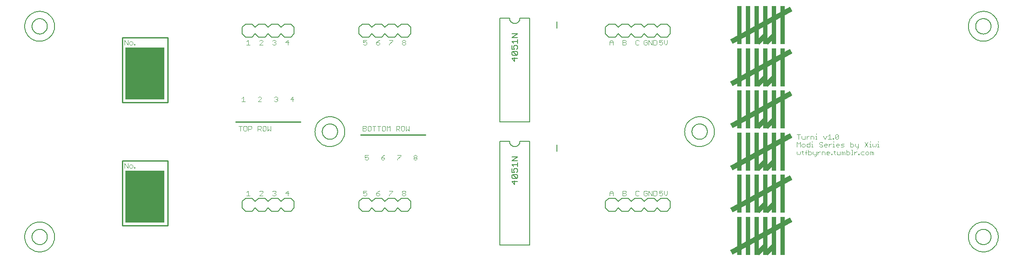
<source format=gto>
G75*
G70*
%OFA0B0*%
%FSLAX24Y24*%
%IPPOS*%
%LPD*%
%AMOC8*
5,1,8,0,0,1.08239X$1,22.5*
%
%ADD10R,0.3000X0.4000*%
%ADD11C,0.0030*%
%ADD12C,0.0100*%
%ADD13C,0.0060*%
%ADD14C,0.0050*%
%ADD15C,0.0080*%
%ADD16R,0.0333X0.2933*%
%ADD17R,0.0333X0.2933*%
%ADD18C,0.0000*%
%ADD19C,0.0001*%
D10*
X010760Y005760D03*
X010760Y015260D03*
D11*
X018216Y013322D02*
X018339Y013445D01*
X018339Y013075D01*
X018216Y013075D02*
X018463Y013075D01*
X019466Y013075D02*
X019713Y013322D01*
X019713Y013384D01*
X019651Y013445D01*
X019528Y013445D01*
X019466Y013384D01*
X019466Y013075D02*
X019713Y013075D01*
X020716Y013137D02*
X020778Y013075D01*
X020901Y013075D01*
X020963Y013137D01*
X020963Y013198D01*
X020901Y013260D01*
X020839Y013260D01*
X020901Y013260D02*
X020963Y013322D01*
X020963Y013384D01*
X020901Y013445D01*
X020778Y013445D01*
X020716Y013384D01*
X021966Y013260D02*
X022213Y013260D01*
X022151Y013075D02*
X022151Y013445D01*
X021966Y013260D01*
X020443Y011195D02*
X020443Y010825D01*
X020319Y010948D01*
X020196Y010825D01*
X020196Y011195D01*
X020074Y011134D02*
X020013Y011195D01*
X019889Y011195D01*
X019827Y011134D01*
X019827Y010887D01*
X019889Y010825D01*
X020013Y010825D01*
X020074Y010887D01*
X020074Y011134D01*
X019706Y011134D02*
X019706Y011010D01*
X019644Y010948D01*
X019459Y010948D01*
X019459Y010825D02*
X019459Y011195D01*
X019644Y011195D01*
X019706Y011134D01*
X019583Y010948D02*
X019706Y010825D01*
X018969Y011010D02*
X018908Y010948D01*
X018723Y010948D01*
X018723Y010825D02*
X018723Y011195D01*
X018908Y011195D01*
X018969Y011134D01*
X018969Y011010D01*
X018601Y010887D02*
X018601Y011134D01*
X018539Y011195D01*
X018416Y011195D01*
X018354Y011134D01*
X018354Y010887D01*
X018416Y010825D01*
X018539Y010825D01*
X018601Y010887D01*
X018109Y010825D02*
X018109Y011195D01*
X017986Y011195D02*
X018233Y011195D01*
X027558Y011195D02*
X027558Y010825D01*
X027744Y010825D01*
X027805Y010887D01*
X027805Y010948D01*
X027744Y011010D01*
X027558Y011010D01*
X027558Y011195D02*
X027744Y011195D01*
X027805Y011134D01*
X027805Y011072D01*
X027744Y011010D01*
X027927Y010887D02*
X027927Y011134D01*
X027988Y011195D01*
X028112Y011195D01*
X028174Y011134D01*
X028174Y010887D01*
X028112Y010825D01*
X027988Y010825D01*
X027927Y010887D01*
X028418Y010825D02*
X028418Y011195D01*
X028295Y011195D02*
X028542Y011195D01*
X028663Y011195D02*
X028910Y011195D01*
X028787Y011195D02*
X028787Y010825D01*
X029032Y010887D02*
X029032Y011134D01*
X029093Y011195D01*
X029217Y011195D01*
X029279Y011134D01*
X029279Y010887D01*
X029217Y010825D01*
X029093Y010825D01*
X029032Y010887D01*
X029400Y010825D02*
X029400Y011195D01*
X029523Y011072D01*
X029647Y011195D01*
X029647Y010825D01*
X030137Y010825D02*
X030137Y011195D01*
X030322Y011195D01*
X030384Y011134D01*
X030384Y011010D01*
X030322Y010948D01*
X030137Y010948D01*
X030260Y010948D02*
X030384Y010825D01*
X030505Y010887D02*
X030505Y011134D01*
X030567Y011195D01*
X030690Y011195D01*
X030752Y011134D01*
X030752Y010887D01*
X030690Y010825D01*
X030567Y010825D01*
X030505Y010887D01*
X030873Y010825D02*
X030997Y010948D01*
X031120Y010825D01*
X031120Y011195D01*
X030873Y011195D02*
X030873Y010825D01*
X030463Y008945D02*
X030216Y008945D01*
X030463Y008945D02*
X030463Y008884D01*
X030216Y008637D01*
X030216Y008575D01*
X029213Y008637D02*
X029213Y008698D01*
X029151Y008760D01*
X028966Y008760D01*
X028966Y008637D01*
X029028Y008575D01*
X029151Y008575D01*
X029213Y008637D01*
X028966Y008760D02*
X029089Y008884D01*
X029213Y008945D01*
X027963Y008945D02*
X027716Y008945D01*
X027716Y008760D01*
X027839Y008822D01*
X027901Y008822D01*
X027963Y008760D01*
X027963Y008637D01*
X027901Y008575D01*
X027778Y008575D01*
X027716Y008637D01*
X031466Y008637D02*
X031528Y008575D01*
X031651Y008575D01*
X031713Y008637D01*
X031713Y008698D01*
X031651Y008760D01*
X031528Y008760D01*
X031466Y008822D01*
X031466Y008884D01*
X031528Y008945D01*
X031651Y008945D01*
X031713Y008884D01*
X031713Y008822D01*
X031651Y008760D01*
X031528Y008760D02*
X031466Y008698D01*
X031466Y008637D01*
X030776Y006195D02*
X030838Y006134D01*
X030838Y006072D01*
X030776Y006010D01*
X030653Y006010D01*
X030591Y006072D01*
X030591Y006134D01*
X030653Y006195D01*
X030776Y006195D01*
X030776Y006010D02*
X030838Y005948D01*
X030838Y005887D01*
X030776Y005825D01*
X030653Y005825D01*
X030591Y005887D01*
X030591Y005948D01*
X030653Y006010D01*
X029838Y006134D02*
X029591Y005887D01*
X029591Y005825D01*
X029591Y006195D02*
X029838Y006195D01*
X029838Y006134D01*
X028838Y006195D02*
X028714Y006134D01*
X028591Y006010D01*
X028776Y006010D01*
X028838Y005948D01*
X028838Y005887D01*
X028776Y005825D01*
X028653Y005825D01*
X028591Y005887D01*
X028591Y006010D01*
X027838Y006010D02*
X027776Y006072D01*
X027714Y006072D01*
X027591Y006010D01*
X027591Y006195D01*
X027838Y006195D01*
X027838Y006010D02*
X027838Y005887D01*
X027776Y005825D01*
X027653Y005825D01*
X027591Y005887D01*
X021838Y006010D02*
X021591Y006010D01*
X021776Y006195D01*
X021776Y005825D01*
X020838Y005887D02*
X020776Y005825D01*
X020653Y005825D01*
X020591Y005887D01*
X020714Y006010D02*
X020776Y006010D01*
X020838Y005948D01*
X020838Y005887D01*
X020776Y006010D02*
X020838Y006072D01*
X020838Y006134D01*
X020776Y006195D01*
X020653Y006195D01*
X020591Y006134D01*
X019838Y006134D02*
X019776Y006195D01*
X019653Y006195D01*
X019591Y006134D01*
X019838Y006134D02*
X019838Y006072D01*
X019591Y005825D01*
X019838Y005825D01*
X018838Y005825D02*
X018591Y005825D01*
X018714Y005825D02*
X018714Y006195D01*
X018591Y006072D01*
X009988Y007950D02*
X009926Y007950D01*
X009926Y008012D01*
X009988Y008012D01*
X009988Y007950D01*
X009805Y008012D02*
X009743Y007950D01*
X009620Y007950D01*
X009558Y008012D01*
X009558Y008135D01*
X009620Y008197D01*
X009743Y008197D01*
X009805Y008135D01*
X009805Y008012D01*
X009436Y007950D02*
X009190Y008320D01*
X009190Y007950D01*
X009436Y007950D02*
X009436Y008320D01*
X009436Y017450D02*
X009436Y017820D01*
X009620Y017697D02*
X009558Y017635D01*
X009558Y017512D01*
X009620Y017450D01*
X009743Y017450D01*
X009805Y017512D01*
X009805Y017635D01*
X009743Y017697D01*
X009620Y017697D01*
X009436Y017450D02*
X009190Y017820D01*
X009190Y017450D01*
X009926Y017450D02*
X009988Y017450D01*
X009988Y017512D01*
X009926Y017512D01*
X009926Y017450D01*
X018591Y017450D02*
X018838Y017450D01*
X018714Y017450D02*
X018714Y017820D01*
X018591Y017697D01*
X019591Y017759D02*
X019653Y017820D01*
X019776Y017820D01*
X019838Y017759D01*
X019838Y017697D01*
X019591Y017450D01*
X019838Y017450D01*
X020591Y017512D02*
X020653Y017450D01*
X020776Y017450D01*
X020838Y017512D01*
X020838Y017573D01*
X020776Y017635D01*
X020714Y017635D01*
X020776Y017635D02*
X020838Y017697D01*
X020838Y017759D01*
X020776Y017820D01*
X020653Y017820D01*
X020591Y017759D01*
X021591Y017635D02*
X021838Y017635D01*
X021776Y017450D02*
X021776Y017820D01*
X021591Y017635D01*
X027591Y017635D02*
X027714Y017697D01*
X027776Y017697D01*
X027838Y017635D01*
X027838Y017512D01*
X027776Y017450D01*
X027653Y017450D01*
X027591Y017512D01*
X027591Y017635D02*
X027591Y017820D01*
X027838Y017820D01*
X028591Y017635D02*
X028776Y017635D01*
X028838Y017573D01*
X028838Y017512D01*
X028776Y017450D01*
X028653Y017450D01*
X028591Y017512D01*
X028591Y017635D01*
X028714Y017759D01*
X028838Y017820D01*
X029591Y017820D02*
X029838Y017820D01*
X029838Y017759D01*
X029591Y017512D01*
X029591Y017450D01*
X030591Y017512D02*
X030591Y017573D01*
X030653Y017635D01*
X030776Y017635D01*
X030838Y017573D01*
X030838Y017512D01*
X030776Y017450D01*
X030653Y017450D01*
X030591Y017512D01*
X030653Y017635D02*
X030591Y017697D01*
X030591Y017759D01*
X030653Y017820D01*
X030776Y017820D01*
X030838Y017759D01*
X030838Y017697D01*
X030776Y017635D01*
X046591Y017635D02*
X046838Y017635D01*
X046838Y017697D02*
X046838Y017450D01*
X046838Y017697D02*
X046714Y017820D01*
X046591Y017697D01*
X046591Y017450D01*
X047591Y017450D02*
X047591Y017820D01*
X047776Y017820D01*
X047838Y017759D01*
X047838Y017697D01*
X047776Y017635D01*
X047591Y017635D01*
X047591Y017450D02*
X047776Y017450D01*
X047838Y017512D01*
X047838Y017573D01*
X047776Y017635D01*
X048591Y017759D02*
X048591Y017512D01*
X048653Y017450D01*
X048776Y017450D01*
X048838Y017512D01*
X048838Y017759D02*
X048776Y017820D01*
X048653Y017820D01*
X048591Y017759D01*
X049223Y017759D02*
X049223Y017512D01*
X049284Y017450D01*
X049408Y017450D01*
X049469Y017512D01*
X049469Y017635D01*
X049346Y017635D01*
X049469Y017759D02*
X049408Y017820D01*
X049284Y017820D01*
X049223Y017759D01*
X049591Y017820D02*
X049838Y017450D01*
X049838Y017820D01*
X049959Y017820D02*
X049959Y017450D01*
X050144Y017450D01*
X050206Y017512D01*
X050206Y017759D01*
X050144Y017820D01*
X049959Y017820D01*
X049591Y017820D02*
X049591Y017450D01*
X050407Y017512D02*
X050468Y017450D01*
X050592Y017450D01*
X050654Y017512D01*
X050654Y017635D01*
X050592Y017697D01*
X050530Y017697D01*
X050407Y017635D01*
X050407Y017820D01*
X050654Y017820D01*
X050775Y017820D02*
X050775Y017573D01*
X050898Y017450D01*
X051022Y017573D01*
X051022Y017820D01*
X061025Y010545D02*
X061272Y010545D01*
X061148Y010545D02*
X061148Y010175D01*
X061393Y010237D02*
X061455Y010175D01*
X061640Y010175D01*
X061640Y010422D01*
X061762Y010422D02*
X061762Y010175D01*
X061762Y010298D02*
X061885Y010422D01*
X061947Y010422D01*
X062069Y010422D02*
X062254Y010422D01*
X062315Y010360D01*
X062315Y010175D01*
X062437Y010175D02*
X062560Y010175D01*
X062499Y010175D02*
X062499Y010422D01*
X062437Y010422D01*
X062499Y010545D02*
X062499Y010607D01*
X062069Y010422D02*
X062069Y010175D01*
X062192Y010007D02*
X062192Y009945D01*
X062192Y009822D02*
X062192Y009575D01*
X062253Y009575D02*
X062130Y009575D01*
X062009Y009575D02*
X061823Y009575D01*
X061762Y009637D01*
X061762Y009760D01*
X061823Y009822D01*
X062009Y009822D01*
X062130Y009822D02*
X062192Y009822D01*
X062009Y009945D02*
X062009Y009575D01*
X061884Y009345D02*
X061884Y008975D01*
X062070Y008975D01*
X062131Y009037D01*
X062131Y009160D01*
X062070Y009222D01*
X061884Y009222D01*
X061762Y009160D02*
X061639Y009160D01*
X061517Y009222D02*
X061393Y009222D01*
X061455Y009284D02*
X061455Y009037D01*
X061517Y008975D01*
X061701Y008975D02*
X061701Y009284D01*
X061762Y009345D01*
X061578Y009575D02*
X061640Y009637D01*
X061640Y009760D01*
X061578Y009822D01*
X061455Y009822D01*
X061393Y009760D01*
X061393Y009637D01*
X061455Y009575D01*
X061578Y009575D01*
X061272Y009575D02*
X061272Y009945D01*
X061148Y009822D01*
X061025Y009945D01*
X061025Y009575D01*
X061025Y009222D02*
X061025Y009037D01*
X061087Y008975D01*
X061148Y009037D01*
X061210Y008975D01*
X061272Y009037D01*
X061272Y009222D01*
X062253Y009222D02*
X062253Y009037D01*
X062314Y008975D01*
X062500Y008975D01*
X062500Y008913D02*
X062438Y008852D01*
X062376Y008852D01*
X062500Y008913D02*
X062500Y009222D01*
X062621Y009222D02*
X062621Y008975D01*
X062621Y009098D02*
X062744Y009222D01*
X062806Y009222D01*
X062928Y009222D02*
X063113Y009222D01*
X063175Y009160D01*
X063175Y008975D01*
X063296Y009037D02*
X063296Y009160D01*
X063358Y009222D01*
X063481Y009222D01*
X063543Y009160D01*
X063543Y009098D01*
X063296Y009098D01*
X063296Y009037D02*
X063358Y008975D01*
X063481Y008975D01*
X063665Y008975D02*
X063726Y008975D01*
X063726Y009037D01*
X063665Y009037D01*
X063665Y008975D01*
X063910Y009037D02*
X063972Y008975D01*
X063910Y009037D02*
X063910Y009284D01*
X063849Y009222D02*
X063972Y009222D01*
X064094Y009222D02*
X064094Y009037D01*
X064156Y008975D01*
X064341Y008975D01*
X064341Y009222D01*
X064463Y009222D02*
X064524Y009222D01*
X064586Y009160D01*
X064648Y009222D01*
X064709Y009160D01*
X064709Y008975D01*
X064831Y008975D02*
X065016Y008975D01*
X065078Y009037D01*
X065078Y009160D01*
X065016Y009222D01*
X064831Y009222D01*
X064831Y009345D02*
X064831Y008975D01*
X064586Y008975D02*
X064586Y009160D01*
X064463Y009222D02*
X064463Y008975D01*
X065199Y008975D02*
X065323Y008975D01*
X065261Y008975D02*
X065261Y009345D01*
X065199Y009345D01*
X065138Y009575D02*
X065323Y009575D01*
X065385Y009637D01*
X065385Y009760D01*
X065323Y009822D01*
X065138Y009822D01*
X065138Y009945D02*
X065138Y009575D01*
X065506Y009637D02*
X065568Y009575D01*
X065753Y009575D01*
X065753Y009513D02*
X065691Y009452D01*
X065630Y009452D01*
X065753Y009513D02*
X065753Y009822D01*
X065506Y009822D02*
X065506Y009637D01*
X066243Y009575D02*
X066490Y009945D01*
X066611Y009822D02*
X066673Y009822D01*
X066673Y009575D01*
X066611Y009575D02*
X066735Y009575D01*
X066857Y009637D02*
X066918Y009575D01*
X066980Y009637D01*
X067042Y009575D01*
X067104Y009637D01*
X067104Y009822D01*
X067225Y009822D02*
X067287Y009822D01*
X067287Y009575D01*
X067348Y009575D02*
X067225Y009575D01*
X066857Y009637D02*
X066857Y009822D01*
X066673Y009945D02*
X066673Y010007D01*
X066243Y009945D02*
X066490Y009575D01*
X066489Y009222D02*
X066366Y009222D01*
X066304Y009160D01*
X066304Y009037D01*
X066366Y008975D01*
X066489Y008975D01*
X066551Y009037D01*
X066551Y009160D01*
X066489Y009222D01*
X066672Y009222D02*
X066734Y009222D01*
X066796Y009160D01*
X066858Y009222D01*
X066919Y009160D01*
X066919Y008975D01*
X066796Y008975D02*
X066796Y009160D01*
X066672Y009222D02*
X066672Y008975D01*
X066183Y008975D02*
X065998Y008975D01*
X065936Y009037D01*
X065936Y009160D01*
X065998Y009222D01*
X066183Y009222D01*
X065813Y009037D02*
X065813Y008975D01*
X065752Y008975D01*
X065752Y009037D01*
X065813Y009037D01*
X065630Y009222D02*
X065568Y009222D01*
X065445Y009098D01*
X065445Y008975D02*
X065445Y009222D01*
X064648Y009637D02*
X064586Y009698D01*
X064463Y009698D01*
X064401Y009760D01*
X064463Y009822D01*
X064648Y009822D01*
X064648Y009637D02*
X064586Y009575D01*
X064401Y009575D01*
X064280Y009698D02*
X064033Y009698D01*
X064033Y009637D02*
X064033Y009760D01*
X064095Y009822D01*
X064218Y009822D01*
X064280Y009760D01*
X064280Y009698D01*
X064218Y009575D02*
X064095Y009575D01*
X064033Y009637D01*
X063911Y009575D02*
X063787Y009575D01*
X063849Y009575D02*
X063849Y009822D01*
X063787Y009822D01*
X063666Y009822D02*
X063604Y009822D01*
X063480Y009698D01*
X063359Y009698D02*
X063112Y009698D01*
X063112Y009637D02*
X063112Y009760D01*
X063174Y009822D01*
X063297Y009822D01*
X063359Y009760D01*
X063359Y009698D01*
X063297Y009575D02*
X063174Y009575D01*
X063112Y009637D01*
X062991Y009637D02*
X062929Y009575D01*
X062806Y009575D01*
X062744Y009637D01*
X062806Y009760D02*
X062929Y009760D01*
X062991Y009698D01*
X062991Y009637D01*
X062806Y009760D02*
X062744Y009822D01*
X062744Y009884D01*
X062806Y009945D01*
X062929Y009945D01*
X062991Y009884D01*
X063480Y009822D02*
X063480Y009575D01*
X063849Y009945D02*
X063849Y010007D01*
X063849Y010175D02*
X063787Y010175D01*
X063787Y010237D01*
X063849Y010237D01*
X063849Y010175D01*
X063972Y010237D02*
X064218Y010484D01*
X064218Y010237D01*
X064157Y010175D01*
X064033Y010175D01*
X063972Y010237D01*
X063972Y010484D01*
X064033Y010545D01*
X064157Y010545D01*
X064218Y010484D01*
X063666Y010175D02*
X063419Y010175D01*
X063542Y010175D02*
X063542Y010545D01*
X063419Y010422D01*
X063298Y010422D02*
X063174Y010175D01*
X063051Y010422D01*
X061393Y010422D02*
X061393Y010237D01*
X062928Y009222D02*
X062928Y008975D01*
X067287Y009945D02*
X067287Y010007D01*
X051022Y006195D02*
X051022Y005948D01*
X050898Y005825D01*
X050775Y005948D01*
X050775Y006195D01*
X050654Y006195D02*
X050407Y006195D01*
X050407Y006010D01*
X050530Y006072D01*
X050592Y006072D01*
X050654Y006010D01*
X050654Y005887D01*
X050592Y005825D01*
X050468Y005825D01*
X050407Y005887D01*
X050206Y005887D02*
X050206Y006134D01*
X050144Y006195D01*
X049959Y006195D01*
X049959Y005825D01*
X050144Y005825D01*
X050206Y005887D01*
X049838Y005825D02*
X049838Y006195D01*
X049591Y006195D02*
X049838Y005825D01*
X049591Y005825D02*
X049591Y006195D01*
X049469Y006134D02*
X049408Y006195D01*
X049284Y006195D01*
X049223Y006134D01*
X049223Y005887D01*
X049284Y005825D01*
X049408Y005825D01*
X049469Y005887D01*
X049469Y006010D01*
X049346Y006010D01*
X048838Y005887D02*
X048776Y005825D01*
X048653Y005825D01*
X048591Y005887D01*
X048591Y006134D01*
X048653Y006195D01*
X048776Y006195D01*
X048838Y006134D01*
X047838Y006134D02*
X047838Y006072D01*
X047776Y006010D01*
X047591Y006010D01*
X047591Y005825D02*
X047776Y005825D01*
X047838Y005887D01*
X047838Y005948D01*
X047776Y006010D01*
X047838Y006134D02*
X047776Y006195D01*
X047591Y006195D01*
X047591Y005825D01*
X046838Y005825D02*
X046838Y006072D01*
X046714Y006195D01*
X046591Y006072D01*
X046591Y005825D01*
X046591Y006010D02*
X046838Y006010D01*
D12*
X032385Y010510D02*
X027385Y010510D01*
X022760Y011510D02*
X017760Y011510D01*
X012510Y013010D02*
X012510Y018010D01*
X009010Y018010D01*
X009010Y013010D01*
X012510Y013010D01*
X012510Y008510D02*
X009010Y008510D01*
X009010Y003510D01*
X012510Y003510D01*
X012510Y008510D01*
D13*
X023860Y010760D02*
X023862Y010827D01*
X023868Y010895D01*
X023878Y010962D01*
X023892Y011028D01*
X023909Y011093D01*
X023931Y011157D01*
X023956Y011220D01*
X023985Y011281D01*
X024017Y011340D01*
X024053Y011397D01*
X024092Y011452D01*
X024134Y011505D01*
X024179Y011555D01*
X024227Y011602D01*
X024278Y011647D01*
X024331Y011688D01*
X024387Y011727D01*
X024445Y011762D01*
X024505Y011793D01*
X024566Y011821D01*
X024629Y011845D01*
X024693Y011866D01*
X024759Y011882D01*
X024825Y011895D01*
X024892Y011904D01*
X024959Y011909D01*
X025027Y011910D01*
X025094Y011907D01*
X025161Y011900D01*
X025228Y011889D01*
X025294Y011874D01*
X025359Y011856D01*
X025423Y011833D01*
X025485Y011807D01*
X025546Y011778D01*
X025604Y011744D01*
X025661Y011708D01*
X025716Y011668D01*
X025768Y011625D01*
X025817Y011579D01*
X025864Y011530D01*
X025908Y011479D01*
X025948Y011425D01*
X025986Y011369D01*
X026020Y011310D01*
X026050Y011250D01*
X026077Y011188D01*
X026101Y011125D01*
X026120Y011060D01*
X026136Y010995D01*
X026148Y010928D01*
X026156Y010861D01*
X026160Y010794D01*
X026160Y010726D01*
X026156Y010659D01*
X026148Y010592D01*
X026136Y010525D01*
X026120Y010460D01*
X026101Y010395D01*
X026077Y010332D01*
X026050Y010270D01*
X026020Y010210D01*
X025986Y010151D01*
X025948Y010095D01*
X025908Y010041D01*
X025864Y009990D01*
X025817Y009941D01*
X025768Y009895D01*
X025716Y009852D01*
X025661Y009812D01*
X025604Y009776D01*
X025546Y009742D01*
X025485Y009713D01*
X025423Y009687D01*
X025359Y009664D01*
X025294Y009646D01*
X025228Y009631D01*
X025161Y009620D01*
X025094Y009613D01*
X025027Y009610D01*
X024959Y009611D01*
X024892Y009616D01*
X024825Y009625D01*
X024759Y009638D01*
X024693Y009654D01*
X024629Y009675D01*
X024566Y009699D01*
X024505Y009727D01*
X024445Y009758D01*
X024387Y009793D01*
X024331Y009832D01*
X024278Y009873D01*
X024227Y009918D01*
X024179Y009965D01*
X024134Y010015D01*
X024092Y010068D01*
X024053Y010123D01*
X024017Y010180D01*
X023985Y010239D01*
X023956Y010300D01*
X023931Y010363D01*
X023909Y010427D01*
X023892Y010492D01*
X023878Y010558D01*
X023868Y010625D01*
X023862Y010693D01*
X023860Y010760D01*
X038110Y010010D02*
X038860Y010010D01*
X038862Y009971D01*
X038868Y009932D01*
X038877Y009894D01*
X038890Y009857D01*
X038907Y009821D01*
X038927Y009788D01*
X038951Y009756D01*
X038977Y009727D01*
X039006Y009701D01*
X039038Y009677D01*
X039071Y009657D01*
X039107Y009640D01*
X039144Y009627D01*
X039182Y009618D01*
X039221Y009612D01*
X039260Y009610D01*
X039299Y009612D01*
X039338Y009618D01*
X039376Y009627D01*
X039413Y009640D01*
X039449Y009657D01*
X039482Y009677D01*
X039514Y009701D01*
X039543Y009727D01*
X039569Y009756D01*
X039593Y009788D01*
X039613Y009821D01*
X039630Y009857D01*
X039643Y009894D01*
X039652Y009932D01*
X039658Y009971D01*
X039660Y010010D01*
X040410Y010010D01*
X040410Y002010D01*
X038110Y002010D01*
X038110Y010010D01*
X038110Y011510D02*
X040410Y011510D01*
X040410Y019510D01*
X039660Y019510D01*
X039658Y019471D01*
X039652Y019432D01*
X039643Y019394D01*
X039630Y019357D01*
X039613Y019321D01*
X039593Y019288D01*
X039569Y019256D01*
X039543Y019227D01*
X039514Y019201D01*
X039482Y019177D01*
X039449Y019157D01*
X039413Y019140D01*
X039376Y019127D01*
X039338Y019118D01*
X039299Y019112D01*
X039260Y019110D01*
X039221Y019112D01*
X039182Y019118D01*
X039144Y019127D01*
X039107Y019140D01*
X039071Y019157D01*
X039038Y019177D01*
X039006Y019201D01*
X038977Y019227D01*
X038951Y019256D01*
X038927Y019288D01*
X038907Y019321D01*
X038890Y019357D01*
X038877Y019394D01*
X038868Y019432D01*
X038862Y019471D01*
X038860Y019510D01*
X038110Y019510D01*
X038110Y011510D01*
X052360Y010760D02*
X052362Y010827D01*
X052368Y010895D01*
X052378Y010962D01*
X052392Y011028D01*
X052409Y011093D01*
X052431Y011157D01*
X052456Y011220D01*
X052485Y011281D01*
X052517Y011340D01*
X052553Y011397D01*
X052592Y011452D01*
X052634Y011505D01*
X052679Y011555D01*
X052727Y011602D01*
X052778Y011647D01*
X052831Y011688D01*
X052887Y011727D01*
X052945Y011762D01*
X053005Y011793D01*
X053066Y011821D01*
X053129Y011845D01*
X053193Y011866D01*
X053259Y011882D01*
X053325Y011895D01*
X053392Y011904D01*
X053459Y011909D01*
X053527Y011910D01*
X053594Y011907D01*
X053661Y011900D01*
X053728Y011889D01*
X053794Y011874D01*
X053859Y011856D01*
X053923Y011833D01*
X053985Y011807D01*
X054046Y011778D01*
X054104Y011744D01*
X054161Y011708D01*
X054216Y011668D01*
X054268Y011625D01*
X054317Y011579D01*
X054364Y011530D01*
X054408Y011479D01*
X054448Y011425D01*
X054486Y011369D01*
X054520Y011310D01*
X054550Y011250D01*
X054577Y011188D01*
X054601Y011125D01*
X054620Y011060D01*
X054636Y010995D01*
X054648Y010928D01*
X054656Y010861D01*
X054660Y010794D01*
X054660Y010726D01*
X054656Y010659D01*
X054648Y010592D01*
X054636Y010525D01*
X054620Y010460D01*
X054601Y010395D01*
X054577Y010332D01*
X054550Y010270D01*
X054520Y010210D01*
X054486Y010151D01*
X054448Y010095D01*
X054408Y010041D01*
X054364Y009990D01*
X054317Y009941D01*
X054268Y009895D01*
X054216Y009852D01*
X054161Y009812D01*
X054104Y009776D01*
X054046Y009742D01*
X053985Y009713D01*
X053923Y009687D01*
X053859Y009664D01*
X053794Y009646D01*
X053728Y009631D01*
X053661Y009620D01*
X053594Y009613D01*
X053527Y009610D01*
X053459Y009611D01*
X053392Y009616D01*
X053325Y009625D01*
X053259Y009638D01*
X053193Y009654D01*
X053129Y009675D01*
X053066Y009699D01*
X053005Y009727D01*
X052945Y009758D01*
X052887Y009793D01*
X052831Y009832D01*
X052778Y009873D01*
X052727Y009918D01*
X052679Y009965D01*
X052634Y010015D01*
X052592Y010068D01*
X052553Y010123D01*
X052517Y010180D01*
X052485Y010239D01*
X052456Y010300D01*
X052431Y010363D01*
X052409Y010427D01*
X052392Y010492D01*
X052378Y010558D01*
X052368Y010625D01*
X052362Y010693D01*
X052360Y010760D01*
X074235Y018885D02*
X074237Y018952D01*
X074243Y019020D01*
X074253Y019087D01*
X074267Y019153D01*
X074284Y019218D01*
X074306Y019282D01*
X074331Y019345D01*
X074360Y019406D01*
X074392Y019465D01*
X074428Y019522D01*
X074467Y019577D01*
X074509Y019630D01*
X074554Y019680D01*
X074602Y019727D01*
X074653Y019772D01*
X074706Y019813D01*
X074762Y019852D01*
X074820Y019887D01*
X074880Y019918D01*
X074941Y019946D01*
X075004Y019970D01*
X075068Y019991D01*
X075134Y020007D01*
X075200Y020020D01*
X075267Y020029D01*
X075334Y020034D01*
X075402Y020035D01*
X075469Y020032D01*
X075536Y020025D01*
X075603Y020014D01*
X075669Y019999D01*
X075734Y019981D01*
X075798Y019958D01*
X075860Y019932D01*
X075921Y019903D01*
X075979Y019869D01*
X076036Y019833D01*
X076091Y019793D01*
X076143Y019750D01*
X076192Y019704D01*
X076239Y019655D01*
X076283Y019604D01*
X076323Y019550D01*
X076361Y019494D01*
X076395Y019435D01*
X076425Y019375D01*
X076452Y019313D01*
X076476Y019250D01*
X076495Y019185D01*
X076511Y019120D01*
X076523Y019053D01*
X076531Y018986D01*
X076535Y018919D01*
X076535Y018851D01*
X076531Y018784D01*
X076523Y018717D01*
X076511Y018650D01*
X076495Y018585D01*
X076476Y018520D01*
X076452Y018457D01*
X076425Y018395D01*
X076395Y018335D01*
X076361Y018276D01*
X076323Y018220D01*
X076283Y018166D01*
X076239Y018115D01*
X076192Y018066D01*
X076143Y018020D01*
X076091Y017977D01*
X076036Y017937D01*
X075979Y017901D01*
X075921Y017867D01*
X075860Y017838D01*
X075798Y017812D01*
X075734Y017789D01*
X075669Y017771D01*
X075603Y017756D01*
X075536Y017745D01*
X075469Y017738D01*
X075402Y017735D01*
X075334Y017736D01*
X075267Y017741D01*
X075200Y017750D01*
X075134Y017763D01*
X075068Y017779D01*
X075004Y017800D01*
X074941Y017824D01*
X074880Y017852D01*
X074820Y017883D01*
X074762Y017918D01*
X074706Y017957D01*
X074653Y017998D01*
X074602Y018043D01*
X074554Y018090D01*
X074509Y018140D01*
X074467Y018193D01*
X074428Y018248D01*
X074392Y018305D01*
X074360Y018364D01*
X074331Y018425D01*
X074306Y018488D01*
X074284Y018552D01*
X074267Y018617D01*
X074253Y018683D01*
X074243Y018750D01*
X074237Y018818D01*
X074235Y018885D01*
X074235Y002635D02*
X074237Y002702D01*
X074243Y002770D01*
X074253Y002837D01*
X074267Y002903D01*
X074284Y002968D01*
X074306Y003032D01*
X074331Y003095D01*
X074360Y003156D01*
X074392Y003215D01*
X074428Y003272D01*
X074467Y003327D01*
X074509Y003380D01*
X074554Y003430D01*
X074602Y003477D01*
X074653Y003522D01*
X074706Y003563D01*
X074762Y003602D01*
X074820Y003637D01*
X074880Y003668D01*
X074941Y003696D01*
X075004Y003720D01*
X075068Y003741D01*
X075134Y003757D01*
X075200Y003770D01*
X075267Y003779D01*
X075334Y003784D01*
X075402Y003785D01*
X075469Y003782D01*
X075536Y003775D01*
X075603Y003764D01*
X075669Y003749D01*
X075734Y003731D01*
X075798Y003708D01*
X075860Y003682D01*
X075921Y003653D01*
X075979Y003619D01*
X076036Y003583D01*
X076091Y003543D01*
X076143Y003500D01*
X076192Y003454D01*
X076239Y003405D01*
X076283Y003354D01*
X076323Y003300D01*
X076361Y003244D01*
X076395Y003185D01*
X076425Y003125D01*
X076452Y003063D01*
X076476Y003000D01*
X076495Y002935D01*
X076511Y002870D01*
X076523Y002803D01*
X076531Y002736D01*
X076535Y002669D01*
X076535Y002601D01*
X076531Y002534D01*
X076523Y002467D01*
X076511Y002400D01*
X076495Y002335D01*
X076476Y002270D01*
X076452Y002207D01*
X076425Y002145D01*
X076395Y002085D01*
X076361Y002026D01*
X076323Y001970D01*
X076283Y001916D01*
X076239Y001865D01*
X076192Y001816D01*
X076143Y001770D01*
X076091Y001727D01*
X076036Y001687D01*
X075979Y001651D01*
X075921Y001617D01*
X075860Y001588D01*
X075798Y001562D01*
X075734Y001539D01*
X075669Y001521D01*
X075603Y001506D01*
X075536Y001495D01*
X075469Y001488D01*
X075402Y001485D01*
X075334Y001486D01*
X075267Y001491D01*
X075200Y001500D01*
X075134Y001513D01*
X075068Y001529D01*
X075004Y001550D01*
X074941Y001574D01*
X074880Y001602D01*
X074820Y001633D01*
X074762Y001668D01*
X074706Y001707D01*
X074653Y001748D01*
X074602Y001793D01*
X074554Y001840D01*
X074509Y001890D01*
X074467Y001943D01*
X074428Y001998D01*
X074392Y002055D01*
X074360Y002114D01*
X074331Y002175D01*
X074306Y002238D01*
X074284Y002302D01*
X074267Y002367D01*
X074253Y002433D01*
X074243Y002500D01*
X074237Y002568D01*
X074235Y002635D01*
X001485Y002635D02*
X001487Y002702D01*
X001493Y002770D01*
X001503Y002837D01*
X001517Y002903D01*
X001534Y002968D01*
X001556Y003032D01*
X001581Y003095D01*
X001610Y003156D01*
X001642Y003215D01*
X001678Y003272D01*
X001717Y003327D01*
X001759Y003380D01*
X001804Y003430D01*
X001852Y003477D01*
X001903Y003522D01*
X001956Y003563D01*
X002012Y003602D01*
X002070Y003637D01*
X002130Y003668D01*
X002191Y003696D01*
X002254Y003720D01*
X002318Y003741D01*
X002384Y003757D01*
X002450Y003770D01*
X002517Y003779D01*
X002584Y003784D01*
X002652Y003785D01*
X002719Y003782D01*
X002786Y003775D01*
X002853Y003764D01*
X002919Y003749D01*
X002984Y003731D01*
X003048Y003708D01*
X003110Y003682D01*
X003171Y003653D01*
X003229Y003619D01*
X003286Y003583D01*
X003341Y003543D01*
X003393Y003500D01*
X003442Y003454D01*
X003489Y003405D01*
X003533Y003354D01*
X003573Y003300D01*
X003611Y003244D01*
X003645Y003185D01*
X003675Y003125D01*
X003702Y003063D01*
X003726Y003000D01*
X003745Y002935D01*
X003761Y002870D01*
X003773Y002803D01*
X003781Y002736D01*
X003785Y002669D01*
X003785Y002601D01*
X003781Y002534D01*
X003773Y002467D01*
X003761Y002400D01*
X003745Y002335D01*
X003726Y002270D01*
X003702Y002207D01*
X003675Y002145D01*
X003645Y002085D01*
X003611Y002026D01*
X003573Y001970D01*
X003533Y001916D01*
X003489Y001865D01*
X003442Y001816D01*
X003393Y001770D01*
X003341Y001727D01*
X003286Y001687D01*
X003229Y001651D01*
X003171Y001617D01*
X003110Y001588D01*
X003048Y001562D01*
X002984Y001539D01*
X002919Y001521D01*
X002853Y001506D01*
X002786Y001495D01*
X002719Y001488D01*
X002652Y001485D01*
X002584Y001486D01*
X002517Y001491D01*
X002450Y001500D01*
X002384Y001513D01*
X002318Y001529D01*
X002254Y001550D01*
X002191Y001574D01*
X002130Y001602D01*
X002070Y001633D01*
X002012Y001668D01*
X001956Y001707D01*
X001903Y001748D01*
X001852Y001793D01*
X001804Y001840D01*
X001759Y001890D01*
X001717Y001943D01*
X001678Y001998D01*
X001642Y002055D01*
X001610Y002114D01*
X001581Y002175D01*
X001556Y002238D01*
X001534Y002302D01*
X001517Y002367D01*
X001503Y002433D01*
X001493Y002500D01*
X001487Y002568D01*
X001485Y002635D01*
X001485Y018885D02*
X001487Y018952D01*
X001493Y019020D01*
X001503Y019087D01*
X001517Y019153D01*
X001534Y019218D01*
X001556Y019282D01*
X001581Y019345D01*
X001610Y019406D01*
X001642Y019465D01*
X001678Y019522D01*
X001717Y019577D01*
X001759Y019630D01*
X001804Y019680D01*
X001852Y019727D01*
X001903Y019772D01*
X001956Y019813D01*
X002012Y019852D01*
X002070Y019887D01*
X002130Y019918D01*
X002191Y019946D01*
X002254Y019970D01*
X002318Y019991D01*
X002384Y020007D01*
X002450Y020020D01*
X002517Y020029D01*
X002584Y020034D01*
X002652Y020035D01*
X002719Y020032D01*
X002786Y020025D01*
X002853Y020014D01*
X002919Y019999D01*
X002984Y019981D01*
X003048Y019958D01*
X003110Y019932D01*
X003171Y019903D01*
X003229Y019869D01*
X003286Y019833D01*
X003341Y019793D01*
X003393Y019750D01*
X003442Y019704D01*
X003489Y019655D01*
X003533Y019604D01*
X003573Y019550D01*
X003611Y019494D01*
X003645Y019435D01*
X003675Y019375D01*
X003702Y019313D01*
X003726Y019250D01*
X003745Y019185D01*
X003761Y019120D01*
X003773Y019053D01*
X003781Y018986D01*
X003785Y018919D01*
X003785Y018851D01*
X003781Y018784D01*
X003773Y018717D01*
X003761Y018650D01*
X003745Y018585D01*
X003726Y018520D01*
X003702Y018457D01*
X003675Y018395D01*
X003645Y018335D01*
X003611Y018276D01*
X003573Y018220D01*
X003533Y018166D01*
X003489Y018115D01*
X003442Y018066D01*
X003393Y018020D01*
X003341Y017977D01*
X003286Y017937D01*
X003229Y017901D01*
X003171Y017867D01*
X003110Y017838D01*
X003048Y017812D01*
X002984Y017789D01*
X002919Y017771D01*
X002853Y017756D01*
X002786Y017745D01*
X002719Y017738D01*
X002652Y017735D01*
X002584Y017736D01*
X002517Y017741D01*
X002450Y017750D01*
X002384Y017763D01*
X002318Y017779D01*
X002254Y017800D01*
X002191Y017824D01*
X002130Y017852D01*
X002070Y017883D01*
X002012Y017918D01*
X001956Y017957D01*
X001903Y017998D01*
X001852Y018043D01*
X001804Y018090D01*
X001759Y018140D01*
X001717Y018193D01*
X001678Y018248D01*
X001642Y018305D01*
X001610Y018364D01*
X001581Y018425D01*
X001556Y018488D01*
X001534Y018552D01*
X001517Y018617D01*
X001503Y018683D01*
X001493Y018750D01*
X001487Y018818D01*
X001485Y018885D01*
D14*
X039035Y018325D02*
X039485Y018325D01*
X039035Y018025D01*
X039485Y018025D01*
X039485Y017864D02*
X039485Y017564D01*
X039485Y017714D02*
X039035Y017714D01*
X039185Y017564D01*
X039260Y017404D02*
X039410Y017404D01*
X039485Y017329D01*
X039485Y017179D01*
X039410Y017104D01*
X039260Y017104D02*
X039185Y017254D01*
X039185Y017329D01*
X039260Y017404D01*
X039035Y017404D02*
X039035Y017104D01*
X039260Y017104D01*
X039410Y016944D02*
X039485Y016869D01*
X039485Y016718D01*
X039410Y016643D01*
X039110Y016944D01*
X039410Y016944D01*
X039110Y016944D02*
X039035Y016869D01*
X039035Y016718D01*
X039110Y016643D01*
X039410Y016643D01*
X039260Y016483D02*
X039260Y016183D01*
X039035Y016408D01*
X039485Y016408D01*
X039485Y008825D02*
X039035Y008825D01*
X039035Y008525D02*
X039485Y008825D01*
X039485Y008525D02*
X039035Y008525D01*
X039035Y008214D02*
X039485Y008214D01*
X039485Y008064D02*
X039485Y008364D01*
X039185Y008064D02*
X039035Y008214D01*
X039035Y007904D02*
X039035Y007604D01*
X039260Y007604D01*
X039185Y007754D01*
X039185Y007829D01*
X039260Y007904D01*
X039410Y007904D01*
X039485Y007829D01*
X039485Y007679D01*
X039410Y007604D01*
X039410Y007444D02*
X039485Y007369D01*
X039485Y007218D01*
X039410Y007143D01*
X039110Y007444D01*
X039410Y007444D01*
X039110Y007444D02*
X039035Y007369D01*
X039035Y007218D01*
X039110Y007143D01*
X039410Y007143D01*
X039260Y006983D02*
X039260Y006683D01*
X039035Y006908D01*
X039485Y006908D01*
D15*
X002044Y002635D02*
X002046Y002683D01*
X002052Y002731D01*
X002062Y002778D01*
X002075Y002824D01*
X002093Y002869D01*
X002113Y002913D01*
X002138Y002955D01*
X002166Y002994D01*
X002196Y003031D01*
X002230Y003065D01*
X002267Y003097D01*
X002305Y003126D01*
X002346Y003151D01*
X002389Y003173D01*
X002434Y003191D01*
X002480Y003205D01*
X002527Y003216D01*
X002575Y003223D01*
X002623Y003226D01*
X002671Y003225D01*
X002719Y003220D01*
X002767Y003211D01*
X002813Y003199D01*
X002858Y003182D01*
X002902Y003162D01*
X002944Y003139D01*
X002984Y003112D01*
X003022Y003082D01*
X003057Y003049D01*
X003089Y003013D01*
X003119Y002975D01*
X003145Y002934D01*
X003167Y002891D01*
X003187Y002847D01*
X003202Y002802D01*
X003214Y002755D01*
X003222Y002707D01*
X003226Y002659D01*
X003226Y002611D01*
X003222Y002563D01*
X003214Y002515D01*
X003202Y002468D01*
X003187Y002423D01*
X003167Y002379D01*
X003145Y002336D01*
X003119Y002295D01*
X003089Y002257D01*
X003057Y002221D01*
X003022Y002188D01*
X002984Y002158D01*
X002944Y002131D01*
X002902Y002108D01*
X002858Y002088D01*
X002813Y002071D01*
X002767Y002059D01*
X002719Y002050D01*
X002671Y002045D01*
X002623Y002044D01*
X002575Y002047D01*
X002527Y002054D01*
X002480Y002065D01*
X002434Y002079D01*
X002389Y002097D01*
X002346Y002119D01*
X002305Y002144D01*
X002267Y002173D01*
X002230Y002205D01*
X002196Y002239D01*
X002166Y002276D01*
X002138Y002315D01*
X002113Y002357D01*
X002093Y002401D01*
X002075Y002446D01*
X002062Y002492D01*
X002052Y002539D01*
X002046Y002587D01*
X002044Y002635D01*
X018260Y004868D02*
X018510Y004618D01*
X019010Y004618D01*
X019260Y004868D01*
X019510Y004618D01*
X020010Y004618D01*
X020260Y004868D01*
X020510Y004618D01*
X021010Y004618D01*
X021260Y004868D01*
X021510Y004618D01*
X022010Y004618D01*
X022260Y004868D01*
X022260Y005368D01*
X022010Y005618D01*
X021510Y005618D01*
X021260Y005368D01*
X021010Y005618D01*
X020510Y005618D01*
X020260Y005368D01*
X020010Y005618D01*
X019510Y005618D01*
X019260Y005368D01*
X019010Y005618D01*
X018510Y005618D01*
X018260Y005368D01*
X018260Y004868D01*
X027260Y004868D02*
X027510Y004618D01*
X028010Y004618D01*
X028260Y004868D01*
X028510Y004618D01*
X029010Y004618D01*
X029260Y004868D01*
X029510Y004618D01*
X030010Y004618D01*
X030260Y004868D01*
X030510Y004618D01*
X031010Y004618D01*
X031260Y004868D01*
X031260Y005368D01*
X031010Y005618D01*
X030510Y005618D01*
X030260Y005368D01*
X030010Y005618D01*
X029510Y005618D01*
X029260Y005368D01*
X029010Y005618D01*
X028510Y005618D01*
X028260Y005368D01*
X028010Y005618D01*
X027510Y005618D01*
X027260Y005368D01*
X027260Y004868D01*
X042510Y009260D02*
X042510Y009760D01*
X052919Y010760D02*
X052921Y010808D01*
X052927Y010856D01*
X052937Y010903D01*
X052950Y010949D01*
X052968Y010994D01*
X052988Y011038D01*
X053013Y011080D01*
X053041Y011119D01*
X053071Y011156D01*
X053105Y011190D01*
X053142Y011222D01*
X053180Y011251D01*
X053221Y011276D01*
X053264Y011298D01*
X053309Y011316D01*
X053355Y011330D01*
X053402Y011341D01*
X053450Y011348D01*
X053498Y011351D01*
X053546Y011350D01*
X053594Y011345D01*
X053642Y011336D01*
X053688Y011324D01*
X053733Y011307D01*
X053777Y011287D01*
X053819Y011264D01*
X053859Y011237D01*
X053897Y011207D01*
X053932Y011174D01*
X053964Y011138D01*
X053994Y011100D01*
X054020Y011059D01*
X054042Y011016D01*
X054062Y010972D01*
X054077Y010927D01*
X054089Y010880D01*
X054097Y010832D01*
X054101Y010784D01*
X054101Y010736D01*
X054097Y010688D01*
X054089Y010640D01*
X054077Y010593D01*
X054062Y010548D01*
X054042Y010504D01*
X054020Y010461D01*
X053994Y010420D01*
X053964Y010382D01*
X053932Y010346D01*
X053897Y010313D01*
X053859Y010283D01*
X053819Y010256D01*
X053777Y010233D01*
X053733Y010213D01*
X053688Y010196D01*
X053642Y010184D01*
X053594Y010175D01*
X053546Y010170D01*
X053498Y010169D01*
X053450Y010172D01*
X053402Y010179D01*
X053355Y010190D01*
X053309Y010204D01*
X053264Y010222D01*
X053221Y010244D01*
X053180Y010269D01*
X053142Y010298D01*
X053105Y010330D01*
X053071Y010364D01*
X053041Y010401D01*
X053013Y010440D01*
X052988Y010482D01*
X052968Y010526D01*
X052950Y010571D01*
X052937Y010617D01*
X052927Y010664D01*
X052921Y010712D01*
X052919Y010760D01*
X051010Y005618D02*
X050510Y005618D01*
X050260Y005368D01*
X050010Y005618D01*
X049510Y005618D01*
X049260Y005368D01*
X049010Y005618D01*
X048510Y005618D01*
X048260Y005368D01*
X048010Y005618D01*
X047510Y005618D01*
X047260Y005368D01*
X047010Y005618D01*
X046510Y005618D01*
X046260Y005368D01*
X046260Y004868D01*
X046510Y004618D01*
X047010Y004618D01*
X047260Y004868D01*
X047510Y004618D01*
X048010Y004618D01*
X048260Y004868D01*
X048510Y004618D01*
X049010Y004618D01*
X049260Y004868D01*
X049510Y004618D01*
X050010Y004618D01*
X050260Y004868D01*
X050510Y004618D01*
X051010Y004618D01*
X051260Y004868D01*
X051260Y005368D01*
X051010Y005618D01*
X074794Y002635D02*
X074796Y002683D01*
X074802Y002731D01*
X074812Y002778D01*
X074825Y002824D01*
X074843Y002869D01*
X074863Y002913D01*
X074888Y002955D01*
X074916Y002994D01*
X074946Y003031D01*
X074980Y003065D01*
X075017Y003097D01*
X075055Y003126D01*
X075096Y003151D01*
X075139Y003173D01*
X075184Y003191D01*
X075230Y003205D01*
X075277Y003216D01*
X075325Y003223D01*
X075373Y003226D01*
X075421Y003225D01*
X075469Y003220D01*
X075517Y003211D01*
X075563Y003199D01*
X075608Y003182D01*
X075652Y003162D01*
X075694Y003139D01*
X075734Y003112D01*
X075772Y003082D01*
X075807Y003049D01*
X075839Y003013D01*
X075869Y002975D01*
X075895Y002934D01*
X075917Y002891D01*
X075937Y002847D01*
X075952Y002802D01*
X075964Y002755D01*
X075972Y002707D01*
X075976Y002659D01*
X075976Y002611D01*
X075972Y002563D01*
X075964Y002515D01*
X075952Y002468D01*
X075937Y002423D01*
X075917Y002379D01*
X075895Y002336D01*
X075869Y002295D01*
X075839Y002257D01*
X075807Y002221D01*
X075772Y002188D01*
X075734Y002158D01*
X075694Y002131D01*
X075652Y002108D01*
X075608Y002088D01*
X075563Y002071D01*
X075517Y002059D01*
X075469Y002050D01*
X075421Y002045D01*
X075373Y002044D01*
X075325Y002047D01*
X075277Y002054D01*
X075230Y002065D01*
X075184Y002079D01*
X075139Y002097D01*
X075096Y002119D01*
X075055Y002144D01*
X075017Y002173D01*
X074980Y002205D01*
X074946Y002239D01*
X074916Y002276D01*
X074888Y002315D01*
X074863Y002357D01*
X074843Y002401D01*
X074825Y002446D01*
X074812Y002492D01*
X074802Y002539D01*
X074796Y002587D01*
X074794Y002635D01*
X024419Y010760D02*
X024421Y010808D01*
X024427Y010856D01*
X024437Y010903D01*
X024450Y010949D01*
X024468Y010994D01*
X024488Y011038D01*
X024513Y011080D01*
X024541Y011119D01*
X024571Y011156D01*
X024605Y011190D01*
X024642Y011222D01*
X024680Y011251D01*
X024721Y011276D01*
X024764Y011298D01*
X024809Y011316D01*
X024855Y011330D01*
X024902Y011341D01*
X024950Y011348D01*
X024998Y011351D01*
X025046Y011350D01*
X025094Y011345D01*
X025142Y011336D01*
X025188Y011324D01*
X025233Y011307D01*
X025277Y011287D01*
X025319Y011264D01*
X025359Y011237D01*
X025397Y011207D01*
X025432Y011174D01*
X025464Y011138D01*
X025494Y011100D01*
X025520Y011059D01*
X025542Y011016D01*
X025562Y010972D01*
X025577Y010927D01*
X025589Y010880D01*
X025597Y010832D01*
X025601Y010784D01*
X025601Y010736D01*
X025597Y010688D01*
X025589Y010640D01*
X025577Y010593D01*
X025562Y010548D01*
X025542Y010504D01*
X025520Y010461D01*
X025494Y010420D01*
X025464Y010382D01*
X025432Y010346D01*
X025397Y010313D01*
X025359Y010283D01*
X025319Y010256D01*
X025277Y010233D01*
X025233Y010213D01*
X025188Y010196D01*
X025142Y010184D01*
X025094Y010175D01*
X025046Y010170D01*
X024998Y010169D01*
X024950Y010172D01*
X024902Y010179D01*
X024855Y010190D01*
X024809Y010204D01*
X024764Y010222D01*
X024721Y010244D01*
X024680Y010269D01*
X024642Y010298D01*
X024605Y010330D01*
X024571Y010364D01*
X024541Y010401D01*
X024513Y010440D01*
X024488Y010482D01*
X024468Y010526D01*
X024450Y010571D01*
X024437Y010617D01*
X024427Y010664D01*
X024421Y010712D01*
X024419Y010760D01*
X022010Y018056D02*
X021510Y018056D01*
X021260Y018306D01*
X021010Y018056D01*
X020510Y018056D01*
X020260Y018306D01*
X020010Y018056D01*
X019510Y018056D01*
X019260Y018306D01*
X019010Y018056D01*
X018510Y018056D01*
X018260Y018306D01*
X018260Y018806D01*
X018510Y019056D01*
X019010Y019056D01*
X019260Y018806D01*
X019510Y019056D01*
X020010Y019056D01*
X020260Y018806D01*
X020510Y019056D01*
X021010Y019056D01*
X021260Y018806D01*
X021510Y019056D01*
X022010Y019056D01*
X022260Y018806D01*
X022260Y018306D01*
X022010Y018056D01*
X027260Y018306D02*
X027510Y018056D01*
X028010Y018056D01*
X028260Y018306D01*
X028510Y018056D01*
X029010Y018056D01*
X029260Y018306D01*
X029510Y018056D01*
X030010Y018056D01*
X030260Y018306D01*
X030510Y018056D01*
X031010Y018056D01*
X031260Y018306D01*
X031260Y018806D01*
X031010Y019056D01*
X030510Y019056D01*
X030260Y018806D01*
X030010Y019056D01*
X029510Y019056D01*
X029260Y018806D01*
X029010Y019056D01*
X028510Y019056D01*
X028260Y018806D01*
X028010Y019056D01*
X027510Y019056D01*
X027260Y018806D01*
X027260Y018306D01*
X042510Y018760D02*
X042510Y019260D01*
X046260Y018806D02*
X046260Y018306D01*
X046510Y018056D01*
X047010Y018056D01*
X047260Y018306D01*
X047510Y018056D01*
X048010Y018056D01*
X048260Y018306D01*
X048510Y018056D01*
X049010Y018056D01*
X049260Y018306D01*
X049510Y018056D01*
X050010Y018056D01*
X050260Y018306D01*
X050510Y018056D01*
X051010Y018056D01*
X051260Y018306D01*
X051260Y018806D01*
X051010Y019056D01*
X050510Y019056D01*
X050260Y018806D01*
X050010Y019056D01*
X049510Y019056D01*
X049260Y018806D01*
X049010Y019056D01*
X048510Y019056D01*
X048260Y018806D01*
X048010Y019056D01*
X047510Y019056D01*
X047260Y018806D01*
X047010Y019056D01*
X046510Y019056D01*
X046260Y018806D01*
X074794Y018885D02*
X074796Y018933D01*
X074802Y018981D01*
X074812Y019028D01*
X074825Y019074D01*
X074843Y019119D01*
X074863Y019163D01*
X074888Y019205D01*
X074916Y019244D01*
X074946Y019281D01*
X074980Y019315D01*
X075017Y019347D01*
X075055Y019376D01*
X075096Y019401D01*
X075139Y019423D01*
X075184Y019441D01*
X075230Y019455D01*
X075277Y019466D01*
X075325Y019473D01*
X075373Y019476D01*
X075421Y019475D01*
X075469Y019470D01*
X075517Y019461D01*
X075563Y019449D01*
X075608Y019432D01*
X075652Y019412D01*
X075694Y019389D01*
X075734Y019362D01*
X075772Y019332D01*
X075807Y019299D01*
X075839Y019263D01*
X075869Y019225D01*
X075895Y019184D01*
X075917Y019141D01*
X075937Y019097D01*
X075952Y019052D01*
X075964Y019005D01*
X075972Y018957D01*
X075976Y018909D01*
X075976Y018861D01*
X075972Y018813D01*
X075964Y018765D01*
X075952Y018718D01*
X075937Y018673D01*
X075917Y018629D01*
X075895Y018586D01*
X075869Y018545D01*
X075839Y018507D01*
X075807Y018471D01*
X075772Y018438D01*
X075734Y018408D01*
X075694Y018381D01*
X075652Y018358D01*
X075608Y018338D01*
X075563Y018321D01*
X075517Y018309D01*
X075469Y018300D01*
X075421Y018295D01*
X075373Y018294D01*
X075325Y018297D01*
X075277Y018304D01*
X075230Y018315D01*
X075184Y018329D01*
X075139Y018347D01*
X075096Y018369D01*
X075055Y018394D01*
X075017Y018423D01*
X074980Y018455D01*
X074946Y018489D01*
X074916Y018526D01*
X074888Y018565D01*
X074863Y018607D01*
X074843Y018651D01*
X074825Y018696D01*
X074812Y018742D01*
X074802Y018789D01*
X074796Y018837D01*
X074794Y018885D01*
X002044Y018885D02*
X002046Y018933D01*
X002052Y018981D01*
X002062Y019028D01*
X002075Y019074D01*
X002093Y019119D01*
X002113Y019163D01*
X002138Y019205D01*
X002166Y019244D01*
X002196Y019281D01*
X002230Y019315D01*
X002267Y019347D01*
X002305Y019376D01*
X002346Y019401D01*
X002389Y019423D01*
X002434Y019441D01*
X002480Y019455D01*
X002527Y019466D01*
X002575Y019473D01*
X002623Y019476D01*
X002671Y019475D01*
X002719Y019470D01*
X002767Y019461D01*
X002813Y019449D01*
X002858Y019432D01*
X002902Y019412D01*
X002944Y019389D01*
X002984Y019362D01*
X003022Y019332D01*
X003057Y019299D01*
X003089Y019263D01*
X003119Y019225D01*
X003145Y019184D01*
X003167Y019141D01*
X003187Y019097D01*
X003202Y019052D01*
X003214Y019005D01*
X003222Y018957D01*
X003226Y018909D01*
X003226Y018861D01*
X003222Y018813D01*
X003214Y018765D01*
X003202Y018718D01*
X003187Y018673D01*
X003167Y018629D01*
X003145Y018586D01*
X003119Y018545D01*
X003089Y018507D01*
X003057Y018471D01*
X003022Y018438D01*
X002984Y018408D01*
X002944Y018381D01*
X002902Y018358D01*
X002858Y018338D01*
X002813Y018321D01*
X002767Y018309D01*
X002719Y018300D01*
X002671Y018295D01*
X002623Y018294D01*
X002575Y018297D01*
X002527Y018304D01*
X002480Y018315D01*
X002434Y018329D01*
X002389Y018347D01*
X002346Y018369D01*
X002305Y018394D01*
X002267Y018423D01*
X002230Y018455D01*
X002196Y018489D01*
X002166Y018526D01*
X002138Y018565D01*
X002113Y018607D01*
X002093Y018651D01*
X002075Y018696D01*
X002062Y018742D01*
X002052Y018789D01*
X002046Y018837D01*
X002044Y018885D01*
D16*
X056585Y018977D03*
X056585Y015727D03*
X056585Y012477D03*
X056585Y009227D03*
X056585Y005977D03*
X056585Y002727D03*
D17*
X057252Y002727D03*
X057918Y002727D03*
X058585Y002727D03*
X059251Y002727D03*
X059918Y002727D03*
X059918Y005977D03*
X059251Y005977D03*
X058585Y005977D03*
X057918Y005977D03*
X057252Y005977D03*
X057252Y009227D03*
X057918Y009227D03*
X058585Y009227D03*
X059251Y009227D03*
X059918Y009227D03*
X059918Y012477D03*
X059251Y012477D03*
X058585Y012477D03*
X057918Y012477D03*
X057252Y012477D03*
X057252Y015727D03*
X057918Y015727D03*
X058585Y015727D03*
X059251Y015727D03*
X059918Y015727D03*
X059918Y018977D03*
X059251Y018977D03*
X058585Y018977D03*
X057918Y018977D03*
X057252Y018977D03*
D18*
X058085Y017977D02*
X058418Y018310D01*
X058418Y017843D01*
X058085Y017510D01*
X058085Y017977D01*
X058418Y018310D01*
X058751Y017977D02*
X059085Y018310D01*
X059085Y017843D01*
X058751Y017510D01*
X059085Y017843D01*
X058751Y017977D02*
X058751Y017510D01*
X058418Y017843D02*
X058085Y017510D01*
X058751Y017977D02*
X059085Y018310D01*
X060618Y020076D02*
X056052Y017577D01*
X055885Y017877D01*
X060451Y020376D01*
X060618Y020076D01*
X060451Y020376D01*
X060618Y020076D02*
X056052Y017577D01*
X055885Y017877D01*
X055885Y014627D02*
X060451Y017126D01*
X060618Y016826D01*
X056052Y014327D01*
X055885Y014627D01*
X056052Y014327D01*
X060618Y016826D01*
X060451Y017126D01*
X059085Y015060D02*
X059085Y014593D01*
X058751Y014260D01*
X059085Y014593D01*
X058751Y014727D02*
X058751Y014260D01*
X058418Y014593D02*
X058085Y014260D01*
X058085Y014727D01*
X058418Y015060D01*
X058418Y014593D01*
X058085Y014260D01*
X058085Y014727D02*
X058418Y015060D01*
X058751Y014727D02*
X059085Y015060D01*
X058751Y014727D01*
X060451Y013876D02*
X055885Y011377D01*
X056052Y011077D01*
X060618Y013576D01*
X060451Y013876D01*
X060618Y013576D01*
X056052Y011077D01*
X055885Y011377D01*
X058085Y011477D02*
X058085Y011010D01*
X058418Y011343D01*
X058418Y011810D01*
X058085Y011477D01*
X058418Y011810D01*
X058751Y011477D02*
X059085Y011810D01*
X059085Y011343D01*
X058751Y011010D01*
X059085Y011343D01*
X058751Y011477D02*
X058751Y011010D01*
X058418Y011343D02*
X058085Y011010D01*
X058751Y011477D02*
X059085Y011810D01*
X060451Y010626D02*
X055885Y008127D01*
X056052Y007827D01*
X060618Y010326D01*
X060451Y010626D01*
X060618Y010326D01*
X056052Y007827D01*
X055885Y008127D01*
X058085Y008227D02*
X058085Y007760D01*
X058418Y008093D01*
X058418Y008560D01*
X058085Y008227D01*
X058418Y008560D01*
X058751Y008227D02*
X059085Y008560D01*
X059085Y008093D01*
X058751Y007760D01*
X059085Y008093D01*
X058751Y008227D02*
X058751Y007760D01*
X058418Y008093D02*
X058085Y007760D01*
X058751Y008227D02*
X059085Y008560D01*
X060451Y007376D02*
X055885Y004877D01*
X056052Y004577D01*
X060618Y007076D01*
X060451Y007376D01*
X060618Y007076D01*
X056052Y004577D01*
X055885Y004877D01*
X058085Y004977D02*
X058085Y004510D01*
X058418Y004843D01*
X058418Y005310D01*
X058085Y004977D01*
X058418Y005310D01*
X058751Y004977D02*
X059085Y005310D01*
X059085Y004843D01*
X058751Y004510D01*
X059085Y004843D01*
X058751Y004977D02*
X058751Y004510D01*
X058418Y004843D02*
X058085Y004510D01*
X058751Y004977D02*
X059085Y005310D01*
X060451Y004126D02*
X055885Y001627D01*
X056052Y001327D01*
X060618Y003826D01*
X060451Y004126D01*
X060618Y003826D01*
X056052Y001327D01*
X055885Y001627D01*
X058085Y001727D02*
X058085Y001260D01*
X058418Y001593D01*
X058418Y002060D01*
X058085Y001727D01*
X058418Y002060D01*
X058751Y001727D02*
X059085Y002060D01*
X059085Y001593D01*
X058751Y001260D01*
X059085Y001593D01*
X058751Y001727D02*
X058751Y001260D01*
X058418Y001593D02*
X058085Y001260D01*
X058751Y001727D02*
X059085Y002060D01*
D19*
X059084Y002059D02*
X059085Y002059D01*
X059085Y002058D02*
X059083Y002058D01*
X059082Y002057D02*
X059085Y002057D01*
X059085Y002056D02*
X059081Y002056D01*
X059080Y002055D02*
X059085Y002055D01*
X059085Y002054D02*
X059079Y002054D01*
X059078Y002053D02*
X059085Y002053D01*
X059085Y002052D02*
X059077Y002052D01*
X059076Y002051D02*
X059085Y002051D01*
X059085Y002050D02*
X059075Y002050D01*
X059074Y002049D02*
X059085Y002049D01*
X059085Y002048D02*
X059073Y002048D01*
X059072Y002047D02*
X059085Y002047D01*
X059085Y002046D02*
X059071Y002046D01*
X059070Y002045D02*
X059085Y002045D01*
X059085Y002044D02*
X059069Y002044D01*
X059068Y002043D02*
X059085Y002043D01*
X059085Y002042D02*
X059067Y002042D01*
X059066Y002041D02*
X059085Y002041D01*
X059085Y002040D02*
X059065Y002040D01*
X059064Y002039D02*
X059085Y002039D01*
X059085Y002038D02*
X059063Y002038D01*
X059062Y002037D02*
X059085Y002037D01*
X059085Y002036D02*
X059061Y002036D01*
X059060Y002035D02*
X059085Y002035D01*
X059085Y002034D02*
X059059Y002034D01*
X059058Y002033D02*
X059085Y002033D01*
X059085Y002032D02*
X059057Y002032D01*
X059056Y002031D02*
X059085Y002031D01*
X059085Y002030D02*
X059055Y002030D01*
X059054Y002029D02*
X059085Y002029D01*
X059085Y002028D02*
X059053Y002028D01*
X059052Y002027D02*
X059085Y002027D01*
X059085Y002026D02*
X059051Y002026D01*
X059050Y002025D02*
X059085Y002025D01*
X059085Y002024D02*
X059049Y002024D01*
X059048Y002023D02*
X059085Y002023D01*
X059085Y002022D02*
X059047Y002022D01*
X059046Y002021D02*
X059085Y002021D01*
X059085Y002020D02*
X059045Y002020D01*
X059044Y002019D02*
X059085Y002019D01*
X059085Y002018D02*
X059043Y002018D01*
X059042Y002017D02*
X059085Y002017D01*
X059085Y002016D02*
X059041Y002016D01*
X059040Y002015D02*
X059085Y002015D01*
X059085Y002014D02*
X059039Y002014D01*
X059038Y002013D02*
X059085Y002013D01*
X059085Y002012D02*
X059037Y002012D01*
X059036Y002011D02*
X059085Y002011D01*
X059085Y002010D02*
X059035Y002010D01*
X059034Y002009D02*
X059085Y002009D01*
X059085Y002008D02*
X059033Y002008D01*
X059032Y002007D02*
X059085Y002007D01*
X059085Y002006D02*
X059031Y002006D01*
X059030Y002005D02*
X059085Y002005D01*
X059085Y002004D02*
X059029Y002004D01*
X059028Y002003D02*
X059085Y002003D01*
X059085Y002002D02*
X059027Y002002D01*
X059026Y002001D02*
X059085Y002001D01*
X059085Y002000D02*
X059025Y002000D01*
X059024Y001999D02*
X059085Y001999D01*
X059085Y001998D02*
X059023Y001998D01*
X059022Y001997D02*
X059085Y001997D01*
X059085Y001996D02*
X059021Y001996D01*
X059020Y001995D02*
X059085Y001995D01*
X059085Y001994D02*
X059019Y001994D01*
X059018Y001993D02*
X059085Y001993D01*
X059085Y001992D02*
X059017Y001992D01*
X059016Y001991D02*
X059085Y001991D01*
X059085Y001990D02*
X059015Y001990D01*
X059014Y001989D02*
X059085Y001989D01*
X059085Y001988D02*
X059013Y001988D01*
X059012Y001987D02*
X059085Y001987D01*
X059085Y001986D02*
X059011Y001986D01*
X059010Y001985D02*
X059085Y001985D01*
X059085Y001984D02*
X059009Y001984D01*
X059008Y001983D02*
X059085Y001983D01*
X059085Y001982D02*
X059007Y001982D01*
X059006Y001981D02*
X059085Y001981D01*
X059085Y001980D02*
X059005Y001980D01*
X059004Y001979D02*
X059085Y001979D01*
X059085Y001978D02*
X059003Y001978D01*
X059002Y001977D02*
X059085Y001977D01*
X059085Y001976D02*
X059001Y001976D01*
X059000Y001975D02*
X059085Y001975D01*
X059085Y001974D02*
X058999Y001974D01*
X058998Y001973D02*
X059085Y001973D01*
X059085Y001972D02*
X058997Y001972D01*
X058996Y001971D02*
X059085Y001971D01*
X059085Y001970D02*
X058995Y001970D01*
X058994Y001969D02*
X059085Y001969D01*
X059085Y001968D02*
X058993Y001968D01*
X058992Y001967D02*
X059085Y001967D01*
X059085Y001966D02*
X058991Y001966D01*
X058990Y001965D02*
X059085Y001965D01*
X059085Y001964D02*
X058989Y001964D01*
X058988Y001963D02*
X059085Y001963D01*
X059085Y001962D02*
X058987Y001962D01*
X058986Y001961D02*
X059085Y001961D01*
X059085Y001960D02*
X058985Y001960D01*
X058984Y001959D02*
X059085Y001959D01*
X059085Y001958D02*
X058983Y001958D01*
X058982Y001957D02*
X059085Y001957D01*
X059085Y001956D02*
X058981Y001956D01*
X058980Y001955D02*
X059085Y001955D01*
X059085Y001954D02*
X058979Y001954D01*
X058978Y001953D02*
X059085Y001953D01*
X059085Y001952D02*
X058977Y001952D01*
X058976Y001951D02*
X059085Y001951D01*
X059085Y001950D02*
X058975Y001950D01*
X058974Y001949D02*
X059085Y001949D01*
X059085Y001948D02*
X058973Y001948D01*
X058972Y001947D02*
X059085Y001947D01*
X059085Y001946D02*
X058971Y001946D01*
X058970Y001945D02*
X059085Y001945D01*
X059085Y001944D02*
X058969Y001944D01*
X058968Y001943D02*
X059085Y001943D01*
X059085Y001942D02*
X058967Y001942D01*
X058966Y001941D02*
X059085Y001941D01*
X059085Y001940D02*
X058965Y001940D01*
X058964Y001939D02*
X059085Y001939D01*
X059085Y001938D02*
X058963Y001938D01*
X058962Y001937D02*
X059085Y001937D01*
X059085Y001936D02*
X058961Y001936D01*
X058960Y001935D02*
X059085Y001935D01*
X059085Y001934D02*
X058959Y001934D01*
X058958Y001933D02*
X059085Y001933D01*
X059085Y001932D02*
X058957Y001932D01*
X058956Y001931D02*
X059085Y001931D01*
X059085Y001930D02*
X058955Y001930D01*
X058954Y001929D02*
X059085Y001929D01*
X059085Y001928D02*
X058953Y001928D01*
X058952Y001927D02*
X059085Y001927D01*
X059085Y001926D02*
X058951Y001926D01*
X058950Y001925D02*
X059085Y001925D01*
X059085Y001924D02*
X058949Y001924D01*
X058948Y001923D02*
X059085Y001923D01*
X059085Y001922D02*
X058947Y001922D01*
X058946Y001921D02*
X059085Y001921D01*
X059085Y001920D02*
X058945Y001920D01*
X058944Y001919D02*
X059085Y001919D01*
X059085Y001918D02*
X058943Y001918D01*
X058942Y001917D02*
X059085Y001917D01*
X059085Y001916D02*
X058941Y001916D01*
X058940Y001915D02*
X059085Y001915D01*
X059085Y001914D02*
X058939Y001914D01*
X058938Y001913D02*
X059085Y001913D01*
X059085Y001912D02*
X058937Y001912D01*
X058936Y001911D02*
X059085Y001911D01*
X059085Y001910D02*
X058935Y001910D01*
X058934Y001909D02*
X059085Y001909D01*
X059085Y001908D02*
X058933Y001908D01*
X058932Y001907D02*
X059085Y001907D01*
X059085Y001906D02*
X058931Y001906D01*
X058930Y001905D02*
X059085Y001905D01*
X059085Y001904D02*
X058929Y001904D01*
X058928Y001903D02*
X059085Y001903D01*
X059085Y001902D02*
X058927Y001902D01*
X058926Y001901D02*
X059085Y001901D01*
X059085Y001900D02*
X058925Y001900D01*
X058924Y001899D02*
X059085Y001899D01*
X059085Y001898D02*
X058923Y001898D01*
X058922Y001897D02*
X059085Y001897D01*
X059085Y001896D02*
X058921Y001896D01*
X058920Y001895D02*
X059085Y001895D01*
X059085Y001894D02*
X058919Y001894D01*
X058918Y001893D02*
X059085Y001893D01*
X059085Y001892D02*
X058917Y001892D01*
X058916Y001891D02*
X059085Y001891D01*
X059085Y001890D02*
X058915Y001890D01*
X058914Y001889D02*
X059085Y001889D01*
X059085Y001888D02*
X058913Y001888D01*
X058912Y001887D02*
X059085Y001887D01*
X059085Y001886D02*
X058911Y001886D01*
X058910Y001885D02*
X059085Y001885D01*
X059085Y001884D02*
X058909Y001884D01*
X058908Y001883D02*
X059085Y001883D01*
X059085Y001882D02*
X058907Y001882D01*
X058906Y001881D02*
X059085Y001881D01*
X059085Y001880D02*
X058905Y001880D01*
X058904Y001879D02*
X059085Y001879D01*
X059085Y001878D02*
X058903Y001878D01*
X058902Y001877D02*
X059085Y001877D01*
X059085Y001876D02*
X058901Y001876D01*
X058900Y001875D02*
X059085Y001875D01*
X059085Y001874D02*
X058899Y001874D01*
X058898Y001873D02*
X059085Y001873D01*
X059085Y001872D02*
X058897Y001872D01*
X058896Y001871D02*
X059085Y001871D01*
X059085Y001870D02*
X058895Y001870D01*
X058894Y001869D02*
X059085Y001869D01*
X059085Y001868D02*
X058893Y001868D01*
X058892Y001867D02*
X059085Y001867D01*
X059085Y001866D02*
X058891Y001866D01*
X058890Y001865D02*
X059085Y001865D01*
X059085Y001864D02*
X058889Y001864D01*
X058888Y001863D02*
X059085Y001863D01*
X059085Y001862D02*
X058887Y001862D01*
X058886Y001861D02*
X059085Y001861D01*
X059085Y001860D02*
X058885Y001860D01*
X058884Y001859D02*
X059085Y001859D01*
X059085Y001858D02*
X058883Y001858D01*
X058882Y001857D02*
X059085Y001857D01*
X059085Y001856D02*
X058881Y001856D01*
X058880Y001855D02*
X059085Y001855D01*
X059085Y001854D02*
X058879Y001854D01*
X058878Y001853D02*
X059085Y001853D01*
X059085Y001852D02*
X058877Y001852D01*
X058876Y001851D02*
X059085Y001851D01*
X059085Y001850D02*
X058875Y001850D01*
X058874Y001849D02*
X059085Y001849D01*
X059085Y001848D02*
X058873Y001848D01*
X058872Y001847D02*
X059085Y001847D01*
X059085Y001846D02*
X058871Y001846D01*
X058870Y001845D02*
X059085Y001845D01*
X059085Y001844D02*
X058869Y001844D01*
X058868Y001843D02*
X059085Y001843D01*
X059085Y001842D02*
X058867Y001842D01*
X058866Y001841D02*
X059085Y001841D01*
X059085Y001840D02*
X058865Y001840D01*
X058864Y001839D02*
X059085Y001839D01*
X059085Y001838D02*
X058863Y001838D01*
X058862Y001837D02*
X059085Y001837D01*
X059085Y001836D02*
X058861Y001836D01*
X058860Y001835D02*
X059085Y001835D01*
X059085Y001834D02*
X058859Y001834D01*
X058858Y001833D02*
X059085Y001833D01*
X059085Y001832D02*
X058857Y001832D01*
X058856Y001831D02*
X059085Y001831D01*
X059085Y001830D02*
X058855Y001830D01*
X058854Y001829D02*
X059085Y001829D01*
X059085Y001828D02*
X058853Y001828D01*
X058852Y001827D02*
X059085Y001827D01*
X059085Y001826D02*
X058851Y001826D01*
X058850Y001825D02*
X059085Y001825D01*
X059085Y001824D02*
X058849Y001824D01*
X058848Y001823D02*
X059085Y001823D01*
X059085Y001822D02*
X058847Y001822D01*
X058846Y001821D02*
X059085Y001821D01*
X059085Y001820D02*
X058845Y001820D01*
X058844Y001819D02*
X059085Y001819D01*
X059085Y001818D02*
X058843Y001818D01*
X058842Y001817D02*
X059085Y001817D01*
X059085Y001816D02*
X058841Y001816D01*
X058840Y001815D02*
X059085Y001815D01*
X059085Y001814D02*
X058839Y001814D01*
X058838Y001813D02*
X059085Y001813D01*
X059085Y001812D02*
X058837Y001812D01*
X058836Y001811D02*
X059085Y001811D01*
X059085Y001810D02*
X058835Y001810D01*
X058834Y001809D02*
X059085Y001809D01*
X059085Y001808D02*
X058833Y001808D01*
X058832Y001807D02*
X059085Y001807D01*
X059085Y001806D02*
X058831Y001806D01*
X058830Y001805D02*
X059085Y001805D01*
X059085Y001804D02*
X058829Y001804D01*
X058828Y001803D02*
X059085Y001803D01*
X059085Y001802D02*
X058827Y001802D01*
X058826Y001801D02*
X059085Y001801D01*
X059085Y001800D02*
X058825Y001800D01*
X058824Y001799D02*
X059085Y001799D01*
X059085Y001798D02*
X058823Y001798D01*
X058822Y001797D02*
X059085Y001797D01*
X059085Y001796D02*
X058821Y001796D01*
X058820Y001795D02*
X059085Y001795D01*
X059085Y001794D02*
X058819Y001794D01*
X058818Y001793D02*
X059085Y001793D01*
X059085Y001792D02*
X058817Y001792D01*
X058816Y001791D02*
X059085Y001791D01*
X059085Y001790D02*
X058815Y001790D01*
X058814Y001789D02*
X059085Y001789D01*
X059085Y001788D02*
X058813Y001788D01*
X058812Y001787D02*
X059085Y001787D01*
X059085Y001786D02*
X058811Y001786D01*
X058810Y001785D02*
X059085Y001785D01*
X059085Y001784D02*
X058809Y001784D01*
X058808Y001783D02*
X059085Y001783D01*
X059085Y001782D02*
X058807Y001782D01*
X058806Y001781D02*
X059085Y001781D01*
X059085Y001780D02*
X058805Y001780D01*
X058804Y001779D02*
X059085Y001779D01*
X059085Y001778D02*
X058803Y001778D01*
X058802Y001777D02*
X059085Y001777D01*
X059085Y001776D02*
X058801Y001776D01*
X058800Y001775D02*
X059085Y001775D01*
X059085Y001774D02*
X058799Y001774D01*
X058798Y001773D02*
X059085Y001773D01*
X059085Y001772D02*
X058797Y001772D01*
X058796Y001771D02*
X059085Y001771D01*
X059085Y001770D02*
X058795Y001770D01*
X058794Y001769D02*
X059085Y001769D01*
X059085Y001768D02*
X058793Y001768D01*
X058792Y001768D02*
X059085Y001768D01*
X059085Y001767D02*
X058791Y001767D01*
X058790Y001766D02*
X059085Y001766D01*
X059085Y001765D02*
X058789Y001765D01*
X058788Y001764D02*
X059085Y001764D01*
X059085Y001763D02*
X058787Y001763D01*
X058786Y001762D02*
X059085Y001762D01*
X059085Y001761D02*
X058785Y001761D01*
X058784Y001760D02*
X059085Y001760D01*
X059085Y001759D02*
X058783Y001759D01*
X058782Y001758D02*
X059085Y001758D01*
X059085Y001757D02*
X058781Y001757D01*
X058780Y001756D02*
X059085Y001756D01*
X059085Y001755D02*
X058779Y001755D01*
X058778Y001754D02*
X059085Y001754D01*
X059085Y001753D02*
X058777Y001753D01*
X058776Y001752D02*
X059085Y001752D01*
X059085Y001751D02*
X058775Y001751D01*
X058774Y001750D02*
X059085Y001750D01*
X059085Y001749D02*
X058773Y001749D01*
X058772Y001748D02*
X059085Y001748D01*
X059085Y001747D02*
X058771Y001747D01*
X058770Y001746D02*
X059085Y001746D01*
X059085Y001745D02*
X058769Y001745D01*
X058768Y001744D02*
X059085Y001744D01*
X059085Y001743D02*
X058767Y001743D01*
X058766Y001742D02*
X059085Y001742D01*
X059085Y001741D02*
X058765Y001741D01*
X058764Y001740D02*
X059085Y001740D01*
X059085Y001739D02*
X058763Y001739D01*
X058762Y001738D02*
X059085Y001738D01*
X059085Y001737D02*
X058761Y001737D01*
X058760Y001736D02*
X059085Y001736D01*
X059085Y001735D02*
X058759Y001735D01*
X058758Y001734D02*
X059085Y001734D01*
X059085Y001733D02*
X058757Y001733D01*
X058756Y001732D02*
X059085Y001732D01*
X059085Y001731D02*
X058755Y001731D01*
X058754Y001730D02*
X059085Y001730D01*
X059085Y001729D02*
X058753Y001729D01*
X058752Y001728D02*
X059085Y001728D01*
X059085Y001727D02*
X058751Y001727D01*
X058751Y001726D02*
X059085Y001726D01*
X059085Y001725D02*
X058751Y001725D01*
X058751Y001724D02*
X059085Y001724D01*
X059085Y001723D02*
X058751Y001723D01*
X058751Y001722D02*
X059085Y001722D01*
X059085Y001721D02*
X058751Y001721D01*
X058751Y001720D02*
X059085Y001720D01*
X059085Y001719D02*
X058751Y001719D01*
X058751Y001718D02*
X059085Y001718D01*
X059085Y001717D02*
X058751Y001717D01*
X058751Y001716D02*
X059085Y001716D01*
X059085Y001715D02*
X058751Y001715D01*
X058751Y001714D02*
X059085Y001714D01*
X059085Y001713D02*
X058751Y001713D01*
X058751Y001712D02*
X059085Y001712D01*
X059085Y001711D02*
X058751Y001711D01*
X058751Y001710D02*
X059085Y001710D01*
X059085Y001709D02*
X058751Y001709D01*
X058751Y001708D02*
X059085Y001708D01*
X059085Y001707D02*
X058751Y001707D01*
X058751Y001706D02*
X059085Y001706D01*
X059085Y001705D02*
X058751Y001705D01*
X058751Y001704D02*
X059085Y001704D01*
X059085Y001703D02*
X058751Y001703D01*
X058751Y001702D02*
X059085Y001702D01*
X059085Y001701D02*
X058751Y001701D01*
X058751Y001700D02*
X059085Y001700D01*
X059085Y001699D02*
X058751Y001699D01*
X058751Y001698D02*
X059085Y001698D01*
X059085Y001697D02*
X058751Y001697D01*
X058751Y001696D02*
X059085Y001696D01*
X059085Y001695D02*
X058751Y001695D01*
X058751Y001694D02*
X059085Y001694D01*
X059085Y001693D02*
X058751Y001693D01*
X058751Y001692D02*
X059085Y001692D01*
X059085Y001691D02*
X058751Y001691D01*
X058751Y001690D02*
X059085Y001690D01*
X059085Y001689D02*
X058751Y001689D01*
X058751Y001688D02*
X059085Y001688D01*
X059085Y001687D02*
X058751Y001687D01*
X058751Y001686D02*
X059085Y001686D01*
X059085Y001685D02*
X058751Y001685D01*
X058751Y001684D02*
X059085Y001684D01*
X059085Y001683D02*
X058751Y001683D01*
X058751Y001682D02*
X059085Y001682D01*
X059085Y001681D02*
X058751Y001681D01*
X058751Y001680D02*
X059085Y001680D01*
X059085Y001679D02*
X058751Y001679D01*
X058751Y001678D02*
X059085Y001678D01*
X059085Y001677D02*
X058751Y001677D01*
X058751Y001676D02*
X059085Y001676D01*
X059085Y001675D02*
X058751Y001675D01*
X058751Y001674D02*
X059085Y001674D01*
X059085Y001673D02*
X058751Y001673D01*
X058751Y001672D02*
X059085Y001672D01*
X059085Y001671D02*
X058751Y001671D01*
X058751Y001670D02*
X059085Y001670D01*
X059085Y001669D02*
X058751Y001669D01*
X058751Y001668D02*
X059085Y001668D01*
X059085Y001667D02*
X058751Y001667D01*
X058751Y001666D02*
X059085Y001666D01*
X059085Y001665D02*
X058751Y001665D01*
X058751Y001664D02*
X059085Y001664D01*
X059085Y001663D02*
X058751Y001663D01*
X058751Y001662D02*
X059085Y001662D01*
X059085Y001661D02*
X058751Y001661D01*
X058751Y001660D02*
X059085Y001660D01*
X059085Y001659D02*
X058751Y001659D01*
X058751Y001658D02*
X059085Y001658D01*
X059085Y001657D02*
X058751Y001657D01*
X058751Y001656D02*
X059085Y001656D01*
X059085Y001655D02*
X058751Y001655D01*
X058751Y001654D02*
X059085Y001654D01*
X059085Y001653D02*
X058751Y001653D01*
X058751Y001652D02*
X059085Y001652D01*
X059085Y001651D02*
X058751Y001651D01*
X058751Y001650D02*
X059085Y001650D01*
X059085Y001649D02*
X058751Y001649D01*
X058751Y001648D02*
X059085Y001648D01*
X059085Y001647D02*
X058751Y001647D01*
X058751Y001646D02*
X059085Y001646D01*
X059085Y001645D02*
X058751Y001645D01*
X058751Y001644D02*
X059085Y001644D01*
X059085Y001643D02*
X058751Y001643D01*
X058751Y001642D02*
X059085Y001642D01*
X059085Y001641D02*
X058751Y001641D01*
X058751Y001640D02*
X059085Y001640D01*
X059085Y001639D02*
X058751Y001639D01*
X058751Y001638D02*
X059085Y001638D01*
X059085Y001637D02*
X058751Y001637D01*
X058751Y001636D02*
X059085Y001636D01*
X059085Y001635D02*
X058751Y001635D01*
X058751Y001634D02*
X059085Y001634D01*
X059085Y001633D02*
X058751Y001633D01*
X058751Y001632D02*
X059085Y001632D01*
X059085Y001631D02*
X058751Y001631D01*
X058751Y001630D02*
X059085Y001630D01*
X059085Y001629D02*
X058751Y001629D01*
X058751Y001628D02*
X059085Y001628D01*
X059085Y001627D02*
X058751Y001627D01*
X058751Y001626D02*
X059085Y001626D01*
X059085Y001625D02*
X058751Y001625D01*
X058751Y001624D02*
X059085Y001624D01*
X059085Y001623D02*
X058751Y001623D01*
X058751Y001622D02*
X059085Y001622D01*
X059085Y001621D02*
X058751Y001621D01*
X058751Y001620D02*
X059085Y001620D01*
X059085Y001619D02*
X058751Y001619D01*
X058751Y001618D02*
X059085Y001618D01*
X059085Y001617D02*
X058751Y001617D01*
X058751Y001616D02*
X059085Y001616D01*
X059085Y001615D02*
X058751Y001615D01*
X058751Y001614D02*
X059085Y001614D01*
X059085Y001613D02*
X058751Y001613D01*
X058751Y001612D02*
X059085Y001612D01*
X059085Y001611D02*
X058751Y001611D01*
X058751Y001610D02*
X059085Y001610D01*
X059085Y001609D02*
X058751Y001609D01*
X058751Y001608D02*
X059085Y001608D01*
X059085Y001607D02*
X058751Y001607D01*
X058751Y001606D02*
X059085Y001606D01*
X059085Y001605D02*
X058751Y001605D01*
X058751Y001604D02*
X059085Y001604D01*
X059085Y001603D02*
X058751Y001603D01*
X058751Y001602D02*
X059085Y001602D01*
X059085Y001601D02*
X058751Y001601D01*
X058751Y001600D02*
X059085Y001600D01*
X059085Y001599D02*
X058751Y001599D01*
X058751Y001598D02*
X059085Y001598D01*
X059085Y001597D02*
X058751Y001597D01*
X058751Y001596D02*
X059085Y001596D01*
X059085Y001595D02*
X058751Y001595D01*
X058751Y001594D02*
X059085Y001594D01*
X059084Y001593D02*
X058751Y001593D01*
X058751Y001592D02*
X059083Y001592D01*
X059082Y001591D02*
X058751Y001591D01*
X058751Y001590D02*
X059081Y001590D01*
X059080Y001589D02*
X058751Y001589D01*
X058751Y001588D02*
X059079Y001588D01*
X059078Y001587D02*
X058751Y001587D01*
X058751Y001586D02*
X059077Y001586D01*
X059076Y001585D02*
X058751Y001585D01*
X058751Y001584D02*
X059075Y001584D01*
X059074Y001583D02*
X058751Y001583D01*
X058751Y001582D02*
X059073Y001582D01*
X059072Y001581D02*
X058751Y001581D01*
X058751Y001580D02*
X059071Y001580D01*
X059070Y001579D02*
X058751Y001579D01*
X058751Y001578D02*
X059069Y001578D01*
X059068Y001577D02*
X058751Y001577D01*
X058751Y001576D02*
X059067Y001576D01*
X059066Y001575D02*
X058751Y001575D01*
X058751Y001574D02*
X059065Y001574D01*
X059064Y001573D02*
X058751Y001573D01*
X058751Y001572D02*
X059063Y001572D01*
X059062Y001571D02*
X058751Y001571D01*
X058751Y001570D02*
X059061Y001570D01*
X059060Y001569D02*
X058751Y001569D01*
X058751Y001568D02*
X059059Y001568D01*
X059058Y001567D02*
X058751Y001567D01*
X058751Y001566D02*
X059057Y001566D01*
X059056Y001565D02*
X058751Y001565D01*
X058751Y001564D02*
X059055Y001564D01*
X059054Y001563D02*
X058751Y001563D01*
X058751Y001562D02*
X059053Y001562D01*
X059052Y001561D02*
X058751Y001561D01*
X058751Y001560D02*
X059051Y001560D01*
X059050Y001559D02*
X058751Y001559D01*
X058751Y001558D02*
X059049Y001558D01*
X059048Y001557D02*
X058751Y001557D01*
X058751Y001556D02*
X059047Y001556D01*
X059046Y001555D02*
X058751Y001555D01*
X058751Y001554D02*
X059045Y001554D01*
X059044Y001553D02*
X058751Y001553D01*
X058751Y001552D02*
X059043Y001552D01*
X059042Y001551D02*
X058751Y001551D01*
X058751Y001550D02*
X059041Y001550D01*
X059040Y001549D02*
X058751Y001549D01*
X058751Y001548D02*
X059039Y001548D01*
X059038Y001547D02*
X058751Y001547D01*
X058751Y001546D02*
X059037Y001546D01*
X059036Y001545D02*
X058751Y001545D01*
X058751Y001544D02*
X059035Y001544D01*
X059034Y001543D02*
X058751Y001543D01*
X058751Y001542D02*
X059033Y001542D01*
X059032Y001541D02*
X058751Y001541D01*
X058751Y001540D02*
X059031Y001540D01*
X059030Y001539D02*
X058751Y001539D01*
X058751Y001538D02*
X059029Y001538D01*
X059028Y001537D02*
X058751Y001537D01*
X058751Y001536D02*
X059027Y001536D01*
X059026Y001535D02*
X058751Y001535D01*
X058751Y001534D02*
X059025Y001534D01*
X059024Y001533D02*
X058751Y001533D01*
X058751Y001532D02*
X059023Y001532D01*
X059022Y001531D02*
X058751Y001531D01*
X058751Y001530D02*
X059021Y001530D01*
X059020Y001529D02*
X058751Y001529D01*
X058751Y001528D02*
X059019Y001528D01*
X059018Y001527D02*
X058751Y001527D01*
X058751Y001526D02*
X059017Y001526D01*
X059016Y001525D02*
X058751Y001525D01*
X058751Y001524D02*
X059015Y001524D01*
X059014Y001523D02*
X058751Y001523D01*
X058751Y001522D02*
X059013Y001522D01*
X059012Y001521D02*
X058751Y001521D01*
X058751Y001520D02*
X059011Y001520D01*
X059010Y001519D02*
X058751Y001519D01*
X058751Y001518D02*
X059009Y001518D01*
X059008Y001517D02*
X058751Y001517D01*
X058751Y001516D02*
X059007Y001516D01*
X059006Y001515D02*
X058751Y001515D01*
X058751Y001514D02*
X059005Y001514D01*
X059004Y001513D02*
X058751Y001513D01*
X058751Y001512D02*
X059003Y001512D01*
X059002Y001511D02*
X058751Y001511D01*
X058751Y001510D02*
X059001Y001510D01*
X059000Y001509D02*
X058751Y001509D01*
X058751Y001508D02*
X058999Y001508D01*
X058998Y001507D02*
X058751Y001507D01*
X058751Y001506D02*
X058997Y001506D01*
X058996Y001505D02*
X058751Y001505D01*
X058751Y001504D02*
X058995Y001504D01*
X058994Y001503D02*
X058751Y001503D01*
X058751Y001502D02*
X058993Y001502D01*
X058992Y001501D02*
X058751Y001501D01*
X058751Y001500D02*
X058991Y001500D01*
X058990Y001499D02*
X058751Y001499D01*
X058751Y001498D02*
X058989Y001498D01*
X058988Y001497D02*
X058751Y001497D01*
X058751Y001496D02*
X058987Y001496D01*
X058986Y001495D02*
X058751Y001495D01*
X058751Y001494D02*
X058985Y001494D01*
X058984Y001493D02*
X058751Y001493D01*
X058751Y001492D02*
X058983Y001492D01*
X058982Y001491D02*
X058751Y001491D01*
X058751Y001490D02*
X058981Y001490D01*
X058980Y001489D02*
X058751Y001489D01*
X058751Y001488D02*
X058979Y001488D01*
X058978Y001487D02*
X058751Y001487D01*
X058751Y001486D02*
X058977Y001486D01*
X058976Y001485D02*
X058751Y001485D01*
X058751Y001484D02*
X058975Y001484D01*
X058974Y001483D02*
X058751Y001483D01*
X058751Y001482D02*
X058973Y001482D01*
X058972Y001481D02*
X058751Y001481D01*
X058751Y001480D02*
X058971Y001480D01*
X058970Y001479D02*
X058751Y001479D01*
X058751Y001478D02*
X058969Y001478D01*
X058968Y001477D02*
X058751Y001477D01*
X058751Y001476D02*
X058967Y001476D01*
X058966Y001475D02*
X058751Y001475D01*
X058751Y001474D02*
X058965Y001474D01*
X058964Y001473D02*
X058751Y001473D01*
X058751Y001472D02*
X058963Y001472D01*
X058962Y001471D02*
X058751Y001471D01*
X058751Y001470D02*
X058961Y001470D01*
X058960Y001469D02*
X058751Y001469D01*
X058751Y001468D02*
X058959Y001468D01*
X058958Y001467D02*
X058751Y001467D01*
X058751Y001466D02*
X058957Y001466D01*
X058956Y001465D02*
X058751Y001465D01*
X058751Y001464D02*
X058955Y001464D01*
X058954Y001463D02*
X058751Y001463D01*
X058751Y001462D02*
X058953Y001462D01*
X058952Y001461D02*
X058751Y001461D01*
X058751Y001460D02*
X058951Y001460D01*
X058950Y001459D02*
X058751Y001459D01*
X058751Y001458D02*
X058949Y001458D01*
X058948Y001457D02*
X058751Y001457D01*
X058751Y001456D02*
X058947Y001456D01*
X058946Y001455D02*
X058751Y001455D01*
X058751Y001454D02*
X058945Y001454D01*
X058944Y001453D02*
X058751Y001453D01*
X058751Y001452D02*
X058943Y001452D01*
X058942Y001451D02*
X058751Y001451D01*
X058751Y001450D02*
X058941Y001450D01*
X058940Y001449D02*
X058751Y001449D01*
X058751Y001448D02*
X058939Y001448D01*
X058938Y001447D02*
X058751Y001447D01*
X058751Y001446D02*
X058937Y001446D01*
X058936Y001445D02*
X058751Y001445D01*
X058751Y001444D02*
X058935Y001444D01*
X058934Y001443D02*
X058751Y001443D01*
X058751Y001442D02*
X058933Y001442D01*
X058932Y001441D02*
X058751Y001441D01*
X058751Y001440D02*
X058931Y001440D01*
X058930Y001439D02*
X058751Y001439D01*
X058751Y001438D02*
X058929Y001438D01*
X058928Y001437D02*
X058751Y001437D01*
X058751Y001436D02*
X058927Y001436D01*
X058926Y001435D02*
X058751Y001435D01*
X058751Y001434D02*
X058925Y001434D01*
X058924Y001433D02*
X058751Y001433D01*
X058751Y001432D02*
X058923Y001432D01*
X058922Y001431D02*
X058751Y001431D01*
X058751Y001430D02*
X058921Y001430D01*
X058920Y001429D02*
X058751Y001429D01*
X058751Y001428D02*
X058919Y001428D01*
X058918Y001427D02*
X058751Y001427D01*
X058751Y001426D02*
X058917Y001426D01*
X058916Y001425D02*
X058751Y001425D01*
X058751Y001424D02*
X058915Y001424D01*
X058914Y001423D02*
X058751Y001423D01*
X058751Y001422D02*
X058913Y001422D01*
X058912Y001421D02*
X058751Y001421D01*
X058751Y001420D02*
X058911Y001420D01*
X058910Y001419D02*
X058751Y001419D01*
X058751Y001418D02*
X058909Y001418D01*
X058908Y001417D02*
X058751Y001417D01*
X058751Y001416D02*
X058907Y001416D01*
X058906Y001415D02*
X058751Y001415D01*
X058751Y001414D02*
X058905Y001414D01*
X058904Y001413D02*
X058751Y001413D01*
X058751Y001412D02*
X058903Y001412D01*
X058902Y001411D02*
X058751Y001411D01*
X058751Y001410D02*
X058901Y001410D01*
X058900Y001409D02*
X058751Y001409D01*
X058751Y001408D02*
X058899Y001408D01*
X058898Y001407D02*
X058751Y001407D01*
X058751Y001406D02*
X058897Y001406D01*
X058896Y001405D02*
X058751Y001405D01*
X058751Y001404D02*
X058895Y001404D01*
X058894Y001403D02*
X058751Y001403D01*
X058751Y001402D02*
X058893Y001402D01*
X058892Y001401D02*
X058751Y001401D01*
X058751Y001400D02*
X058891Y001400D01*
X058890Y001399D02*
X058751Y001399D01*
X058751Y001398D02*
X058889Y001398D01*
X058888Y001397D02*
X058751Y001397D01*
X058751Y001396D02*
X058887Y001396D01*
X058886Y001395D02*
X058751Y001395D01*
X058751Y001394D02*
X058885Y001394D01*
X058884Y001393D02*
X058751Y001393D01*
X058751Y001392D02*
X058883Y001392D01*
X058882Y001391D02*
X058751Y001391D01*
X058751Y001390D02*
X058881Y001390D01*
X058880Y001389D02*
X058751Y001389D01*
X058751Y001388D02*
X058879Y001388D01*
X058878Y001387D02*
X058751Y001387D01*
X058751Y001386D02*
X058877Y001386D01*
X058876Y001385D02*
X058751Y001385D01*
X058751Y001384D02*
X058875Y001384D01*
X058874Y001383D02*
X058751Y001383D01*
X058751Y001382D02*
X058873Y001382D01*
X058872Y001381D02*
X058751Y001381D01*
X058751Y001380D02*
X058871Y001380D01*
X058870Y001379D02*
X058751Y001379D01*
X058751Y001378D02*
X058869Y001378D01*
X058868Y001377D02*
X058751Y001377D01*
X058751Y001376D02*
X058867Y001376D01*
X058866Y001375D02*
X058751Y001375D01*
X058751Y001374D02*
X058865Y001374D01*
X058864Y001373D02*
X058751Y001373D01*
X058751Y001372D02*
X058863Y001372D01*
X058862Y001371D02*
X058751Y001371D01*
X058751Y001370D02*
X058861Y001370D01*
X058860Y001369D02*
X058751Y001369D01*
X058751Y001368D02*
X058859Y001368D01*
X058858Y001367D02*
X058751Y001367D01*
X058751Y001366D02*
X058857Y001366D01*
X058856Y001365D02*
X058751Y001365D01*
X058751Y001364D02*
X058855Y001364D01*
X058854Y001363D02*
X058751Y001363D01*
X058751Y001362D02*
X058853Y001362D01*
X058852Y001361D02*
X058751Y001361D01*
X058751Y001360D02*
X058851Y001360D01*
X058850Y001359D02*
X058751Y001359D01*
X058751Y001358D02*
X058849Y001358D01*
X058848Y001357D02*
X058751Y001357D01*
X058751Y001356D02*
X058847Y001356D01*
X058846Y001355D02*
X058751Y001355D01*
X058751Y001354D02*
X058845Y001354D01*
X058844Y001353D02*
X058751Y001353D01*
X058751Y001352D02*
X058843Y001352D01*
X058842Y001351D02*
X058751Y001351D01*
X058751Y001350D02*
X058841Y001350D01*
X058840Y001349D02*
X058751Y001349D01*
X058751Y001348D02*
X058839Y001348D01*
X058838Y001347D02*
X058751Y001347D01*
X058751Y001346D02*
X058837Y001346D01*
X058836Y001345D02*
X058751Y001345D01*
X058751Y001344D02*
X058835Y001344D01*
X058834Y001343D02*
X058751Y001343D01*
X058751Y001342D02*
X058833Y001342D01*
X058832Y001341D02*
X058751Y001341D01*
X058751Y001340D02*
X058831Y001340D01*
X058830Y001339D02*
X058751Y001339D01*
X058751Y001338D02*
X058829Y001338D01*
X058828Y001337D02*
X058751Y001337D01*
X058751Y001336D02*
X058827Y001336D01*
X058826Y001335D02*
X058751Y001335D01*
X058751Y001334D02*
X058825Y001334D01*
X058824Y001333D02*
X058751Y001333D01*
X058751Y001332D02*
X058823Y001332D01*
X058822Y001331D02*
X058751Y001331D01*
X058751Y001330D02*
X058821Y001330D01*
X058820Y001329D02*
X058751Y001329D01*
X058751Y001328D02*
X058819Y001328D01*
X058818Y001327D02*
X058751Y001327D01*
X058751Y001326D02*
X058817Y001326D01*
X058816Y001325D02*
X058751Y001325D01*
X058751Y001324D02*
X058815Y001324D01*
X058814Y001323D02*
X058751Y001323D01*
X058751Y001322D02*
X058813Y001322D01*
X058812Y001321D02*
X058751Y001321D01*
X058751Y001320D02*
X058811Y001320D01*
X058810Y001319D02*
X058751Y001319D01*
X058751Y001318D02*
X058809Y001318D01*
X058808Y001317D02*
X058751Y001317D01*
X058751Y001316D02*
X058807Y001316D01*
X058806Y001315D02*
X058751Y001315D01*
X058751Y001314D02*
X058805Y001314D01*
X058804Y001313D02*
X058751Y001313D01*
X058751Y001312D02*
X058803Y001312D01*
X058802Y001311D02*
X058751Y001311D01*
X058751Y001310D02*
X058801Y001310D01*
X058800Y001309D02*
X058751Y001309D01*
X058751Y001308D02*
X058799Y001308D01*
X058798Y001307D02*
X058751Y001307D01*
X058751Y001306D02*
X058797Y001306D01*
X058796Y001305D02*
X058751Y001305D01*
X058751Y001304D02*
X058795Y001304D01*
X058794Y001303D02*
X058751Y001303D01*
X058751Y001302D02*
X058793Y001302D01*
X058792Y001301D02*
X058751Y001301D01*
X058751Y001300D02*
X058791Y001300D01*
X058790Y001299D02*
X058751Y001299D01*
X058751Y001298D02*
X058789Y001298D01*
X058788Y001297D02*
X058751Y001297D01*
X058751Y001296D02*
X058787Y001296D01*
X058786Y001295D02*
X058751Y001295D01*
X058751Y001294D02*
X058785Y001294D01*
X058784Y001293D02*
X058751Y001293D01*
X058751Y001292D02*
X058783Y001292D01*
X058782Y001291D02*
X058751Y001291D01*
X058751Y001290D02*
X058781Y001290D01*
X058780Y001289D02*
X058751Y001289D01*
X058751Y001288D02*
X058779Y001288D01*
X058778Y001287D02*
X058751Y001287D01*
X058751Y001286D02*
X058777Y001286D01*
X058776Y001285D02*
X058751Y001285D01*
X058751Y001284D02*
X058775Y001284D01*
X058774Y001283D02*
X058751Y001283D01*
X058751Y001282D02*
X058773Y001282D01*
X058772Y001281D02*
X058751Y001281D01*
X058751Y001280D02*
X058771Y001280D01*
X058770Y001279D02*
X058751Y001279D01*
X058751Y001278D02*
X058769Y001278D01*
X058768Y001277D02*
X058751Y001277D01*
X058751Y001276D02*
X058767Y001276D01*
X058766Y001275D02*
X058751Y001275D01*
X058751Y001274D02*
X058765Y001274D01*
X058764Y001273D02*
X058751Y001273D01*
X058751Y001272D02*
X058763Y001272D01*
X058762Y001271D02*
X058751Y001271D01*
X058751Y001270D02*
X058761Y001270D01*
X058760Y001269D02*
X058751Y001269D01*
X058751Y001268D02*
X058759Y001268D01*
X058758Y001267D02*
X058751Y001267D01*
X058751Y001266D02*
X058757Y001266D01*
X058756Y001265D02*
X058751Y001265D01*
X058751Y001264D02*
X058755Y001264D01*
X058754Y001263D02*
X058751Y001263D01*
X058751Y001262D02*
X058753Y001262D01*
X058752Y001261D02*
X058751Y001261D01*
X058331Y001506D02*
X058085Y001506D01*
X058085Y001507D02*
X058332Y001507D01*
X058333Y001508D02*
X058085Y001508D01*
X058085Y001509D02*
X058334Y001509D01*
X058335Y001510D02*
X058085Y001510D01*
X058085Y001511D02*
X058336Y001511D01*
X058337Y001512D02*
X058085Y001512D01*
X058085Y001513D02*
X058338Y001513D01*
X058339Y001514D02*
X058085Y001514D01*
X058085Y001515D02*
X058340Y001515D01*
X058341Y001516D02*
X058085Y001516D01*
X058085Y001517D02*
X058342Y001517D01*
X058343Y001518D02*
X058085Y001518D01*
X058085Y001519D02*
X058344Y001519D01*
X058345Y001520D02*
X058085Y001520D01*
X058085Y001521D02*
X058346Y001521D01*
X058347Y001522D02*
X058085Y001522D01*
X058085Y001523D02*
X058348Y001523D01*
X058349Y001524D02*
X058085Y001524D01*
X058085Y001525D02*
X058350Y001525D01*
X058351Y001526D02*
X058085Y001526D01*
X058085Y001527D02*
X058352Y001527D01*
X058353Y001528D02*
X058085Y001528D01*
X058085Y001529D02*
X058354Y001529D01*
X058355Y001530D02*
X058085Y001530D01*
X058085Y001531D02*
X058356Y001531D01*
X058357Y001532D02*
X058085Y001532D01*
X058085Y001533D02*
X058358Y001533D01*
X058359Y001534D02*
X058085Y001534D01*
X058085Y001535D02*
X058360Y001535D01*
X058361Y001536D02*
X058085Y001536D01*
X058085Y001537D02*
X058362Y001537D01*
X058363Y001538D02*
X058085Y001538D01*
X058085Y001539D02*
X058364Y001539D01*
X058365Y001540D02*
X058085Y001540D01*
X058085Y001541D02*
X058366Y001541D01*
X058367Y001542D02*
X058085Y001542D01*
X058085Y001543D02*
X058368Y001543D01*
X058369Y001544D02*
X058085Y001544D01*
X058085Y001545D02*
X058369Y001545D01*
X058370Y001546D02*
X058085Y001546D01*
X058085Y001547D02*
X058371Y001547D01*
X058372Y001548D02*
X058085Y001548D01*
X058085Y001549D02*
X058373Y001549D01*
X058374Y001550D02*
X058085Y001550D01*
X058085Y001551D02*
X058375Y001551D01*
X058376Y001552D02*
X058085Y001552D01*
X058085Y001553D02*
X058377Y001553D01*
X058378Y001554D02*
X058085Y001554D01*
X058085Y001555D02*
X058379Y001555D01*
X058380Y001556D02*
X058085Y001556D01*
X058085Y001557D02*
X058381Y001557D01*
X058382Y001558D02*
X058085Y001558D01*
X058085Y001559D02*
X058383Y001559D01*
X058384Y001560D02*
X058085Y001560D01*
X058085Y001561D02*
X058385Y001561D01*
X058386Y001562D02*
X058085Y001562D01*
X058085Y001563D02*
X058387Y001563D01*
X058388Y001564D02*
X058085Y001564D01*
X058085Y001565D02*
X058389Y001565D01*
X058390Y001566D02*
X058085Y001566D01*
X058085Y001567D02*
X058391Y001567D01*
X058392Y001568D02*
X058085Y001568D01*
X058085Y001569D02*
X058393Y001569D01*
X058394Y001570D02*
X058085Y001570D01*
X058085Y001571D02*
X058395Y001571D01*
X058396Y001572D02*
X058085Y001572D01*
X058085Y001573D02*
X058397Y001573D01*
X058398Y001574D02*
X058085Y001574D01*
X058085Y001575D02*
X058399Y001575D01*
X058400Y001576D02*
X058085Y001576D01*
X058085Y001577D02*
X058401Y001577D01*
X058402Y001578D02*
X058085Y001578D01*
X058085Y001579D02*
X058403Y001579D01*
X058404Y001580D02*
X058085Y001580D01*
X058085Y001581D02*
X058405Y001581D01*
X058406Y001582D02*
X058085Y001582D01*
X058085Y001583D02*
X058407Y001583D01*
X058408Y001584D02*
X058085Y001584D01*
X058085Y001585D02*
X058409Y001585D01*
X058410Y001586D02*
X058085Y001586D01*
X058085Y001587D02*
X058411Y001587D01*
X058412Y001588D02*
X058085Y001588D01*
X058085Y001589D02*
X058413Y001589D01*
X058414Y001590D02*
X058085Y001590D01*
X058085Y001591D02*
X058415Y001591D01*
X058416Y001592D02*
X058085Y001592D01*
X058085Y001593D02*
X058417Y001593D01*
X058418Y001594D02*
X058085Y001594D01*
X058085Y001595D02*
X058418Y001595D01*
X058418Y001596D02*
X058085Y001596D01*
X058085Y001597D02*
X058418Y001597D01*
X058418Y001598D02*
X058085Y001598D01*
X058085Y001599D02*
X058418Y001599D01*
X058418Y001600D02*
X058085Y001600D01*
X058085Y001601D02*
X058418Y001601D01*
X058418Y001602D02*
X058085Y001602D01*
X058085Y001603D02*
X058418Y001603D01*
X058418Y001604D02*
X058085Y001604D01*
X058085Y001605D02*
X058418Y001605D01*
X058418Y001606D02*
X058085Y001606D01*
X058085Y001607D02*
X058418Y001607D01*
X058418Y001608D02*
X058085Y001608D01*
X058085Y001609D02*
X058418Y001609D01*
X058418Y001610D02*
X058085Y001610D01*
X058085Y001611D02*
X058418Y001611D01*
X058418Y001612D02*
X058085Y001612D01*
X058085Y001613D02*
X058418Y001613D01*
X058418Y001614D02*
X058085Y001614D01*
X058085Y001615D02*
X058418Y001615D01*
X058418Y001616D02*
X058085Y001616D01*
X058085Y001617D02*
X058418Y001617D01*
X058418Y001618D02*
X058085Y001618D01*
X058085Y001619D02*
X058418Y001619D01*
X058418Y001620D02*
X058085Y001620D01*
X058085Y001621D02*
X058418Y001621D01*
X058418Y001622D02*
X058085Y001622D01*
X058085Y001623D02*
X058418Y001623D01*
X058418Y001624D02*
X058085Y001624D01*
X058085Y001625D02*
X058418Y001625D01*
X058418Y001626D02*
X058085Y001626D01*
X058085Y001627D02*
X058418Y001627D01*
X058418Y001628D02*
X058085Y001628D01*
X058085Y001629D02*
X058418Y001629D01*
X058418Y001630D02*
X058085Y001630D01*
X058085Y001631D02*
X058418Y001631D01*
X058418Y001632D02*
X058085Y001632D01*
X058085Y001633D02*
X058418Y001633D01*
X058418Y001634D02*
X058085Y001634D01*
X058085Y001635D02*
X058418Y001635D01*
X058418Y001636D02*
X058085Y001636D01*
X058085Y001637D02*
X058418Y001637D01*
X058418Y001638D02*
X058085Y001638D01*
X058085Y001639D02*
X058418Y001639D01*
X058418Y001640D02*
X058085Y001640D01*
X058085Y001641D02*
X058418Y001641D01*
X058418Y001642D02*
X058085Y001642D01*
X058085Y001643D02*
X058418Y001643D01*
X058418Y001644D02*
X058085Y001644D01*
X058085Y001645D02*
X058418Y001645D01*
X058418Y001646D02*
X058085Y001646D01*
X058085Y001647D02*
X058418Y001647D01*
X058418Y001648D02*
X058085Y001648D01*
X058085Y001649D02*
X058418Y001649D01*
X058418Y001650D02*
X058085Y001650D01*
X058085Y001651D02*
X058418Y001651D01*
X058418Y001652D02*
X058085Y001652D01*
X058085Y001653D02*
X058418Y001653D01*
X058418Y001654D02*
X058085Y001654D01*
X058085Y001655D02*
X058418Y001655D01*
X058418Y001656D02*
X058085Y001656D01*
X058085Y001657D02*
X058418Y001657D01*
X058418Y001658D02*
X058085Y001658D01*
X058085Y001659D02*
X058418Y001659D01*
X058418Y001660D02*
X058085Y001660D01*
X058085Y001661D02*
X058418Y001661D01*
X058418Y001662D02*
X058085Y001662D01*
X058085Y001663D02*
X058418Y001663D01*
X058418Y001664D02*
X058085Y001664D01*
X058085Y001665D02*
X058418Y001665D01*
X058418Y001666D02*
X058085Y001666D01*
X058085Y001667D02*
X058418Y001667D01*
X058418Y001668D02*
X058085Y001668D01*
X058085Y001669D02*
X058418Y001669D01*
X058418Y001670D02*
X058085Y001670D01*
X058085Y001671D02*
X058418Y001671D01*
X058418Y001672D02*
X058085Y001672D01*
X058085Y001673D02*
X058418Y001673D01*
X058418Y001674D02*
X058085Y001674D01*
X058085Y001675D02*
X058418Y001675D01*
X058418Y001676D02*
X058085Y001676D01*
X058085Y001677D02*
X058418Y001677D01*
X058418Y001678D02*
X058085Y001678D01*
X058085Y001679D02*
X058418Y001679D01*
X058418Y001680D02*
X058085Y001680D01*
X058085Y001681D02*
X058418Y001681D01*
X058418Y001682D02*
X058085Y001682D01*
X058085Y001683D02*
X058418Y001683D01*
X058418Y001684D02*
X058085Y001684D01*
X058085Y001685D02*
X058418Y001685D01*
X058418Y001686D02*
X058085Y001686D01*
X058085Y001687D02*
X058418Y001687D01*
X058418Y001688D02*
X058085Y001688D01*
X058085Y001689D02*
X058418Y001689D01*
X058418Y001690D02*
X058085Y001690D01*
X058085Y001691D02*
X058418Y001691D01*
X058418Y001692D02*
X058085Y001692D01*
X058085Y001693D02*
X058418Y001693D01*
X058418Y001694D02*
X058085Y001694D01*
X058085Y001695D02*
X058418Y001695D01*
X058418Y001696D02*
X058085Y001696D01*
X058085Y001697D02*
X058418Y001697D01*
X058418Y001698D02*
X058085Y001698D01*
X058085Y001699D02*
X058418Y001699D01*
X058418Y001700D02*
X058085Y001700D01*
X058085Y001701D02*
X058418Y001701D01*
X058418Y001702D02*
X058085Y001702D01*
X058085Y001703D02*
X058418Y001703D01*
X058418Y001704D02*
X058085Y001704D01*
X058085Y001705D02*
X058418Y001705D01*
X058418Y001706D02*
X058085Y001706D01*
X058085Y001707D02*
X058418Y001707D01*
X058418Y001708D02*
X058085Y001708D01*
X058085Y001709D02*
X058418Y001709D01*
X058418Y001710D02*
X058085Y001710D01*
X058085Y001711D02*
X058418Y001711D01*
X058418Y001712D02*
X058085Y001712D01*
X058085Y001713D02*
X058418Y001713D01*
X058418Y001714D02*
X058085Y001714D01*
X058085Y001715D02*
X058418Y001715D01*
X058418Y001716D02*
X058085Y001716D01*
X058085Y001717D02*
X058418Y001717D01*
X058418Y001718D02*
X058085Y001718D01*
X058085Y001719D02*
X058418Y001719D01*
X058418Y001720D02*
X058085Y001720D01*
X058085Y001721D02*
X058418Y001721D01*
X058418Y001722D02*
X058085Y001722D01*
X058085Y001723D02*
X058418Y001723D01*
X058418Y001724D02*
X058085Y001724D01*
X058085Y001725D02*
X058418Y001725D01*
X058418Y001726D02*
X058085Y001726D01*
X058085Y001727D02*
X058418Y001727D01*
X058418Y001728D02*
X058086Y001728D01*
X058087Y001729D02*
X058418Y001729D01*
X058418Y001730D02*
X058088Y001730D01*
X058089Y001731D02*
X058418Y001731D01*
X058418Y001732D02*
X058090Y001732D01*
X058091Y001733D02*
X058418Y001733D01*
X058418Y001734D02*
X058092Y001734D01*
X058093Y001735D02*
X058418Y001735D01*
X058418Y001736D02*
X058094Y001736D01*
X058095Y001737D02*
X058418Y001737D01*
X058418Y001738D02*
X058096Y001738D01*
X058097Y001739D02*
X058418Y001739D01*
X058418Y001740D02*
X058098Y001740D01*
X058099Y001741D02*
X058418Y001741D01*
X058418Y001742D02*
X058100Y001742D01*
X058101Y001743D02*
X058418Y001743D01*
X058418Y001744D02*
X058102Y001744D01*
X058103Y001745D02*
X058418Y001745D01*
X058418Y001746D02*
X058104Y001746D01*
X058105Y001747D02*
X058418Y001747D01*
X058418Y001748D02*
X058106Y001748D01*
X058107Y001749D02*
X058418Y001749D01*
X058418Y001750D02*
X058108Y001750D01*
X058109Y001751D02*
X058418Y001751D01*
X058418Y001752D02*
X058110Y001752D01*
X058111Y001753D02*
X058418Y001753D01*
X058418Y001754D02*
X058112Y001754D01*
X058113Y001755D02*
X058418Y001755D01*
X058418Y001756D02*
X058114Y001756D01*
X058115Y001757D02*
X058418Y001757D01*
X058418Y001758D02*
X058116Y001758D01*
X058117Y001759D02*
X058418Y001759D01*
X058418Y001760D02*
X058118Y001760D01*
X058119Y001761D02*
X058418Y001761D01*
X058418Y001762D02*
X058120Y001762D01*
X058121Y001763D02*
X058418Y001763D01*
X058418Y001764D02*
X058122Y001764D01*
X058123Y001765D02*
X058418Y001765D01*
X058418Y001766D02*
X058124Y001766D01*
X058125Y001767D02*
X058418Y001767D01*
X058418Y001768D02*
X058126Y001768D01*
X058127Y001768D02*
X058418Y001768D01*
X058418Y001769D02*
X058128Y001769D01*
X058129Y001770D02*
X058418Y001770D01*
X058418Y001771D02*
X058130Y001771D01*
X058131Y001772D02*
X058418Y001772D01*
X058418Y001773D02*
X058132Y001773D01*
X058133Y001774D02*
X058418Y001774D01*
X058418Y001775D02*
X058134Y001775D01*
X058135Y001776D02*
X058418Y001776D01*
X058418Y001777D02*
X058136Y001777D01*
X058137Y001778D02*
X058418Y001778D01*
X058418Y001779D02*
X058138Y001779D01*
X058139Y001780D02*
X058418Y001780D01*
X058418Y001781D02*
X058140Y001781D01*
X058141Y001782D02*
X058418Y001782D01*
X058418Y001783D02*
X058142Y001783D01*
X058143Y001784D02*
X058418Y001784D01*
X058418Y001785D02*
X058144Y001785D01*
X058145Y001786D02*
X058418Y001786D01*
X058418Y001787D02*
X058146Y001787D01*
X058147Y001788D02*
X058418Y001788D01*
X058418Y001789D02*
X058148Y001789D01*
X058149Y001790D02*
X058418Y001790D01*
X058418Y001791D02*
X058150Y001791D01*
X058151Y001792D02*
X058418Y001792D01*
X058418Y001793D02*
X058152Y001793D01*
X058153Y001794D02*
X058418Y001794D01*
X058418Y001795D02*
X058154Y001795D01*
X058155Y001796D02*
X058418Y001796D01*
X058418Y001797D02*
X058156Y001797D01*
X058157Y001798D02*
X058418Y001798D01*
X058418Y001799D02*
X058158Y001799D01*
X058159Y001800D02*
X058418Y001800D01*
X058418Y001801D02*
X058160Y001801D01*
X058161Y001802D02*
X058418Y001802D01*
X058418Y001803D02*
X058162Y001803D01*
X058163Y001804D02*
X058418Y001804D01*
X058418Y001805D02*
X058164Y001805D01*
X058165Y001806D02*
X058418Y001806D01*
X058418Y001807D02*
X058166Y001807D01*
X058167Y001808D02*
X058418Y001808D01*
X058418Y001809D02*
X058168Y001809D01*
X058169Y001810D02*
X058418Y001810D01*
X058418Y001811D02*
X058170Y001811D01*
X058171Y001812D02*
X058418Y001812D01*
X058418Y001813D02*
X058172Y001813D01*
X058173Y001814D02*
X058418Y001814D01*
X058418Y001815D02*
X058174Y001815D01*
X058175Y001816D02*
X058418Y001816D01*
X058418Y001817D02*
X058176Y001817D01*
X058177Y001818D02*
X058418Y001818D01*
X058418Y001819D02*
X058178Y001819D01*
X058179Y001820D02*
X058418Y001820D01*
X058418Y001821D02*
X058180Y001821D01*
X058181Y001822D02*
X058418Y001822D01*
X058418Y001823D02*
X058182Y001823D01*
X058183Y001824D02*
X058418Y001824D01*
X058418Y001825D02*
X058184Y001825D01*
X058185Y001826D02*
X058418Y001826D01*
X058418Y001827D02*
X058186Y001827D01*
X058187Y001828D02*
X058418Y001828D01*
X058418Y001829D02*
X058188Y001829D01*
X058189Y001830D02*
X058418Y001830D01*
X058418Y001831D02*
X058190Y001831D01*
X058191Y001832D02*
X058418Y001832D01*
X058418Y001833D02*
X058192Y001833D01*
X058193Y001834D02*
X058418Y001834D01*
X058418Y001835D02*
X058194Y001835D01*
X058195Y001836D02*
X058418Y001836D01*
X058418Y001837D02*
X058196Y001837D01*
X058197Y001838D02*
X058418Y001838D01*
X058418Y001839D02*
X058198Y001839D01*
X058199Y001840D02*
X058418Y001840D01*
X058418Y001841D02*
X058200Y001841D01*
X058201Y001842D02*
X058418Y001842D01*
X058418Y001843D02*
X058202Y001843D01*
X058203Y001844D02*
X058418Y001844D01*
X058418Y001845D02*
X058204Y001845D01*
X058205Y001846D02*
X058418Y001846D01*
X058418Y001847D02*
X058206Y001847D01*
X058207Y001848D02*
X058418Y001848D01*
X058418Y001849D02*
X058208Y001849D01*
X058209Y001850D02*
X058418Y001850D01*
X058418Y001851D02*
X058210Y001851D01*
X058211Y001852D02*
X058418Y001852D01*
X058418Y001853D02*
X058212Y001853D01*
X058213Y001854D02*
X058418Y001854D01*
X058418Y001855D02*
X058214Y001855D01*
X058215Y001856D02*
X058418Y001856D01*
X058418Y001857D02*
X058216Y001857D01*
X058217Y001858D02*
X058418Y001858D01*
X058418Y001859D02*
X058218Y001859D01*
X058219Y001860D02*
X058418Y001860D01*
X058418Y001861D02*
X058220Y001861D01*
X058221Y001862D02*
X058418Y001862D01*
X058418Y001863D02*
X058222Y001863D01*
X058223Y001864D02*
X058418Y001864D01*
X058418Y001865D02*
X058224Y001865D01*
X058225Y001866D02*
X058418Y001866D01*
X058418Y001867D02*
X058226Y001867D01*
X058227Y001868D02*
X058418Y001868D01*
X058418Y001869D02*
X058228Y001869D01*
X058229Y001870D02*
X058418Y001870D01*
X058418Y001871D02*
X058230Y001871D01*
X058231Y001872D02*
X058418Y001872D01*
X058418Y001873D02*
X058232Y001873D01*
X058233Y001874D02*
X058418Y001874D01*
X058418Y001875D02*
X058234Y001875D01*
X058235Y001876D02*
X058418Y001876D01*
X058418Y001877D02*
X058236Y001877D01*
X058237Y001878D02*
X058418Y001878D01*
X058418Y001879D02*
X058238Y001879D01*
X058239Y001880D02*
X058418Y001880D01*
X058418Y001881D02*
X058240Y001881D01*
X058241Y001882D02*
X058418Y001882D01*
X058418Y001883D02*
X058242Y001883D01*
X058243Y001884D02*
X058418Y001884D01*
X058418Y001885D02*
X058244Y001885D01*
X058245Y001886D02*
X058418Y001886D01*
X058418Y001887D02*
X058246Y001887D01*
X058247Y001888D02*
X058418Y001888D01*
X058418Y001889D02*
X058248Y001889D01*
X058249Y001890D02*
X058418Y001890D01*
X058418Y001891D02*
X058250Y001891D01*
X058251Y001892D02*
X058418Y001892D01*
X058418Y001893D02*
X058252Y001893D01*
X058253Y001894D02*
X058418Y001894D01*
X058418Y001895D02*
X058254Y001895D01*
X058255Y001896D02*
X058418Y001896D01*
X058418Y001897D02*
X058256Y001897D01*
X058257Y001898D02*
X058418Y001898D01*
X058418Y001899D02*
X058258Y001899D01*
X058259Y001900D02*
X058418Y001900D01*
X058418Y001901D02*
X058260Y001901D01*
X058261Y001902D02*
X058418Y001902D01*
X058418Y001903D02*
X058262Y001903D01*
X058263Y001904D02*
X058418Y001904D01*
X058418Y001905D02*
X058264Y001905D01*
X058265Y001906D02*
X058418Y001906D01*
X058418Y001907D02*
X058266Y001907D01*
X058267Y001908D02*
X058418Y001908D01*
X058418Y001909D02*
X058268Y001909D01*
X058269Y001910D02*
X058418Y001910D01*
X058418Y001911D02*
X058270Y001911D01*
X058271Y001912D02*
X058418Y001912D01*
X058418Y001913D02*
X058272Y001913D01*
X058273Y001914D02*
X058418Y001914D01*
X058418Y001915D02*
X058274Y001915D01*
X058275Y001916D02*
X058418Y001916D01*
X058418Y001917D02*
X058276Y001917D01*
X058277Y001918D02*
X058418Y001918D01*
X058418Y001919D02*
X058278Y001919D01*
X058279Y001920D02*
X058418Y001920D01*
X058418Y001921D02*
X058280Y001921D01*
X058281Y001922D02*
X058418Y001922D01*
X058418Y001923D02*
X058282Y001923D01*
X058283Y001924D02*
X058418Y001924D01*
X058418Y001925D02*
X058284Y001925D01*
X058285Y001926D02*
X058418Y001926D01*
X058418Y001927D02*
X058286Y001927D01*
X058287Y001928D02*
X058418Y001928D01*
X058418Y001929D02*
X058288Y001929D01*
X058288Y001930D02*
X058418Y001930D01*
X058418Y001931D02*
X058289Y001931D01*
X058290Y001932D02*
X058418Y001932D01*
X058418Y001933D02*
X058291Y001933D01*
X058292Y001934D02*
X058418Y001934D01*
X058418Y001935D02*
X058293Y001935D01*
X058294Y001936D02*
X058418Y001936D01*
X058418Y001937D02*
X058295Y001937D01*
X058296Y001938D02*
X058418Y001938D01*
X058418Y001939D02*
X058297Y001939D01*
X058298Y001940D02*
X058418Y001940D01*
X058418Y001941D02*
X058299Y001941D01*
X058300Y001942D02*
X058418Y001942D01*
X058418Y001943D02*
X058301Y001943D01*
X058302Y001944D02*
X058418Y001944D01*
X058418Y001945D02*
X058303Y001945D01*
X058304Y001946D02*
X058418Y001946D01*
X058418Y001947D02*
X058305Y001947D01*
X058306Y001948D02*
X058418Y001948D01*
X058418Y001949D02*
X058307Y001949D01*
X058308Y001950D02*
X058418Y001950D01*
X058418Y001951D02*
X058309Y001951D01*
X058310Y001952D02*
X058418Y001952D01*
X058418Y001953D02*
X058311Y001953D01*
X058312Y001954D02*
X058418Y001954D01*
X058418Y001955D02*
X058313Y001955D01*
X058314Y001956D02*
X058418Y001956D01*
X058418Y001957D02*
X058315Y001957D01*
X058316Y001958D02*
X058418Y001958D01*
X058418Y001959D02*
X058317Y001959D01*
X058318Y001960D02*
X058418Y001960D01*
X058418Y001961D02*
X058319Y001961D01*
X058320Y001962D02*
X058418Y001962D01*
X058418Y001963D02*
X058321Y001963D01*
X058322Y001964D02*
X058418Y001964D01*
X058418Y001965D02*
X058323Y001965D01*
X058324Y001966D02*
X058418Y001966D01*
X058418Y001967D02*
X058325Y001967D01*
X058326Y001968D02*
X058418Y001968D01*
X058418Y001969D02*
X058327Y001969D01*
X058328Y001970D02*
X058418Y001970D01*
X058418Y001971D02*
X058329Y001971D01*
X058330Y001972D02*
X058418Y001972D01*
X058418Y001973D02*
X058331Y001973D01*
X058332Y001974D02*
X058418Y001974D01*
X058418Y001975D02*
X058333Y001975D01*
X058334Y001976D02*
X058418Y001976D01*
X058418Y001977D02*
X058335Y001977D01*
X058336Y001978D02*
X058418Y001978D01*
X058418Y001979D02*
X058337Y001979D01*
X058338Y001980D02*
X058418Y001980D01*
X058418Y001981D02*
X058339Y001981D01*
X058340Y001982D02*
X058418Y001982D01*
X058418Y001983D02*
X058341Y001983D01*
X058342Y001984D02*
X058418Y001984D01*
X058418Y001985D02*
X058343Y001985D01*
X058344Y001986D02*
X058418Y001986D01*
X058418Y001987D02*
X058345Y001987D01*
X058346Y001988D02*
X058418Y001988D01*
X058418Y001989D02*
X058347Y001989D01*
X058348Y001990D02*
X058418Y001990D01*
X058418Y001991D02*
X058349Y001991D01*
X058350Y001992D02*
X058418Y001992D01*
X058418Y001993D02*
X058351Y001993D01*
X058352Y001994D02*
X058418Y001994D01*
X058418Y001995D02*
X058353Y001995D01*
X058354Y001996D02*
X058418Y001996D01*
X058418Y001997D02*
X058355Y001997D01*
X058356Y001998D02*
X058418Y001998D01*
X058418Y001999D02*
X058357Y001999D01*
X058358Y002000D02*
X058418Y002000D01*
X058418Y002001D02*
X058359Y002001D01*
X058360Y002002D02*
X058418Y002002D01*
X058418Y002003D02*
X058361Y002003D01*
X058362Y002004D02*
X058418Y002004D01*
X058418Y002005D02*
X058363Y002005D01*
X058364Y002006D02*
X058418Y002006D01*
X058418Y002007D02*
X058365Y002007D01*
X058366Y002008D02*
X058418Y002008D01*
X058418Y002009D02*
X058367Y002009D01*
X058368Y002010D02*
X058418Y002010D01*
X058418Y002011D02*
X058369Y002011D01*
X058370Y002012D02*
X058418Y002012D01*
X058418Y002013D02*
X058371Y002013D01*
X058372Y002014D02*
X058418Y002014D01*
X058418Y002015D02*
X058373Y002015D01*
X058374Y002016D02*
X058418Y002016D01*
X058418Y002017D02*
X058375Y002017D01*
X058376Y002018D02*
X058418Y002018D01*
X058418Y002019D02*
X058377Y002019D01*
X058378Y002020D02*
X058418Y002020D01*
X058418Y002021D02*
X058379Y002021D01*
X058380Y002022D02*
X058418Y002022D01*
X058418Y002023D02*
X058381Y002023D01*
X058382Y002024D02*
X058418Y002024D01*
X058418Y002025D02*
X058383Y002025D01*
X058384Y002026D02*
X058418Y002026D01*
X058418Y002027D02*
X058385Y002027D01*
X058386Y002028D02*
X058418Y002028D01*
X058418Y002029D02*
X058387Y002029D01*
X058388Y002030D02*
X058418Y002030D01*
X058418Y002031D02*
X058389Y002031D01*
X058390Y002032D02*
X058418Y002032D01*
X058418Y002033D02*
X058391Y002033D01*
X058392Y002034D02*
X058418Y002034D01*
X058418Y002035D02*
X058393Y002035D01*
X058394Y002036D02*
X058418Y002036D01*
X058418Y002037D02*
X058395Y002037D01*
X058396Y002038D02*
X058418Y002038D01*
X058418Y002039D02*
X058397Y002039D01*
X058398Y002040D02*
X058418Y002040D01*
X058418Y002041D02*
X058399Y002041D01*
X058400Y002042D02*
X058418Y002042D01*
X058418Y002043D02*
X058401Y002043D01*
X058402Y002044D02*
X058418Y002044D01*
X058418Y002045D02*
X058403Y002045D01*
X058404Y002046D02*
X058418Y002046D01*
X058418Y002047D02*
X058405Y002047D01*
X058406Y002048D02*
X058418Y002048D01*
X058418Y002049D02*
X058407Y002049D01*
X058408Y002050D02*
X058418Y002050D01*
X058418Y002051D02*
X058409Y002051D01*
X058410Y002052D02*
X058418Y002052D01*
X058418Y002053D02*
X058411Y002053D01*
X058412Y002054D02*
X058418Y002054D01*
X058418Y002055D02*
X058413Y002055D01*
X058414Y002056D02*
X058418Y002056D01*
X058418Y002057D02*
X058415Y002057D01*
X058416Y002058D02*
X058418Y002058D01*
X058417Y002059D02*
X058418Y002059D01*
X057952Y002367D02*
X057237Y002367D01*
X057235Y002366D02*
X057950Y002366D01*
X057948Y002365D02*
X057234Y002365D01*
X057232Y002364D02*
X057946Y002364D01*
X057945Y002363D02*
X057230Y002363D01*
X057228Y002362D02*
X057943Y002362D01*
X057941Y002361D02*
X057226Y002361D01*
X057224Y002360D02*
X057939Y002360D01*
X057937Y002359D02*
X057223Y002359D01*
X057221Y002358D02*
X057935Y002358D01*
X057934Y002357D02*
X057219Y002357D01*
X057217Y002356D02*
X057932Y002356D01*
X057930Y002355D02*
X057215Y002355D01*
X057214Y002354D02*
X057928Y002354D01*
X057926Y002353D02*
X057212Y002353D01*
X057210Y002352D02*
X057924Y002352D01*
X057923Y002351D02*
X057208Y002351D01*
X057206Y002350D02*
X057921Y002350D01*
X057919Y002349D02*
X057204Y002349D01*
X057203Y002348D02*
X057917Y002348D01*
X057915Y002347D02*
X057201Y002347D01*
X057199Y002346D02*
X057914Y002346D01*
X057912Y002345D02*
X057197Y002345D01*
X057195Y002344D02*
X057910Y002344D01*
X057908Y002343D02*
X057193Y002343D01*
X057192Y002342D02*
X057906Y002342D01*
X057904Y002341D02*
X057190Y002341D01*
X057188Y002340D02*
X057903Y002340D01*
X057901Y002339D02*
X057186Y002339D01*
X057184Y002338D02*
X057899Y002338D01*
X057897Y002337D02*
X057182Y002337D01*
X057181Y002336D02*
X057895Y002336D01*
X057893Y002335D02*
X057179Y002335D01*
X057177Y002334D02*
X057892Y002334D01*
X057890Y002333D02*
X057175Y002333D01*
X057173Y002332D02*
X057888Y002332D01*
X057886Y002331D02*
X057172Y002331D01*
X057170Y002330D02*
X057884Y002330D01*
X057882Y002329D02*
X057168Y002329D01*
X057166Y002328D02*
X057881Y002328D01*
X057879Y002327D02*
X057164Y002327D01*
X057162Y002326D02*
X057877Y002326D01*
X057875Y002325D02*
X057161Y002325D01*
X057159Y002324D02*
X057873Y002324D01*
X057872Y002323D02*
X057157Y002323D01*
X057155Y002322D02*
X057870Y002322D01*
X057868Y002321D02*
X057153Y002321D01*
X057151Y002320D02*
X057866Y002320D01*
X057864Y002319D02*
X057150Y002319D01*
X057148Y002318D02*
X057862Y002318D01*
X057861Y002317D02*
X057146Y002317D01*
X057144Y002316D02*
X057859Y002316D01*
X057857Y002315D02*
X057142Y002315D01*
X057141Y002314D02*
X057855Y002314D01*
X057853Y002313D02*
X057139Y002313D01*
X057137Y002312D02*
X057851Y002312D01*
X057850Y002311D02*
X057135Y002311D01*
X057133Y002310D02*
X057848Y002310D01*
X057846Y002309D02*
X057131Y002309D01*
X057130Y002308D02*
X057844Y002308D01*
X057842Y002307D02*
X057128Y002307D01*
X057126Y002306D02*
X057841Y002306D01*
X057839Y002305D02*
X057124Y002305D01*
X057122Y002304D02*
X057837Y002304D01*
X057835Y002303D02*
X057120Y002303D01*
X057119Y002302D02*
X057833Y002302D01*
X057831Y002301D02*
X057117Y002301D01*
X057115Y002300D02*
X057830Y002300D01*
X057828Y002299D02*
X057113Y002299D01*
X057111Y002298D02*
X057826Y002298D01*
X057824Y002297D02*
X057110Y002297D01*
X057108Y002296D02*
X057822Y002296D01*
X057820Y002295D02*
X057106Y002295D01*
X057104Y002294D02*
X057819Y002294D01*
X057817Y002293D02*
X057102Y002293D01*
X057100Y002292D02*
X057815Y002292D01*
X057813Y002291D02*
X057099Y002291D01*
X057097Y002290D02*
X057811Y002290D01*
X057809Y002289D02*
X057095Y002289D01*
X057093Y002288D02*
X057808Y002288D01*
X057806Y002287D02*
X057091Y002287D01*
X057089Y002286D02*
X057804Y002286D01*
X057802Y002285D02*
X057088Y002285D01*
X057086Y002284D02*
X057800Y002284D01*
X057799Y002283D02*
X057084Y002283D01*
X057082Y002282D02*
X057797Y002282D01*
X057795Y002281D02*
X057080Y002281D01*
X057078Y002280D02*
X057793Y002280D01*
X057791Y002279D02*
X057077Y002279D01*
X057075Y002278D02*
X057789Y002278D01*
X057788Y002277D02*
X057073Y002277D01*
X057071Y002276D02*
X057786Y002276D01*
X057784Y002275D02*
X057069Y002275D01*
X057068Y002274D02*
X057782Y002274D01*
X057780Y002273D02*
X057066Y002273D01*
X057064Y002272D02*
X057778Y002272D01*
X057777Y002271D02*
X057062Y002271D01*
X057060Y002270D02*
X057775Y002270D01*
X057773Y002269D02*
X057058Y002269D01*
X057057Y002268D02*
X057771Y002268D01*
X057769Y002267D02*
X057055Y002267D01*
X057053Y002266D02*
X057768Y002266D01*
X057766Y002265D02*
X057051Y002265D01*
X057049Y002264D02*
X057764Y002264D01*
X057762Y002263D02*
X057047Y002263D01*
X057046Y002262D02*
X057760Y002262D01*
X057758Y002261D02*
X057044Y002261D01*
X057042Y002260D02*
X057757Y002260D01*
X057755Y002259D02*
X057040Y002259D01*
X057038Y002258D02*
X057753Y002258D01*
X057751Y002257D02*
X057037Y002257D01*
X057035Y002256D02*
X057749Y002256D01*
X057747Y002255D02*
X057033Y002255D01*
X057031Y002254D02*
X057746Y002254D01*
X057744Y002253D02*
X057029Y002253D01*
X057027Y002252D02*
X057742Y002252D01*
X057740Y002251D02*
X057026Y002251D01*
X057024Y002250D02*
X057738Y002250D01*
X057737Y002249D02*
X057022Y002249D01*
X057020Y002248D02*
X057735Y002248D01*
X057733Y002247D02*
X057018Y002247D01*
X057016Y002246D02*
X057731Y002246D01*
X057729Y002245D02*
X057015Y002245D01*
X057013Y002244D02*
X057727Y002244D01*
X057726Y002243D02*
X057011Y002243D01*
X057009Y002242D02*
X057724Y002242D01*
X057722Y002241D02*
X057007Y002241D01*
X057005Y002240D02*
X057720Y002240D01*
X057718Y002239D02*
X057004Y002239D01*
X057002Y002238D02*
X057716Y002238D01*
X057715Y002237D02*
X057000Y002237D01*
X056998Y002236D02*
X057713Y002236D01*
X057711Y002235D02*
X056996Y002235D01*
X056995Y002234D02*
X057709Y002234D01*
X057707Y002233D02*
X056993Y002233D01*
X056991Y002232D02*
X057705Y002232D01*
X057704Y002231D02*
X056989Y002231D01*
X056987Y002230D02*
X057702Y002230D01*
X057700Y002229D02*
X056985Y002229D01*
X056984Y002228D02*
X057698Y002228D01*
X057696Y002227D02*
X056982Y002227D01*
X056980Y002226D02*
X057695Y002226D01*
X057693Y002225D02*
X056978Y002225D01*
X056976Y002224D02*
X057691Y002224D01*
X057689Y002223D02*
X056974Y002223D01*
X056973Y002222D02*
X057687Y002222D01*
X057685Y002221D02*
X056971Y002221D01*
X056969Y002220D02*
X057684Y002220D01*
X057682Y002219D02*
X056967Y002219D01*
X056965Y002218D02*
X057680Y002218D01*
X057678Y002217D02*
X056964Y002217D01*
X056962Y002216D02*
X057676Y002216D01*
X057674Y002215D02*
X056960Y002215D01*
X056958Y002214D02*
X057673Y002214D01*
X057671Y002213D02*
X056956Y002213D01*
X056954Y002212D02*
X057669Y002212D01*
X057667Y002211D02*
X056953Y002211D01*
X056951Y002210D02*
X057665Y002210D01*
X057664Y002209D02*
X056949Y002209D01*
X056947Y002208D02*
X057662Y002208D01*
X057660Y002207D02*
X056945Y002207D01*
X056943Y002206D02*
X057658Y002206D01*
X057656Y002205D02*
X056942Y002205D01*
X056940Y002204D02*
X057654Y002204D01*
X057653Y002203D02*
X056938Y002203D01*
X056936Y002202D02*
X057651Y002202D01*
X057649Y002201D02*
X056934Y002201D01*
X056932Y002200D02*
X057647Y002200D01*
X057645Y002199D02*
X056931Y002199D01*
X056929Y002198D02*
X057643Y002198D01*
X057642Y002197D02*
X056927Y002197D01*
X056925Y002196D02*
X057640Y002196D01*
X057638Y002195D02*
X056923Y002195D01*
X056922Y002194D02*
X057636Y002194D01*
X057634Y002193D02*
X056920Y002193D01*
X056918Y002192D02*
X057632Y002192D01*
X057631Y002191D02*
X056916Y002191D01*
X056914Y002190D02*
X057629Y002190D01*
X057627Y002189D02*
X056912Y002189D01*
X056911Y002188D02*
X057625Y002188D01*
X057623Y002187D02*
X056909Y002187D01*
X056907Y002186D02*
X057622Y002186D01*
X057620Y002185D02*
X056905Y002185D01*
X056903Y002184D02*
X057618Y002184D01*
X057616Y002183D02*
X056901Y002183D01*
X056900Y002182D02*
X057614Y002182D01*
X057612Y002181D02*
X056898Y002181D01*
X056896Y002180D02*
X057611Y002180D01*
X057609Y002179D02*
X056894Y002179D01*
X056892Y002178D02*
X057607Y002178D01*
X057605Y002177D02*
X056891Y002177D01*
X056889Y002176D02*
X057603Y002176D01*
X057601Y002175D02*
X056887Y002175D01*
X056885Y002174D02*
X057600Y002174D01*
X057598Y002173D02*
X056883Y002173D01*
X056881Y002172D02*
X057596Y002172D01*
X057594Y002171D02*
X056880Y002171D01*
X056878Y002170D02*
X057592Y002170D01*
X057591Y002169D02*
X056876Y002169D01*
X056874Y002168D02*
X057589Y002168D01*
X057587Y002167D02*
X056872Y002167D01*
X056870Y002166D02*
X057585Y002166D01*
X057583Y002165D02*
X056869Y002165D01*
X056867Y002164D02*
X057581Y002164D01*
X057580Y002163D02*
X056865Y002163D01*
X056863Y002162D02*
X057578Y002162D01*
X057576Y002161D02*
X056861Y002161D01*
X056859Y002160D02*
X057574Y002160D01*
X057572Y002159D02*
X056858Y002159D01*
X056856Y002158D02*
X057570Y002158D01*
X057569Y002157D02*
X056854Y002157D01*
X056852Y002156D02*
X057567Y002156D01*
X057565Y002155D02*
X056850Y002155D01*
X056849Y002154D02*
X057563Y002154D01*
X057561Y002153D02*
X056847Y002153D01*
X056845Y002152D02*
X057559Y002152D01*
X057558Y002151D02*
X056843Y002151D01*
X056841Y002150D02*
X057556Y002150D01*
X057554Y002149D02*
X056839Y002149D01*
X056838Y002148D02*
X057552Y002148D01*
X057550Y002147D02*
X056836Y002147D01*
X056834Y002146D02*
X057549Y002146D01*
X057547Y002145D02*
X056832Y002145D01*
X056830Y002144D02*
X057545Y002144D01*
X057543Y002143D02*
X056828Y002143D01*
X056827Y002142D02*
X057541Y002142D01*
X057539Y002141D02*
X056825Y002141D01*
X056823Y002140D02*
X057538Y002140D01*
X057536Y002139D02*
X056821Y002139D01*
X056819Y002138D02*
X057534Y002138D01*
X057532Y002137D02*
X056818Y002137D01*
X056816Y002136D02*
X057530Y002136D01*
X057528Y002135D02*
X056814Y002135D01*
X056812Y002134D02*
X057527Y002134D01*
X057525Y002133D02*
X056810Y002133D01*
X056808Y002132D02*
X057523Y002132D01*
X057521Y002131D02*
X056807Y002131D01*
X056805Y002130D02*
X057519Y002130D01*
X057518Y002129D02*
X056803Y002129D01*
X056801Y002128D02*
X057516Y002128D01*
X057514Y002127D02*
X056799Y002127D01*
X056797Y002126D02*
X057512Y002126D01*
X057510Y002125D02*
X056796Y002125D01*
X056794Y002124D02*
X057508Y002124D01*
X057507Y002123D02*
X056792Y002123D01*
X056790Y002122D02*
X057505Y002122D01*
X057503Y002121D02*
X056788Y002121D01*
X056787Y002120D02*
X057501Y002120D01*
X057499Y002119D02*
X056785Y002119D01*
X056783Y002118D02*
X057497Y002118D01*
X057496Y002117D02*
X056781Y002117D01*
X056779Y002116D02*
X057494Y002116D01*
X057492Y002115D02*
X056777Y002115D01*
X056776Y002114D02*
X057490Y002114D01*
X057488Y002113D02*
X056774Y002113D01*
X056772Y002112D02*
X057486Y002112D01*
X057485Y002111D02*
X056770Y002111D01*
X056768Y002110D02*
X057483Y002110D01*
X057481Y002109D02*
X056766Y002109D01*
X056765Y002108D02*
X057479Y002108D01*
X057477Y002107D02*
X056763Y002107D01*
X056761Y002106D02*
X057476Y002106D01*
X057474Y002105D02*
X056759Y002105D01*
X056757Y002104D02*
X057472Y002104D01*
X057470Y002103D02*
X056755Y002103D01*
X056754Y002102D02*
X057468Y002102D01*
X057466Y002101D02*
X056752Y002101D01*
X056750Y002100D02*
X057465Y002100D01*
X057463Y002099D02*
X056748Y002099D01*
X056746Y002098D02*
X057461Y002098D01*
X057459Y002097D02*
X056745Y002097D01*
X056743Y002096D02*
X057457Y002096D01*
X057455Y002095D02*
X056741Y002095D01*
X056739Y002094D02*
X057454Y002094D01*
X057452Y002093D02*
X056737Y002093D01*
X056735Y002092D02*
X057450Y002092D01*
X057448Y002091D02*
X056734Y002091D01*
X056732Y002090D02*
X057446Y002090D01*
X057445Y002089D02*
X056730Y002089D01*
X056728Y002088D02*
X057443Y002088D01*
X057441Y002087D02*
X056726Y002087D01*
X056724Y002086D02*
X057439Y002086D01*
X057437Y002085D02*
X056723Y002085D01*
X056721Y002084D02*
X057435Y002084D01*
X057434Y002083D02*
X056719Y002083D01*
X056717Y002082D02*
X057432Y002082D01*
X057430Y002081D02*
X056715Y002081D01*
X056714Y002080D02*
X057428Y002080D01*
X057426Y002079D02*
X056712Y002079D01*
X056710Y002078D02*
X057424Y002078D01*
X057423Y002077D02*
X056708Y002077D01*
X056706Y002076D02*
X057421Y002076D01*
X057419Y002075D02*
X056704Y002075D01*
X056703Y002074D02*
X057417Y002074D01*
X057415Y002073D02*
X056701Y002073D01*
X056699Y002072D02*
X057414Y002072D01*
X057412Y002071D02*
X056697Y002071D01*
X056695Y002070D02*
X057410Y002070D01*
X057408Y002069D02*
X056693Y002069D01*
X056692Y002068D02*
X057406Y002068D01*
X057404Y002067D02*
X056690Y002067D01*
X056688Y002066D02*
X057403Y002066D01*
X057401Y002065D02*
X056686Y002065D01*
X056684Y002064D02*
X057399Y002064D01*
X057397Y002063D02*
X056682Y002063D01*
X056681Y002062D02*
X057395Y002062D01*
X057393Y002061D02*
X056679Y002061D01*
X056677Y002060D02*
X057392Y002060D01*
X057390Y002059D02*
X056675Y002059D01*
X056673Y002058D02*
X057388Y002058D01*
X057386Y002057D02*
X056672Y002057D01*
X056670Y002056D02*
X057384Y002056D01*
X057382Y002055D02*
X056668Y002055D01*
X056666Y002054D02*
X057381Y002054D01*
X057379Y002053D02*
X056664Y002053D01*
X056662Y002052D02*
X057377Y002052D01*
X057375Y002051D02*
X056661Y002051D01*
X056659Y002050D02*
X057373Y002050D01*
X057372Y002049D02*
X056657Y002049D01*
X056655Y002048D02*
X057370Y002048D01*
X057368Y002047D02*
X056653Y002047D01*
X056651Y002046D02*
X057366Y002046D01*
X057364Y002045D02*
X056650Y002045D01*
X056648Y002044D02*
X057362Y002044D01*
X057361Y002043D02*
X056646Y002043D01*
X056644Y002042D02*
X057359Y002042D01*
X057357Y002041D02*
X056642Y002041D01*
X056641Y002040D02*
X057355Y002040D01*
X057353Y002039D02*
X056639Y002039D01*
X056637Y002038D02*
X057351Y002038D01*
X057350Y002037D02*
X056635Y002037D01*
X056633Y002036D02*
X057348Y002036D01*
X057346Y002035D02*
X056631Y002035D01*
X056630Y002034D02*
X057344Y002034D01*
X057342Y002033D02*
X056628Y002033D01*
X056626Y002032D02*
X057341Y002032D01*
X057339Y002031D02*
X056624Y002031D01*
X056622Y002030D02*
X057337Y002030D01*
X057335Y002029D02*
X056620Y002029D01*
X056619Y002028D02*
X057333Y002028D01*
X057331Y002027D02*
X056617Y002027D01*
X056615Y002026D02*
X057330Y002026D01*
X057328Y002025D02*
X056613Y002025D01*
X056611Y002024D02*
X057326Y002024D01*
X057324Y002023D02*
X056609Y002023D01*
X056608Y002022D02*
X057322Y002022D01*
X057320Y002021D02*
X056606Y002021D01*
X056604Y002020D02*
X057319Y002020D01*
X057317Y002019D02*
X056602Y002019D01*
X056600Y002018D02*
X057315Y002018D01*
X057313Y002017D02*
X056599Y002017D01*
X056597Y002016D02*
X057311Y002016D01*
X057309Y002015D02*
X056595Y002015D01*
X056593Y002014D02*
X057308Y002014D01*
X057306Y002013D02*
X056591Y002013D01*
X056589Y002012D02*
X057304Y002012D01*
X057302Y002011D02*
X056588Y002011D01*
X056586Y002010D02*
X057300Y002010D01*
X057299Y002009D02*
X056584Y002009D01*
X056582Y002008D02*
X057297Y002008D01*
X057295Y002007D02*
X056580Y002007D01*
X056578Y002006D02*
X057293Y002006D01*
X057291Y002005D02*
X056577Y002005D01*
X056575Y002004D02*
X057289Y002004D01*
X057288Y002003D02*
X056573Y002003D01*
X056571Y002002D02*
X057286Y002002D01*
X057284Y002001D02*
X056569Y002001D01*
X056568Y002000D02*
X057282Y002000D01*
X057280Y001999D02*
X056566Y001999D01*
X056564Y001998D02*
X057278Y001998D01*
X057277Y001997D02*
X056562Y001997D01*
X056560Y001996D02*
X057275Y001996D01*
X057273Y001995D02*
X056558Y001995D01*
X056557Y001994D02*
X057271Y001994D01*
X057269Y001993D02*
X056555Y001993D01*
X056553Y001992D02*
X057268Y001992D01*
X057266Y001991D02*
X056551Y001991D01*
X056549Y001990D02*
X057264Y001990D01*
X057262Y001989D02*
X056547Y001989D01*
X056546Y001988D02*
X057260Y001988D01*
X057258Y001987D02*
X056544Y001987D01*
X056542Y001986D02*
X057257Y001986D01*
X057255Y001985D02*
X056540Y001985D01*
X056538Y001984D02*
X057253Y001984D01*
X057251Y001983D02*
X056536Y001983D01*
X056535Y001982D02*
X057249Y001982D01*
X057247Y001981D02*
X056533Y001981D01*
X056531Y001980D02*
X057246Y001980D01*
X057244Y001979D02*
X056529Y001979D01*
X056527Y001978D02*
X057242Y001978D01*
X057240Y001977D02*
X056526Y001977D01*
X056524Y001976D02*
X057238Y001976D01*
X057236Y001975D02*
X056522Y001975D01*
X056520Y001974D02*
X057235Y001974D01*
X057233Y001973D02*
X056518Y001973D01*
X056516Y001972D02*
X057231Y001972D01*
X057229Y001971D02*
X056515Y001971D01*
X056513Y001970D02*
X057227Y001970D01*
X057226Y001969D02*
X056511Y001969D01*
X056509Y001968D02*
X057224Y001968D01*
X057222Y001967D02*
X056507Y001967D01*
X056505Y001966D02*
X057220Y001966D01*
X057218Y001965D02*
X056504Y001965D01*
X056502Y001964D02*
X057216Y001964D01*
X057215Y001963D02*
X056500Y001963D01*
X056498Y001962D02*
X057213Y001962D01*
X057211Y001961D02*
X056496Y001961D01*
X056495Y001960D02*
X057209Y001960D01*
X057207Y001959D02*
X056493Y001959D01*
X056491Y001958D02*
X057205Y001958D01*
X057204Y001957D02*
X056489Y001957D01*
X056487Y001956D02*
X057202Y001956D01*
X057200Y001955D02*
X056485Y001955D01*
X056484Y001954D02*
X057198Y001954D01*
X057196Y001953D02*
X056482Y001953D01*
X056480Y001952D02*
X057195Y001952D01*
X057193Y001951D02*
X056478Y001951D01*
X056476Y001950D02*
X057191Y001950D01*
X057189Y001949D02*
X056474Y001949D01*
X056473Y001948D02*
X057187Y001948D01*
X057185Y001947D02*
X056471Y001947D01*
X056469Y001946D02*
X057184Y001946D01*
X057182Y001945D02*
X056467Y001945D01*
X056465Y001944D02*
X057180Y001944D01*
X057178Y001943D02*
X056463Y001943D01*
X056462Y001942D02*
X057176Y001942D01*
X057174Y001941D02*
X056460Y001941D01*
X056458Y001940D02*
X057173Y001940D01*
X057171Y001939D02*
X056456Y001939D01*
X056454Y001938D02*
X057169Y001938D01*
X057167Y001937D02*
X056453Y001937D01*
X056451Y001936D02*
X057165Y001936D01*
X057163Y001935D02*
X056449Y001935D01*
X056447Y001934D02*
X057162Y001934D01*
X057160Y001933D02*
X056445Y001933D01*
X056443Y001932D02*
X057158Y001932D01*
X057156Y001931D02*
X056442Y001931D01*
X056440Y001930D02*
X057154Y001930D01*
X057153Y001929D02*
X056438Y001929D01*
X056436Y001928D02*
X057151Y001928D01*
X057149Y001927D02*
X056434Y001927D01*
X056432Y001926D02*
X057147Y001926D01*
X057145Y001925D02*
X056431Y001925D01*
X056429Y001924D02*
X057143Y001924D01*
X057142Y001923D02*
X056427Y001923D01*
X056425Y001922D02*
X057140Y001922D01*
X057138Y001921D02*
X056423Y001921D01*
X056422Y001920D02*
X057136Y001920D01*
X057134Y001919D02*
X056420Y001919D01*
X056418Y001918D02*
X057132Y001918D01*
X057131Y001917D02*
X056416Y001917D01*
X056414Y001916D02*
X057129Y001916D01*
X057127Y001915D02*
X056412Y001915D01*
X056411Y001914D02*
X057125Y001914D01*
X057123Y001913D02*
X056409Y001913D01*
X056407Y001912D02*
X057122Y001912D01*
X057120Y001911D02*
X056405Y001911D01*
X056403Y001910D02*
X057118Y001910D01*
X057116Y001909D02*
X056401Y001909D01*
X056400Y001908D02*
X057114Y001908D01*
X057112Y001907D02*
X056398Y001907D01*
X056396Y001906D02*
X057111Y001906D01*
X057109Y001905D02*
X056394Y001905D01*
X056392Y001904D02*
X057107Y001904D01*
X057105Y001903D02*
X056391Y001903D01*
X056389Y001902D02*
X057103Y001902D01*
X057101Y001901D02*
X056387Y001901D01*
X056385Y001900D02*
X057100Y001900D01*
X057098Y001899D02*
X056383Y001899D01*
X056381Y001898D02*
X057096Y001898D01*
X057094Y001897D02*
X056380Y001897D01*
X056378Y001896D02*
X057092Y001896D01*
X057091Y001895D02*
X056376Y001895D01*
X056374Y001894D02*
X057089Y001894D01*
X057087Y001893D02*
X056372Y001893D01*
X056370Y001892D02*
X057085Y001892D01*
X057083Y001891D02*
X056369Y001891D01*
X056367Y001890D02*
X057081Y001890D01*
X057080Y001889D02*
X056365Y001889D01*
X056363Y001888D02*
X057078Y001888D01*
X057076Y001887D02*
X056361Y001887D01*
X056359Y001886D02*
X057074Y001886D01*
X057072Y001885D02*
X056358Y001885D01*
X056356Y001884D02*
X057070Y001884D01*
X057069Y001883D02*
X056354Y001883D01*
X056352Y001882D02*
X057067Y001882D01*
X057065Y001881D02*
X056350Y001881D01*
X056349Y001880D02*
X057063Y001880D01*
X057061Y001879D02*
X056347Y001879D01*
X056345Y001878D02*
X057059Y001878D01*
X057058Y001877D02*
X056343Y001877D01*
X056341Y001876D02*
X057056Y001876D01*
X057054Y001875D02*
X056339Y001875D01*
X056338Y001874D02*
X057052Y001874D01*
X057050Y001873D02*
X056336Y001873D01*
X056334Y001872D02*
X057049Y001872D01*
X057047Y001871D02*
X056332Y001871D01*
X056330Y001870D02*
X057045Y001870D01*
X057043Y001869D02*
X056328Y001869D01*
X056327Y001868D02*
X057041Y001868D01*
X057039Y001867D02*
X056325Y001867D01*
X056323Y001866D02*
X057038Y001866D01*
X057036Y001865D02*
X056321Y001865D01*
X056319Y001864D02*
X057034Y001864D01*
X057032Y001863D02*
X056318Y001863D01*
X056316Y001862D02*
X057030Y001862D01*
X057028Y001861D02*
X056314Y001861D01*
X056312Y001860D02*
X057027Y001860D01*
X057025Y001859D02*
X056310Y001859D01*
X056308Y001858D02*
X057023Y001858D01*
X057021Y001857D02*
X056307Y001857D01*
X056305Y001856D02*
X057019Y001856D01*
X057018Y001855D02*
X056303Y001855D01*
X056301Y001854D02*
X057016Y001854D01*
X057014Y001853D02*
X056299Y001853D01*
X056297Y001852D02*
X057012Y001852D01*
X057010Y001851D02*
X056296Y001851D01*
X056294Y001850D02*
X057008Y001850D01*
X057007Y001849D02*
X056292Y001849D01*
X056290Y001848D02*
X057005Y001848D01*
X057003Y001847D02*
X056288Y001847D01*
X056286Y001846D02*
X057001Y001846D01*
X056999Y001845D02*
X056285Y001845D01*
X056283Y001844D02*
X056997Y001844D01*
X056996Y001843D02*
X056281Y001843D01*
X056279Y001842D02*
X056994Y001842D01*
X056992Y001841D02*
X056277Y001841D01*
X056276Y001840D02*
X056990Y001840D01*
X056988Y001839D02*
X056274Y001839D01*
X056272Y001838D02*
X056986Y001838D01*
X056985Y001837D02*
X056270Y001837D01*
X056268Y001836D02*
X056983Y001836D01*
X056981Y001835D02*
X056266Y001835D01*
X056265Y001834D02*
X056979Y001834D01*
X056977Y001833D02*
X056263Y001833D01*
X056261Y001832D02*
X056976Y001832D01*
X056974Y001831D02*
X056259Y001831D01*
X056257Y001830D02*
X056972Y001830D01*
X056970Y001829D02*
X056255Y001829D01*
X056254Y001828D02*
X056968Y001828D01*
X056966Y001827D02*
X056252Y001827D01*
X056250Y001826D02*
X056965Y001826D01*
X056963Y001825D02*
X056248Y001825D01*
X056246Y001824D02*
X056961Y001824D01*
X056959Y001823D02*
X056245Y001823D01*
X056243Y001822D02*
X056957Y001822D01*
X056955Y001821D02*
X056241Y001821D01*
X056239Y001820D02*
X056954Y001820D01*
X056952Y001819D02*
X056237Y001819D01*
X056235Y001818D02*
X056950Y001818D01*
X056948Y001817D02*
X056234Y001817D01*
X056232Y001816D02*
X056946Y001816D01*
X056945Y001815D02*
X056230Y001815D01*
X056228Y001814D02*
X056943Y001814D01*
X056941Y001813D02*
X056226Y001813D01*
X056224Y001812D02*
X056939Y001812D01*
X056937Y001811D02*
X056223Y001811D01*
X056221Y001810D02*
X056935Y001810D01*
X056934Y001809D02*
X056219Y001809D01*
X056217Y001808D02*
X056932Y001808D01*
X056930Y001807D02*
X056215Y001807D01*
X056213Y001806D02*
X056928Y001806D01*
X056926Y001805D02*
X056212Y001805D01*
X056210Y001804D02*
X056924Y001804D01*
X056923Y001803D02*
X056208Y001803D01*
X056206Y001802D02*
X056921Y001802D01*
X056919Y001801D02*
X056204Y001801D01*
X056203Y001800D02*
X056917Y001800D01*
X056915Y001799D02*
X056201Y001799D01*
X056199Y001798D02*
X056913Y001798D01*
X056912Y001797D02*
X056197Y001797D01*
X056195Y001796D02*
X056910Y001796D01*
X056908Y001795D02*
X056193Y001795D01*
X056192Y001794D02*
X056906Y001794D01*
X056904Y001793D02*
X056190Y001793D01*
X056188Y001792D02*
X056903Y001792D01*
X056901Y001791D02*
X056186Y001791D01*
X056184Y001790D02*
X056899Y001790D01*
X056897Y001789D02*
X056182Y001789D01*
X056181Y001788D02*
X056895Y001788D01*
X056893Y001787D02*
X056179Y001787D01*
X056177Y001786D02*
X056892Y001786D01*
X056890Y001785D02*
X056175Y001785D01*
X056173Y001784D02*
X056888Y001784D01*
X056886Y001783D02*
X056172Y001783D01*
X056170Y001782D02*
X056884Y001782D01*
X056882Y001781D02*
X056168Y001781D01*
X056166Y001780D02*
X056881Y001780D01*
X056879Y001779D02*
X056164Y001779D01*
X056162Y001778D02*
X056877Y001778D01*
X056875Y001777D02*
X056161Y001777D01*
X056159Y001776D02*
X056873Y001776D01*
X056872Y001775D02*
X056157Y001775D01*
X056155Y001774D02*
X056870Y001774D01*
X056868Y001773D02*
X056153Y001773D01*
X056151Y001772D02*
X056866Y001772D01*
X056864Y001771D02*
X056150Y001771D01*
X056148Y001770D02*
X056862Y001770D01*
X056861Y001769D02*
X056146Y001769D01*
X056144Y001768D02*
X056859Y001768D01*
X056857Y001768D02*
X056142Y001768D01*
X056140Y001767D02*
X056855Y001767D01*
X056853Y001766D02*
X056139Y001766D01*
X056137Y001765D02*
X056851Y001765D01*
X056850Y001764D02*
X056135Y001764D01*
X056133Y001763D02*
X056848Y001763D01*
X056846Y001762D02*
X056131Y001762D01*
X056130Y001761D02*
X056844Y001761D01*
X056842Y001760D02*
X056128Y001760D01*
X056126Y001759D02*
X056840Y001759D01*
X056839Y001758D02*
X056124Y001758D01*
X056122Y001757D02*
X056837Y001757D01*
X056835Y001756D02*
X056120Y001756D01*
X056119Y001755D02*
X056833Y001755D01*
X056831Y001754D02*
X056117Y001754D01*
X056115Y001753D02*
X056830Y001753D01*
X056828Y001752D02*
X056113Y001752D01*
X056111Y001751D02*
X056826Y001751D01*
X056824Y001750D02*
X056109Y001750D01*
X056108Y001749D02*
X056822Y001749D01*
X056820Y001748D02*
X056106Y001748D01*
X056104Y001747D02*
X056819Y001747D01*
X056817Y001746D02*
X056102Y001746D01*
X056100Y001745D02*
X056815Y001745D01*
X056813Y001744D02*
X056099Y001744D01*
X056097Y001743D02*
X056811Y001743D01*
X056809Y001742D02*
X056095Y001742D01*
X056093Y001741D02*
X056808Y001741D01*
X056806Y001740D02*
X056091Y001740D01*
X056089Y001739D02*
X056804Y001739D01*
X056802Y001738D02*
X056088Y001738D01*
X056086Y001737D02*
X056800Y001737D01*
X056799Y001736D02*
X056084Y001736D01*
X056082Y001735D02*
X056797Y001735D01*
X056795Y001734D02*
X056080Y001734D01*
X056078Y001733D02*
X056793Y001733D01*
X056791Y001732D02*
X056077Y001732D01*
X056075Y001731D02*
X056789Y001731D01*
X056788Y001730D02*
X056073Y001730D01*
X056071Y001729D02*
X056786Y001729D01*
X056784Y001728D02*
X056069Y001728D01*
X056068Y001727D02*
X056782Y001727D01*
X056780Y001726D02*
X056066Y001726D01*
X056064Y001725D02*
X056778Y001725D01*
X056777Y001724D02*
X056062Y001724D01*
X056060Y001723D02*
X056775Y001723D01*
X056773Y001722D02*
X056058Y001722D01*
X056057Y001721D02*
X056771Y001721D01*
X056769Y001720D02*
X056055Y001720D01*
X056053Y001719D02*
X056767Y001719D01*
X056766Y001718D02*
X056051Y001718D01*
X056049Y001717D02*
X056764Y001717D01*
X056762Y001716D02*
X056047Y001716D01*
X056046Y001715D02*
X056760Y001715D01*
X056758Y001714D02*
X056044Y001714D01*
X056042Y001713D02*
X056757Y001713D01*
X056755Y001712D02*
X056040Y001712D01*
X056038Y001711D02*
X056753Y001711D01*
X056751Y001710D02*
X056036Y001710D01*
X056035Y001709D02*
X056749Y001709D01*
X056747Y001708D02*
X056033Y001708D01*
X056031Y001707D02*
X056746Y001707D01*
X056744Y001706D02*
X056029Y001706D01*
X056027Y001705D02*
X056742Y001705D01*
X056740Y001704D02*
X056026Y001704D01*
X056024Y001703D02*
X056738Y001703D01*
X056736Y001702D02*
X056022Y001702D01*
X056020Y001701D02*
X056735Y001701D01*
X056733Y001700D02*
X056018Y001700D01*
X056016Y001699D02*
X056731Y001699D01*
X056729Y001698D02*
X056015Y001698D01*
X056013Y001697D02*
X056727Y001697D01*
X056726Y001696D02*
X056011Y001696D01*
X056009Y001695D02*
X056724Y001695D01*
X056722Y001694D02*
X056007Y001694D01*
X056005Y001693D02*
X056720Y001693D01*
X056718Y001692D02*
X056004Y001692D01*
X056002Y001691D02*
X056716Y001691D01*
X056715Y001690D02*
X056000Y001690D01*
X055998Y001689D02*
X056713Y001689D01*
X056711Y001688D02*
X055996Y001688D01*
X055995Y001687D02*
X056709Y001687D01*
X056707Y001686D02*
X055993Y001686D01*
X055991Y001685D02*
X056705Y001685D01*
X056704Y001684D02*
X055989Y001684D01*
X055987Y001683D02*
X056702Y001683D01*
X056700Y001682D02*
X055985Y001682D01*
X055984Y001681D02*
X056698Y001681D01*
X056696Y001680D02*
X055982Y001680D01*
X055980Y001679D02*
X056695Y001679D01*
X056693Y001678D02*
X055978Y001678D01*
X055976Y001677D02*
X056691Y001677D01*
X056689Y001676D02*
X055974Y001676D01*
X055973Y001675D02*
X056687Y001675D01*
X056685Y001674D02*
X055971Y001674D01*
X055969Y001673D02*
X056684Y001673D01*
X056682Y001672D02*
X055967Y001672D01*
X055965Y001671D02*
X056680Y001671D01*
X056678Y001670D02*
X055963Y001670D01*
X055962Y001669D02*
X056676Y001669D01*
X056674Y001668D02*
X055960Y001668D01*
X055958Y001667D02*
X056673Y001667D01*
X056671Y001666D02*
X055956Y001666D01*
X055954Y001665D02*
X056669Y001665D01*
X056667Y001664D02*
X055953Y001664D01*
X055951Y001663D02*
X056665Y001663D01*
X056663Y001662D02*
X055949Y001662D01*
X055947Y001661D02*
X056662Y001661D01*
X056660Y001660D02*
X055945Y001660D01*
X055943Y001659D02*
X056658Y001659D01*
X056656Y001658D02*
X055942Y001658D01*
X055940Y001657D02*
X056654Y001657D01*
X056653Y001656D02*
X055938Y001656D01*
X055936Y001655D02*
X056651Y001655D01*
X056649Y001654D02*
X055934Y001654D01*
X055932Y001653D02*
X056647Y001653D01*
X056645Y001652D02*
X055931Y001652D01*
X055929Y001651D02*
X056643Y001651D01*
X056642Y001650D02*
X055927Y001650D01*
X055925Y001649D02*
X056640Y001649D01*
X056638Y001648D02*
X055923Y001648D01*
X055922Y001647D02*
X056636Y001647D01*
X056634Y001646D02*
X055920Y001646D01*
X055918Y001645D02*
X056632Y001645D01*
X056631Y001644D02*
X055916Y001644D01*
X055914Y001643D02*
X056629Y001643D01*
X056627Y001642D02*
X055912Y001642D01*
X055911Y001641D02*
X056625Y001641D01*
X056623Y001640D02*
X055909Y001640D01*
X055907Y001639D02*
X056622Y001639D01*
X056620Y001638D02*
X055905Y001638D01*
X055903Y001637D02*
X056618Y001637D01*
X056616Y001636D02*
X055901Y001636D01*
X055900Y001635D02*
X056614Y001635D01*
X056612Y001634D02*
X055898Y001634D01*
X055896Y001633D02*
X056611Y001633D01*
X056609Y001632D02*
X055894Y001632D01*
X055892Y001631D02*
X056607Y001631D01*
X056605Y001630D02*
X055890Y001630D01*
X055889Y001629D02*
X056603Y001629D01*
X056601Y001628D02*
X055887Y001628D01*
X055885Y001627D02*
X056600Y001627D01*
X056598Y001626D02*
X055886Y001626D01*
X055886Y001625D02*
X056596Y001625D01*
X056594Y001624D02*
X055887Y001624D01*
X055887Y001623D02*
X056592Y001623D01*
X056590Y001622D02*
X055888Y001622D01*
X055888Y001621D02*
X056589Y001621D01*
X056587Y001620D02*
X055889Y001620D01*
X055889Y001619D02*
X056585Y001619D01*
X056583Y001618D02*
X055890Y001618D01*
X055891Y001617D02*
X056581Y001617D01*
X056580Y001616D02*
X055891Y001616D01*
X055892Y001615D02*
X056578Y001615D01*
X056576Y001614D02*
X055892Y001614D01*
X055893Y001613D02*
X056574Y001613D01*
X056572Y001612D02*
X055893Y001612D01*
X055894Y001611D02*
X056570Y001611D01*
X056569Y001610D02*
X055894Y001610D01*
X055895Y001609D02*
X056567Y001609D01*
X056565Y001608D02*
X055896Y001608D01*
X055896Y001607D02*
X056563Y001607D01*
X056561Y001606D02*
X055897Y001606D01*
X055897Y001605D02*
X056559Y001605D01*
X056558Y001604D02*
X055898Y001604D01*
X055898Y001603D02*
X056556Y001603D01*
X056554Y001602D02*
X055899Y001602D01*
X055899Y001601D02*
X056552Y001601D01*
X056550Y001600D02*
X055900Y001600D01*
X055901Y001599D02*
X056549Y001599D01*
X056547Y001598D02*
X055901Y001598D01*
X055902Y001597D02*
X056545Y001597D01*
X056543Y001596D02*
X055902Y001596D01*
X055903Y001595D02*
X056541Y001595D01*
X056539Y001594D02*
X055903Y001594D01*
X055904Y001593D02*
X056538Y001593D01*
X056536Y001592D02*
X055904Y001592D01*
X055905Y001591D02*
X056534Y001591D01*
X056532Y001590D02*
X055906Y001590D01*
X055906Y001589D02*
X056530Y001589D01*
X056528Y001588D02*
X055907Y001588D01*
X055907Y001587D02*
X056527Y001587D01*
X056525Y001586D02*
X055908Y001586D01*
X055908Y001585D02*
X056523Y001585D01*
X056521Y001584D02*
X055909Y001584D01*
X055909Y001583D02*
X056519Y001583D01*
X056517Y001582D02*
X055910Y001582D01*
X055911Y001581D02*
X056516Y001581D01*
X056514Y001580D02*
X055911Y001580D01*
X055912Y001579D02*
X056512Y001579D01*
X056510Y001578D02*
X055912Y001578D01*
X055913Y001577D02*
X056508Y001577D01*
X056507Y001576D02*
X055913Y001576D01*
X055914Y001575D02*
X056505Y001575D01*
X056503Y001574D02*
X055914Y001574D01*
X055915Y001573D02*
X056501Y001573D01*
X056499Y001572D02*
X055916Y001572D01*
X055916Y001571D02*
X056497Y001571D01*
X056496Y001570D02*
X055917Y001570D01*
X055917Y001569D02*
X056494Y001569D01*
X056492Y001568D02*
X055918Y001568D01*
X055918Y001567D02*
X056490Y001567D01*
X056488Y001566D02*
X055919Y001566D01*
X055919Y001565D02*
X056486Y001565D01*
X056485Y001564D02*
X055920Y001564D01*
X055921Y001563D02*
X056483Y001563D01*
X056481Y001562D02*
X055921Y001562D01*
X055922Y001561D02*
X056479Y001561D01*
X056477Y001560D02*
X055922Y001560D01*
X055923Y001559D02*
X056476Y001559D01*
X056474Y001558D02*
X055923Y001558D01*
X055924Y001557D02*
X056472Y001557D01*
X056470Y001556D02*
X055924Y001556D01*
X055925Y001555D02*
X056468Y001555D01*
X056466Y001554D02*
X055926Y001554D01*
X055926Y001553D02*
X056465Y001553D01*
X056463Y001552D02*
X055927Y001552D01*
X055927Y001551D02*
X056461Y001551D01*
X056459Y001550D02*
X055928Y001550D01*
X055928Y001549D02*
X056457Y001549D01*
X056455Y001548D02*
X055929Y001548D01*
X055929Y001547D02*
X056454Y001547D01*
X056452Y001546D02*
X055930Y001546D01*
X055931Y001545D02*
X056450Y001545D01*
X056448Y001544D02*
X055931Y001544D01*
X055932Y001543D02*
X056446Y001543D01*
X056444Y001542D02*
X055932Y001542D01*
X055933Y001541D02*
X056443Y001541D01*
X056441Y001540D02*
X055933Y001540D01*
X055934Y001539D02*
X056439Y001539D01*
X056437Y001538D02*
X055934Y001538D01*
X055935Y001537D02*
X056435Y001537D01*
X056434Y001536D02*
X055936Y001536D01*
X055936Y001535D02*
X056432Y001535D01*
X056430Y001534D02*
X055937Y001534D01*
X055937Y001533D02*
X056428Y001533D01*
X056426Y001532D02*
X055938Y001532D01*
X055938Y001531D02*
X056424Y001531D01*
X056423Y001530D02*
X055939Y001530D01*
X055939Y001529D02*
X056421Y001529D01*
X056419Y001528D02*
X055940Y001528D01*
X055940Y001527D02*
X056417Y001527D01*
X056415Y001526D02*
X055941Y001526D01*
X055942Y001525D02*
X056413Y001525D01*
X056412Y001524D02*
X055942Y001524D01*
X055943Y001523D02*
X056410Y001523D01*
X056408Y001522D02*
X055943Y001522D01*
X055944Y001521D02*
X056406Y001521D01*
X056404Y001520D02*
X055944Y001520D01*
X055945Y001519D02*
X056403Y001519D01*
X056401Y001518D02*
X055945Y001518D01*
X055946Y001517D02*
X056399Y001517D01*
X056397Y001516D02*
X055947Y001516D01*
X055947Y001515D02*
X056395Y001515D01*
X056393Y001514D02*
X055948Y001514D01*
X055948Y001513D02*
X056392Y001513D01*
X056390Y001512D02*
X055949Y001512D01*
X055949Y001511D02*
X056388Y001511D01*
X056386Y001510D02*
X055950Y001510D01*
X055950Y001509D02*
X056384Y001509D01*
X056382Y001508D02*
X055951Y001508D01*
X055952Y001507D02*
X056381Y001507D01*
X056379Y001506D02*
X055952Y001506D01*
X055953Y001505D02*
X056377Y001505D01*
X056375Y001504D02*
X055953Y001504D01*
X055954Y001503D02*
X056373Y001503D01*
X056372Y001502D02*
X055954Y001502D01*
X055955Y001501D02*
X056370Y001501D01*
X056368Y001500D02*
X055955Y001500D01*
X055956Y001499D02*
X056366Y001499D01*
X056364Y001498D02*
X055957Y001498D01*
X055957Y001497D02*
X056362Y001497D01*
X056361Y001496D02*
X055958Y001496D01*
X055958Y001495D02*
X056359Y001495D01*
X056357Y001494D02*
X055959Y001494D01*
X055959Y001493D02*
X056355Y001493D01*
X056353Y001492D02*
X055960Y001492D01*
X055960Y001491D02*
X056351Y001491D01*
X056350Y001490D02*
X055961Y001490D01*
X055962Y001489D02*
X056348Y001489D01*
X056346Y001488D02*
X055962Y001488D01*
X055963Y001487D02*
X056344Y001487D01*
X056342Y001486D02*
X055963Y001486D01*
X055964Y001485D02*
X056340Y001485D01*
X056339Y001484D02*
X055964Y001484D01*
X055965Y001483D02*
X056337Y001483D01*
X056335Y001482D02*
X055965Y001482D01*
X055966Y001481D02*
X056333Y001481D01*
X056331Y001480D02*
X055967Y001480D01*
X055967Y001479D02*
X056330Y001479D01*
X056328Y001478D02*
X055968Y001478D01*
X055968Y001477D02*
X056326Y001477D01*
X056324Y001476D02*
X055969Y001476D01*
X055969Y001475D02*
X056322Y001475D01*
X056320Y001474D02*
X055970Y001474D01*
X055970Y001473D02*
X056319Y001473D01*
X056317Y001472D02*
X055971Y001472D01*
X055972Y001471D02*
X056315Y001471D01*
X056313Y001470D02*
X055972Y001470D01*
X055973Y001469D02*
X056311Y001469D01*
X056309Y001468D02*
X055973Y001468D01*
X055974Y001467D02*
X056308Y001467D01*
X056306Y001466D02*
X055974Y001466D01*
X055975Y001465D02*
X056304Y001465D01*
X056302Y001464D02*
X055975Y001464D01*
X055976Y001463D02*
X056300Y001463D01*
X056299Y001462D02*
X055977Y001462D01*
X055977Y001461D02*
X056297Y001461D01*
X056295Y001460D02*
X055978Y001460D01*
X055978Y001459D02*
X056293Y001459D01*
X056291Y001458D02*
X055979Y001458D01*
X055979Y001457D02*
X056289Y001457D01*
X056288Y001456D02*
X055980Y001456D01*
X055980Y001455D02*
X056286Y001455D01*
X056284Y001454D02*
X055981Y001454D01*
X055982Y001453D02*
X056282Y001453D01*
X056280Y001452D02*
X055982Y001452D01*
X055983Y001451D02*
X056278Y001451D01*
X056277Y001450D02*
X055983Y001450D01*
X055984Y001449D02*
X056275Y001449D01*
X056273Y001448D02*
X055984Y001448D01*
X055985Y001447D02*
X056271Y001447D01*
X056269Y001446D02*
X055985Y001446D01*
X055986Y001445D02*
X056267Y001445D01*
X056266Y001444D02*
X055987Y001444D01*
X055987Y001443D02*
X056264Y001443D01*
X056262Y001442D02*
X055988Y001442D01*
X055988Y001441D02*
X056260Y001441D01*
X056258Y001440D02*
X055989Y001440D01*
X055989Y001439D02*
X056257Y001439D01*
X056255Y001438D02*
X055990Y001438D01*
X055990Y001437D02*
X056253Y001437D01*
X056251Y001436D02*
X055991Y001436D01*
X055992Y001435D02*
X056249Y001435D01*
X056247Y001434D02*
X055992Y001434D01*
X055993Y001433D02*
X056246Y001433D01*
X056244Y001432D02*
X055993Y001432D01*
X055994Y001431D02*
X056242Y001431D01*
X056240Y001430D02*
X055994Y001430D01*
X055995Y001429D02*
X056238Y001429D01*
X056236Y001428D02*
X055995Y001428D01*
X055996Y001427D02*
X056235Y001427D01*
X056233Y001426D02*
X055997Y001426D01*
X055997Y001425D02*
X056231Y001425D01*
X056229Y001424D02*
X055998Y001424D01*
X055998Y001423D02*
X056227Y001423D01*
X056226Y001422D02*
X055999Y001422D01*
X055999Y001421D02*
X056224Y001421D01*
X056222Y001420D02*
X056000Y001420D01*
X056000Y001419D02*
X056220Y001419D01*
X056218Y001418D02*
X056001Y001418D01*
X056002Y001417D02*
X056216Y001417D01*
X056215Y001416D02*
X056002Y001416D01*
X056003Y001415D02*
X056213Y001415D01*
X056211Y001414D02*
X056003Y001414D01*
X056004Y001413D02*
X056209Y001413D01*
X056207Y001412D02*
X056004Y001412D01*
X056005Y001411D02*
X056205Y001411D01*
X056204Y001410D02*
X056005Y001410D01*
X056006Y001409D02*
X056202Y001409D01*
X056200Y001408D02*
X056007Y001408D01*
X056007Y001407D02*
X056198Y001407D01*
X056196Y001406D02*
X056008Y001406D01*
X056008Y001405D02*
X056194Y001405D01*
X056193Y001404D02*
X056009Y001404D01*
X056009Y001403D02*
X056191Y001403D01*
X056189Y001402D02*
X056010Y001402D01*
X056010Y001401D02*
X056187Y001401D01*
X056185Y001400D02*
X056011Y001400D01*
X056012Y001399D02*
X056184Y001399D01*
X056182Y001398D02*
X056012Y001398D01*
X056013Y001397D02*
X056180Y001397D01*
X056178Y001396D02*
X056013Y001396D01*
X056014Y001395D02*
X056176Y001395D01*
X056174Y001394D02*
X056014Y001394D01*
X056015Y001393D02*
X056173Y001393D01*
X056171Y001392D02*
X056015Y001392D01*
X056016Y001391D02*
X056169Y001391D01*
X056167Y001390D02*
X056017Y001390D01*
X056017Y001389D02*
X056165Y001389D01*
X056163Y001388D02*
X056018Y001388D01*
X056018Y001387D02*
X056162Y001387D01*
X056160Y001386D02*
X056019Y001386D01*
X056019Y001385D02*
X056158Y001385D01*
X056156Y001384D02*
X056020Y001384D01*
X056020Y001383D02*
X056154Y001383D01*
X056153Y001382D02*
X056021Y001382D01*
X056022Y001381D02*
X056151Y001381D01*
X056149Y001380D02*
X056022Y001380D01*
X056023Y001379D02*
X056147Y001379D01*
X056145Y001378D02*
X056023Y001378D01*
X056024Y001377D02*
X056143Y001377D01*
X056142Y001376D02*
X056024Y001376D01*
X056025Y001375D02*
X056140Y001375D01*
X056138Y001374D02*
X056025Y001374D01*
X056026Y001373D02*
X056136Y001373D01*
X056134Y001372D02*
X056027Y001372D01*
X056027Y001371D02*
X056132Y001371D01*
X056131Y001370D02*
X056028Y001370D01*
X056028Y001369D02*
X056129Y001369D01*
X056127Y001368D02*
X056029Y001368D01*
X056029Y001367D02*
X056125Y001367D01*
X056123Y001366D02*
X056030Y001366D01*
X056030Y001365D02*
X056121Y001365D01*
X056120Y001364D02*
X056031Y001364D01*
X056032Y001363D02*
X056118Y001363D01*
X056116Y001362D02*
X056032Y001362D01*
X056033Y001361D02*
X056114Y001361D01*
X056112Y001360D02*
X056033Y001360D01*
X056034Y001359D02*
X056111Y001359D01*
X056109Y001358D02*
X056034Y001358D01*
X056035Y001357D02*
X056107Y001357D01*
X056105Y001356D02*
X056035Y001356D01*
X056036Y001355D02*
X056103Y001355D01*
X056101Y001354D02*
X056037Y001354D01*
X056037Y001353D02*
X056100Y001353D01*
X056098Y001352D02*
X056038Y001352D01*
X056038Y001351D02*
X056096Y001351D01*
X056094Y001350D02*
X056039Y001350D01*
X056039Y001349D02*
X056092Y001349D01*
X056090Y001348D02*
X056040Y001348D01*
X056040Y001347D02*
X056089Y001347D01*
X056087Y001346D02*
X056041Y001346D01*
X056042Y001345D02*
X056085Y001345D01*
X056083Y001344D02*
X056042Y001344D01*
X056043Y001343D02*
X056081Y001343D01*
X056080Y001342D02*
X056043Y001342D01*
X056044Y001341D02*
X056078Y001341D01*
X056076Y001340D02*
X056044Y001340D01*
X056045Y001339D02*
X056074Y001339D01*
X056072Y001338D02*
X056045Y001338D01*
X056046Y001337D02*
X056070Y001337D01*
X056069Y001336D02*
X056047Y001336D01*
X056047Y001335D02*
X056067Y001335D01*
X056065Y001334D02*
X056048Y001334D01*
X056048Y001333D02*
X056063Y001333D01*
X056061Y001332D02*
X056049Y001332D01*
X056049Y001331D02*
X056059Y001331D01*
X056058Y001330D02*
X056050Y001330D01*
X056050Y001329D02*
X056056Y001329D01*
X056054Y001328D02*
X056051Y001328D01*
X056051Y001327D02*
X056052Y001327D01*
X058085Y001329D02*
X058154Y001329D01*
X058155Y001330D02*
X058085Y001330D01*
X058085Y001331D02*
X058156Y001331D01*
X058157Y001332D02*
X058085Y001332D01*
X058085Y001333D02*
X058158Y001333D01*
X058159Y001334D02*
X058085Y001334D01*
X058085Y001335D02*
X058160Y001335D01*
X058161Y001336D02*
X058085Y001336D01*
X058085Y001337D02*
X058162Y001337D01*
X058163Y001338D02*
X058085Y001338D01*
X058085Y001339D02*
X058164Y001339D01*
X058165Y001340D02*
X058085Y001340D01*
X058085Y001341D02*
X058166Y001341D01*
X058167Y001342D02*
X058085Y001342D01*
X058085Y001343D02*
X058168Y001343D01*
X058169Y001344D02*
X058085Y001344D01*
X058085Y001345D02*
X058170Y001345D01*
X058171Y001346D02*
X058085Y001346D01*
X058085Y001347D02*
X058172Y001347D01*
X058173Y001348D02*
X058085Y001348D01*
X058085Y001349D02*
X058174Y001349D01*
X058175Y001350D02*
X058085Y001350D01*
X058085Y001351D02*
X058176Y001351D01*
X058177Y001352D02*
X058085Y001352D01*
X058085Y001353D02*
X058178Y001353D01*
X058179Y001354D02*
X058085Y001354D01*
X058085Y001355D02*
X058180Y001355D01*
X058181Y001356D02*
X058085Y001356D01*
X058085Y001357D02*
X058182Y001357D01*
X058183Y001358D02*
X058085Y001358D01*
X058085Y001359D02*
X058184Y001359D01*
X058185Y001360D02*
X058085Y001360D01*
X058085Y001361D02*
X058186Y001361D01*
X058187Y001362D02*
X058085Y001362D01*
X058085Y001363D02*
X058188Y001363D01*
X058189Y001364D02*
X058085Y001364D01*
X058085Y001365D02*
X058190Y001365D01*
X058191Y001366D02*
X058085Y001366D01*
X058085Y001367D02*
X058192Y001367D01*
X058193Y001368D02*
X058085Y001368D01*
X058085Y001369D02*
X058194Y001369D01*
X058195Y001370D02*
X058085Y001370D01*
X058085Y001371D02*
X058196Y001371D01*
X058197Y001372D02*
X058085Y001372D01*
X058085Y001373D02*
X058198Y001373D01*
X058199Y001374D02*
X058085Y001374D01*
X058085Y001375D02*
X058200Y001375D01*
X058201Y001376D02*
X058085Y001376D01*
X058085Y001377D02*
X058202Y001377D01*
X058203Y001378D02*
X058085Y001378D01*
X058085Y001379D02*
X058204Y001379D01*
X058205Y001380D02*
X058085Y001380D01*
X058085Y001381D02*
X058206Y001381D01*
X058207Y001382D02*
X058085Y001382D01*
X058085Y001383D02*
X058208Y001383D01*
X058209Y001384D02*
X058085Y001384D01*
X058085Y001385D02*
X058210Y001385D01*
X058211Y001386D02*
X058085Y001386D01*
X058085Y001387D02*
X058212Y001387D01*
X058213Y001388D02*
X058085Y001388D01*
X058085Y001389D02*
X058214Y001389D01*
X058215Y001390D02*
X058085Y001390D01*
X058085Y001391D02*
X058216Y001391D01*
X058217Y001392D02*
X058085Y001392D01*
X058085Y001393D02*
X058218Y001393D01*
X058219Y001394D02*
X058085Y001394D01*
X058085Y001395D02*
X058220Y001395D01*
X058221Y001396D02*
X058085Y001396D01*
X058085Y001397D02*
X058222Y001397D01*
X058223Y001398D02*
X058085Y001398D01*
X058085Y001399D02*
X058224Y001399D01*
X058225Y001400D02*
X058085Y001400D01*
X058085Y001401D02*
X058226Y001401D01*
X058227Y001402D02*
X058085Y001402D01*
X058085Y001403D02*
X058228Y001403D01*
X058229Y001404D02*
X058085Y001404D01*
X058085Y001405D02*
X058230Y001405D01*
X058231Y001406D02*
X058085Y001406D01*
X058085Y001407D02*
X058232Y001407D01*
X058233Y001408D02*
X058085Y001408D01*
X058085Y001409D02*
X058234Y001409D01*
X058235Y001410D02*
X058085Y001410D01*
X058085Y001411D02*
X058236Y001411D01*
X058237Y001412D02*
X058085Y001412D01*
X058085Y001413D02*
X058238Y001413D01*
X058239Y001414D02*
X058085Y001414D01*
X058085Y001415D02*
X058240Y001415D01*
X058241Y001416D02*
X058085Y001416D01*
X058085Y001417D02*
X058242Y001417D01*
X058243Y001418D02*
X058085Y001418D01*
X058085Y001419D02*
X058244Y001419D01*
X058245Y001420D02*
X058085Y001420D01*
X058085Y001421D02*
X058246Y001421D01*
X058247Y001422D02*
X058085Y001422D01*
X058085Y001423D02*
X058248Y001423D01*
X058249Y001424D02*
X058085Y001424D01*
X058085Y001425D02*
X058250Y001425D01*
X058251Y001426D02*
X058085Y001426D01*
X058085Y001427D02*
X058252Y001427D01*
X058253Y001428D02*
X058085Y001428D01*
X058085Y001429D02*
X058254Y001429D01*
X058255Y001430D02*
X058085Y001430D01*
X058085Y001431D02*
X058256Y001431D01*
X058257Y001432D02*
X058085Y001432D01*
X058085Y001433D02*
X058258Y001433D01*
X058259Y001434D02*
X058085Y001434D01*
X058085Y001435D02*
X058260Y001435D01*
X058261Y001436D02*
X058085Y001436D01*
X058085Y001437D02*
X058262Y001437D01*
X058263Y001438D02*
X058085Y001438D01*
X058085Y001439D02*
X058264Y001439D01*
X058265Y001440D02*
X058085Y001440D01*
X058085Y001441D02*
X058266Y001441D01*
X058267Y001442D02*
X058085Y001442D01*
X058085Y001443D02*
X058268Y001443D01*
X058269Y001444D02*
X058085Y001444D01*
X058085Y001445D02*
X058270Y001445D01*
X058271Y001446D02*
X058085Y001446D01*
X058085Y001447D02*
X058272Y001447D01*
X058273Y001448D02*
X058085Y001448D01*
X058085Y001449D02*
X058274Y001449D01*
X058275Y001450D02*
X058085Y001450D01*
X058085Y001451D02*
X058276Y001451D01*
X058277Y001452D02*
X058085Y001452D01*
X058085Y001453D02*
X058278Y001453D01*
X058279Y001454D02*
X058085Y001454D01*
X058085Y001455D02*
X058280Y001455D01*
X058281Y001456D02*
X058085Y001456D01*
X058085Y001457D02*
X058282Y001457D01*
X058283Y001458D02*
X058085Y001458D01*
X058085Y001459D02*
X058284Y001459D01*
X058285Y001460D02*
X058085Y001460D01*
X058085Y001461D02*
X058286Y001461D01*
X058287Y001462D02*
X058085Y001462D01*
X058085Y001463D02*
X058288Y001463D01*
X058289Y001464D02*
X058085Y001464D01*
X058085Y001465D02*
X058290Y001465D01*
X058291Y001466D02*
X058085Y001466D01*
X058085Y001467D02*
X058292Y001467D01*
X058293Y001468D02*
X058085Y001468D01*
X058085Y001469D02*
X058294Y001469D01*
X058295Y001470D02*
X058085Y001470D01*
X058085Y001471D02*
X058296Y001471D01*
X058297Y001472D02*
X058085Y001472D01*
X058085Y001473D02*
X058298Y001473D01*
X058299Y001474D02*
X058085Y001474D01*
X058085Y001475D02*
X058300Y001475D01*
X058301Y001476D02*
X058085Y001476D01*
X058085Y001477D02*
X058302Y001477D01*
X058303Y001478D02*
X058085Y001478D01*
X058085Y001479D02*
X058304Y001479D01*
X058305Y001480D02*
X058085Y001480D01*
X058085Y001481D02*
X058306Y001481D01*
X058307Y001482D02*
X058085Y001482D01*
X058085Y001483D02*
X058308Y001483D01*
X058309Y001484D02*
X058085Y001484D01*
X058085Y001485D02*
X058310Y001485D01*
X058311Y001486D02*
X058085Y001486D01*
X058085Y001487D02*
X058312Y001487D01*
X058313Y001488D02*
X058085Y001488D01*
X058085Y001489D02*
X058314Y001489D01*
X058315Y001490D02*
X058085Y001490D01*
X058085Y001491D02*
X058316Y001491D01*
X058317Y001492D02*
X058085Y001492D01*
X058085Y001493D02*
X058318Y001493D01*
X058319Y001494D02*
X058085Y001494D01*
X058085Y001495D02*
X058320Y001495D01*
X058321Y001496D02*
X058085Y001496D01*
X058085Y001497D02*
X058322Y001497D01*
X058323Y001498D02*
X058085Y001498D01*
X058085Y001499D02*
X058324Y001499D01*
X058325Y001500D02*
X058085Y001500D01*
X058085Y001501D02*
X058326Y001501D01*
X058327Y001502D02*
X058085Y001502D01*
X058085Y001503D02*
X058328Y001503D01*
X058329Y001504D02*
X058085Y001504D01*
X058085Y001505D02*
X058330Y001505D01*
X058153Y001328D02*
X058085Y001328D01*
X058085Y001327D02*
X058152Y001327D01*
X058151Y001326D02*
X058085Y001326D01*
X058085Y001325D02*
X058150Y001325D01*
X058149Y001324D02*
X058085Y001324D01*
X058085Y001323D02*
X058148Y001323D01*
X058147Y001322D02*
X058085Y001322D01*
X058085Y001321D02*
X058146Y001321D01*
X058145Y001320D02*
X058085Y001320D01*
X058085Y001319D02*
X058144Y001319D01*
X058143Y001318D02*
X058085Y001318D01*
X058085Y001317D02*
X058142Y001317D01*
X058141Y001316D02*
X058085Y001316D01*
X058085Y001315D02*
X058140Y001315D01*
X058139Y001314D02*
X058085Y001314D01*
X058085Y001313D02*
X058138Y001313D01*
X058137Y001312D02*
X058085Y001312D01*
X058085Y001311D02*
X058136Y001311D01*
X058135Y001310D02*
X058085Y001310D01*
X058085Y001309D02*
X058134Y001309D01*
X058133Y001308D02*
X058085Y001308D01*
X058085Y001307D02*
X058132Y001307D01*
X058131Y001306D02*
X058085Y001306D01*
X058085Y001305D02*
X058130Y001305D01*
X058129Y001304D02*
X058085Y001304D01*
X058085Y001303D02*
X058128Y001303D01*
X058127Y001302D02*
X058085Y001302D01*
X058085Y001301D02*
X058126Y001301D01*
X058125Y001300D02*
X058085Y001300D01*
X058085Y001299D02*
X058124Y001299D01*
X058123Y001298D02*
X058085Y001298D01*
X058085Y001297D02*
X058122Y001297D01*
X058121Y001296D02*
X058085Y001296D01*
X058085Y001295D02*
X058120Y001295D01*
X058119Y001294D02*
X058085Y001294D01*
X058085Y001293D02*
X058118Y001293D01*
X058117Y001292D02*
X058085Y001292D01*
X058085Y001291D02*
X058116Y001291D01*
X058115Y001290D02*
X058085Y001290D01*
X058085Y001289D02*
X058114Y001289D01*
X058113Y001288D02*
X058085Y001288D01*
X058085Y001287D02*
X058112Y001287D01*
X058111Y001286D02*
X058085Y001286D01*
X058085Y001285D02*
X058110Y001285D01*
X058109Y001284D02*
X058085Y001284D01*
X058085Y001283D02*
X058108Y001283D01*
X058107Y001282D02*
X058085Y001282D01*
X058085Y001281D02*
X058106Y001281D01*
X058105Y001280D02*
X058085Y001280D01*
X058085Y001279D02*
X058104Y001279D01*
X058103Y001278D02*
X058085Y001278D01*
X058085Y001277D02*
X058102Y001277D01*
X058101Y001276D02*
X058085Y001276D01*
X058085Y001275D02*
X058100Y001275D01*
X058099Y001274D02*
X058085Y001274D01*
X058085Y001273D02*
X058098Y001273D01*
X058097Y001272D02*
X058085Y001272D01*
X058085Y001271D02*
X058096Y001271D01*
X058095Y001270D02*
X058085Y001270D01*
X058085Y001269D02*
X058094Y001269D01*
X058093Y001268D02*
X058085Y001268D01*
X058085Y001267D02*
X058092Y001267D01*
X058091Y001266D02*
X058085Y001266D01*
X058085Y001265D02*
X058090Y001265D01*
X058089Y001264D02*
X058085Y001264D01*
X058085Y001263D02*
X058088Y001263D01*
X058087Y001262D02*
X058085Y001262D01*
X058085Y001261D02*
X058086Y001261D01*
X057954Y002368D02*
X057239Y002368D01*
X057241Y002369D02*
X057955Y002369D01*
X057957Y002370D02*
X057243Y002370D01*
X057245Y002371D02*
X057959Y002371D01*
X057961Y002372D02*
X057246Y002372D01*
X057248Y002373D02*
X057963Y002373D01*
X057965Y002374D02*
X057250Y002374D01*
X057252Y002375D02*
X057966Y002375D01*
X057968Y002376D02*
X057254Y002376D01*
X057255Y002377D02*
X057970Y002377D01*
X057972Y002378D02*
X057257Y002378D01*
X057259Y002379D02*
X057974Y002379D01*
X057976Y002380D02*
X057261Y002380D01*
X057263Y002381D02*
X057977Y002381D01*
X057979Y002382D02*
X057265Y002382D01*
X057266Y002383D02*
X057981Y002383D01*
X057983Y002384D02*
X057268Y002384D01*
X057270Y002385D02*
X057985Y002385D01*
X057987Y002386D02*
X057272Y002386D01*
X057274Y002387D02*
X057988Y002387D01*
X057990Y002388D02*
X057276Y002388D01*
X057277Y002389D02*
X057992Y002389D01*
X057994Y002390D02*
X057279Y002390D01*
X057281Y002391D02*
X057996Y002391D01*
X057997Y002392D02*
X057283Y002392D01*
X057285Y002393D02*
X057999Y002393D01*
X058001Y002394D02*
X057287Y002394D01*
X057288Y002395D02*
X058003Y002395D01*
X058005Y002396D02*
X057290Y002396D01*
X057292Y002397D02*
X058007Y002397D01*
X058008Y002398D02*
X057294Y002398D01*
X057296Y002399D02*
X058010Y002399D01*
X058012Y002400D02*
X057297Y002400D01*
X057299Y002401D02*
X058014Y002401D01*
X058016Y002402D02*
X057301Y002402D01*
X057303Y002403D02*
X058018Y002403D01*
X058019Y002404D02*
X057305Y002404D01*
X057307Y002405D02*
X058021Y002405D01*
X058023Y002406D02*
X057308Y002406D01*
X057310Y002407D02*
X058025Y002407D01*
X058027Y002408D02*
X057312Y002408D01*
X057314Y002409D02*
X058028Y002409D01*
X058030Y002410D02*
X057316Y002410D01*
X057318Y002411D02*
X058032Y002411D01*
X058034Y002412D02*
X057319Y002412D01*
X057321Y002413D02*
X058036Y002413D01*
X058038Y002414D02*
X057323Y002414D01*
X057325Y002415D02*
X058039Y002415D01*
X058041Y002416D02*
X057327Y002416D01*
X057328Y002417D02*
X058043Y002417D01*
X058045Y002418D02*
X057330Y002418D01*
X057332Y002419D02*
X058047Y002419D01*
X058049Y002420D02*
X057334Y002420D01*
X057336Y002421D02*
X058050Y002421D01*
X058052Y002422D02*
X057338Y002422D01*
X057339Y002423D02*
X058054Y002423D01*
X058056Y002424D02*
X057341Y002424D01*
X057343Y002425D02*
X058058Y002425D01*
X058060Y002426D02*
X057345Y002426D01*
X057347Y002427D02*
X058061Y002427D01*
X058063Y002428D02*
X057349Y002428D01*
X057350Y002429D02*
X058065Y002429D01*
X058067Y002430D02*
X057352Y002430D01*
X057354Y002431D02*
X058069Y002431D01*
X058070Y002432D02*
X057356Y002432D01*
X057358Y002433D02*
X058072Y002433D01*
X058074Y002434D02*
X057360Y002434D01*
X057361Y002435D02*
X058076Y002435D01*
X058078Y002436D02*
X057363Y002436D01*
X057365Y002437D02*
X058080Y002437D01*
X058081Y002438D02*
X057367Y002438D01*
X057369Y002439D02*
X058083Y002439D01*
X058085Y002440D02*
X057370Y002440D01*
X057372Y002441D02*
X058087Y002441D01*
X058089Y002442D02*
X057374Y002442D01*
X057376Y002443D02*
X058091Y002443D01*
X058092Y002444D02*
X057378Y002444D01*
X057380Y002445D02*
X058094Y002445D01*
X058096Y002446D02*
X057381Y002446D01*
X057383Y002447D02*
X058098Y002447D01*
X058100Y002448D02*
X057385Y002448D01*
X057387Y002449D02*
X058101Y002449D01*
X058103Y002450D02*
X057389Y002450D01*
X057391Y002451D02*
X058105Y002451D01*
X058107Y002452D02*
X057392Y002452D01*
X057394Y002453D02*
X058109Y002453D01*
X058111Y002454D02*
X057396Y002454D01*
X057398Y002455D02*
X058112Y002455D01*
X058114Y002456D02*
X057400Y002456D01*
X057401Y002457D02*
X058116Y002457D01*
X058118Y002458D02*
X057403Y002458D01*
X057405Y002459D02*
X058120Y002459D01*
X058122Y002460D02*
X057407Y002460D01*
X057409Y002461D02*
X058123Y002461D01*
X058125Y002462D02*
X057411Y002462D01*
X057412Y002463D02*
X058127Y002463D01*
X058129Y002464D02*
X057414Y002464D01*
X057416Y002465D02*
X058131Y002465D01*
X058133Y002466D02*
X057418Y002466D01*
X057420Y002467D02*
X058134Y002467D01*
X058136Y002468D02*
X057422Y002468D01*
X057423Y002469D02*
X058138Y002469D01*
X058140Y002470D02*
X057425Y002470D01*
X057427Y002471D02*
X058142Y002471D01*
X058143Y002472D02*
X057429Y002472D01*
X057431Y002473D02*
X058145Y002473D01*
X058147Y002474D02*
X057433Y002474D01*
X057434Y002475D02*
X058149Y002475D01*
X058151Y002476D02*
X057436Y002476D01*
X057438Y002477D02*
X058153Y002477D01*
X058154Y002478D02*
X057440Y002478D01*
X057442Y002479D02*
X058156Y002479D01*
X058158Y002480D02*
X057443Y002480D01*
X057445Y002481D02*
X058160Y002481D01*
X058162Y002482D02*
X057447Y002482D01*
X057449Y002483D02*
X058164Y002483D01*
X058165Y002484D02*
X057451Y002484D01*
X057453Y002485D02*
X058167Y002485D01*
X058169Y002486D02*
X057454Y002486D01*
X057456Y002487D02*
X058171Y002487D01*
X058173Y002488D02*
X057458Y002488D01*
X057460Y002489D02*
X058174Y002489D01*
X058176Y002490D02*
X057462Y002490D01*
X057464Y002491D02*
X058178Y002491D01*
X058180Y002492D02*
X057465Y002492D01*
X057467Y002493D02*
X058182Y002493D01*
X058184Y002494D02*
X057469Y002494D01*
X057471Y002495D02*
X058185Y002495D01*
X058187Y002496D02*
X057473Y002496D01*
X057474Y002497D02*
X058189Y002497D01*
X058191Y002498D02*
X057476Y002498D01*
X057478Y002499D02*
X058193Y002499D01*
X058195Y002500D02*
X057480Y002500D01*
X057482Y002501D02*
X058196Y002501D01*
X058198Y002502D02*
X057484Y002502D01*
X057485Y002503D02*
X058200Y002503D01*
X058202Y002504D02*
X057487Y002504D01*
X057489Y002505D02*
X058204Y002505D01*
X058205Y002506D02*
X057491Y002506D01*
X057493Y002507D02*
X058207Y002507D01*
X058209Y002508D02*
X057495Y002508D01*
X057496Y002509D02*
X058211Y002509D01*
X058213Y002510D02*
X057498Y002510D01*
X057500Y002511D02*
X058215Y002511D01*
X058216Y002512D02*
X057502Y002512D01*
X057504Y002513D02*
X058218Y002513D01*
X058220Y002514D02*
X057505Y002514D01*
X057507Y002515D02*
X058222Y002515D01*
X058224Y002516D02*
X057509Y002516D01*
X057511Y002517D02*
X058226Y002517D01*
X058227Y002518D02*
X057513Y002518D01*
X057515Y002519D02*
X058229Y002519D01*
X058231Y002520D02*
X057516Y002520D01*
X057518Y002521D02*
X058233Y002521D01*
X058235Y002522D02*
X057520Y002522D01*
X057522Y002523D02*
X058237Y002523D01*
X058238Y002524D02*
X057524Y002524D01*
X057526Y002525D02*
X058240Y002525D01*
X058242Y002526D02*
X057527Y002526D01*
X057529Y002527D02*
X058244Y002527D01*
X058246Y002528D02*
X057531Y002528D01*
X057533Y002529D02*
X058247Y002529D01*
X058249Y002530D02*
X057535Y002530D01*
X057537Y002531D02*
X058251Y002531D01*
X058253Y002532D02*
X057538Y002532D01*
X057540Y002533D02*
X058255Y002533D01*
X058257Y002534D02*
X057542Y002534D01*
X057544Y002535D02*
X058258Y002535D01*
X058260Y002536D02*
X057546Y002536D01*
X057547Y002537D02*
X058262Y002537D01*
X058264Y002538D02*
X057549Y002538D01*
X057551Y002539D02*
X058266Y002539D01*
X058268Y002540D02*
X057553Y002540D01*
X057555Y002541D02*
X058269Y002541D01*
X058271Y002542D02*
X057557Y002542D01*
X057558Y002543D02*
X058273Y002543D01*
X058275Y002544D02*
X057560Y002544D01*
X057562Y002545D02*
X058277Y002545D01*
X058278Y002546D02*
X057564Y002546D01*
X057566Y002547D02*
X058280Y002547D01*
X058282Y002548D02*
X057568Y002548D01*
X057569Y002549D02*
X058284Y002549D01*
X058286Y002550D02*
X057571Y002550D01*
X057573Y002551D02*
X058288Y002551D01*
X058289Y002552D02*
X057575Y002552D01*
X057577Y002553D02*
X058291Y002553D01*
X058293Y002554D02*
X057578Y002554D01*
X057580Y002555D02*
X058295Y002555D01*
X058297Y002556D02*
X057582Y002556D01*
X057584Y002557D02*
X058299Y002557D01*
X058300Y002558D02*
X057586Y002558D01*
X057588Y002559D02*
X058302Y002559D01*
X058304Y002560D02*
X057589Y002560D01*
X057591Y002561D02*
X058306Y002561D01*
X058308Y002562D02*
X057593Y002562D01*
X057595Y002563D02*
X058310Y002563D01*
X058311Y002564D02*
X057597Y002564D01*
X057599Y002565D02*
X058313Y002565D01*
X058315Y002566D02*
X057600Y002566D01*
X057602Y002567D02*
X058317Y002567D01*
X058319Y002568D02*
X057604Y002568D01*
X057606Y002569D02*
X058320Y002569D01*
X058322Y002570D02*
X057608Y002570D01*
X057610Y002571D02*
X058324Y002571D01*
X058326Y002572D02*
X057611Y002572D01*
X057613Y002573D02*
X058328Y002573D01*
X058330Y002574D02*
X057615Y002574D01*
X057617Y002575D02*
X058331Y002575D01*
X058333Y002576D02*
X057619Y002576D01*
X057620Y002577D02*
X058335Y002577D01*
X058337Y002578D02*
X057622Y002578D01*
X057624Y002579D02*
X058339Y002579D01*
X058341Y002580D02*
X057626Y002580D01*
X057628Y002581D02*
X058342Y002581D01*
X058344Y002582D02*
X057630Y002582D01*
X057631Y002583D02*
X058346Y002583D01*
X058348Y002584D02*
X057633Y002584D01*
X057635Y002585D02*
X058350Y002585D01*
X058351Y002586D02*
X057637Y002586D01*
X057639Y002587D02*
X058353Y002587D01*
X058355Y002588D02*
X057641Y002588D01*
X057642Y002589D02*
X058357Y002589D01*
X058359Y002590D02*
X057644Y002590D01*
X057646Y002591D02*
X058361Y002591D01*
X058362Y002592D02*
X057648Y002592D01*
X057650Y002593D02*
X058364Y002593D01*
X058366Y002594D02*
X057651Y002594D01*
X057653Y002595D02*
X058368Y002595D01*
X058370Y002596D02*
X057655Y002596D01*
X057657Y002597D02*
X058372Y002597D01*
X058373Y002598D02*
X057659Y002598D01*
X057661Y002599D02*
X058375Y002599D01*
X058377Y002600D02*
X057662Y002600D01*
X057664Y002601D02*
X058379Y002601D01*
X058381Y002602D02*
X057666Y002602D01*
X057668Y002603D02*
X058383Y002603D01*
X058384Y002604D02*
X057670Y002604D01*
X057672Y002605D02*
X058386Y002605D01*
X058388Y002606D02*
X057673Y002606D01*
X057675Y002607D02*
X058390Y002607D01*
X058392Y002608D02*
X057677Y002608D01*
X057679Y002609D02*
X058393Y002609D01*
X058395Y002610D02*
X057681Y002610D01*
X057683Y002611D02*
X058397Y002611D01*
X058399Y002612D02*
X057684Y002612D01*
X057686Y002613D02*
X058401Y002613D01*
X058403Y002614D02*
X057688Y002614D01*
X057690Y002615D02*
X058404Y002615D01*
X058406Y002616D02*
X057692Y002616D01*
X057693Y002617D02*
X058408Y002617D01*
X058410Y002618D02*
X057695Y002618D01*
X057697Y002619D02*
X058412Y002619D01*
X058414Y002620D02*
X057699Y002620D01*
X057701Y002621D02*
X058415Y002621D01*
X058417Y002622D02*
X057703Y002622D01*
X057704Y002623D02*
X058419Y002623D01*
X058421Y002624D02*
X057706Y002624D01*
X057708Y002625D02*
X058423Y002625D01*
X058424Y002626D02*
X057710Y002626D01*
X057712Y002627D02*
X058426Y002627D01*
X058428Y002628D02*
X057714Y002628D01*
X057715Y002629D02*
X058430Y002629D01*
X058432Y002630D02*
X057717Y002630D01*
X057719Y002631D02*
X058434Y002631D01*
X058435Y002632D02*
X057721Y002632D01*
X057723Y002633D02*
X058437Y002633D01*
X058439Y002634D02*
X057724Y002634D01*
X057726Y002635D02*
X058441Y002635D01*
X058443Y002636D02*
X057728Y002636D01*
X057730Y002637D02*
X058445Y002637D01*
X058446Y002638D02*
X057732Y002638D01*
X057734Y002639D02*
X058448Y002639D01*
X058450Y002640D02*
X057735Y002640D01*
X057737Y002641D02*
X058452Y002641D01*
X058454Y002642D02*
X057739Y002642D01*
X057741Y002643D02*
X058456Y002643D01*
X058457Y002644D02*
X057743Y002644D01*
X057745Y002645D02*
X058459Y002645D01*
X058461Y002646D02*
X057746Y002646D01*
X057748Y002647D02*
X058463Y002647D01*
X058465Y002648D02*
X057750Y002648D01*
X057752Y002649D02*
X058466Y002649D01*
X058468Y002650D02*
X057754Y002650D01*
X057756Y002651D02*
X058470Y002651D01*
X058472Y002652D02*
X057757Y002652D01*
X057759Y002653D02*
X058474Y002653D01*
X058476Y002654D02*
X057761Y002654D01*
X057763Y002655D02*
X058477Y002655D01*
X058479Y002656D02*
X057765Y002656D01*
X057766Y002657D02*
X058481Y002657D01*
X058483Y002658D02*
X057768Y002658D01*
X057770Y002659D02*
X058485Y002659D01*
X058487Y002660D02*
X057772Y002660D01*
X057774Y002661D02*
X058488Y002661D01*
X058490Y002662D02*
X057776Y002662D01*
X057777Y002663D02*
X058492Y002663D01*
X058494Y002664D02*
X057779Y002664D01*
X057781Y002665D02*
X058496Y002665D01*
X058497Y002666D02*
X057783Y002666D01*
X057785Y002667D02*
X058499Y002667D01*
X058501Y002668D02*
X057787Y002668D01*
X057788Y002669D02*
X058503Y002669D01*
X058505Y002670D02*
X057790Y002670D01*
X057792Y002671D02*
X058507Y002671D01*
X058508Y002672D02*
X057794Y002672D01*
X057796Y002673D02*
X058510Y002673D01*
X058512Y002674D02*
X057797Y002674D01*
X057799Y002675D02*
X058514Y002675D01*
X058516Y002676D02*
X057801Y002676D01*
X057803Y002677D02*
X058518Y002677D01*
X058519Y002678D02*
X057805Y002678D01*
X057807Y002679D02*
X058521Y002679D01*
X058523Y002680D02*
X057808Y002680D01*
X057810Y002681D02*
X058525Y002681D01*
X058527Y002682D02*
X057812Y002682D01*
X057814Y002683D02*
X058528Y002683D01*
X058530Y002684D02*
X057816Y002684D01*
X057818Y002685D02*
X058532Y002685D01*
X058534Y002686D02*
X057819Y002686D01*
X057821Y002687D02*
X058536Y002687D01*
X058538Y002688D02*
X057823Y002688D01*
X057825Y002689D02*
X058539Y002689D01*
X058541Y002690D02*
X057827Y002690D01*
X057829Y002691D02*
X058543Y002691D01*
X058545Y002692D02*
X057830Y002692D01*
X057832Y002693D02*
X058547Y002693D01*
X058549Y002694D02*
X057834Y002694D01*
X057836Y002695D02*
X058550Y002695D01*
X058552Y002696D02*
X057838Y002696D01*
X057839Y002697D02*
X058554Y002697D01*
X058556Y002698D02*
X057841Y002698D01*
X057843Y002699D02*
X058558Y002699D01*
X058560Y002700D02*
X057845Y002700D01*
X057847Y002701D02*
X058561Y002701D01*
X058563Y002702D02*
X057849Y002702D01*
X057850Y002703D02*
X058565Y002703D01*
X058567Y002704D02*
X057852Y002704D01*
X057854Y002705D02*
X058569Y002705D01*
X058570Y002706D02*
X057856Y002706D01*
X057858Y002707D02*
X058572Y002707D01*
X058574Y002708D02*
X057860Y002708D01*
X057861Y002709D02*
X058576Y002709D01*
X058578Y002710D02*
X057863Y002710D01*
X057865Y002711D02*
X058580Y002711D01*
X058581Y002712D02*
X057867Y002712D01*
X057869Y002713D02*
X058583Y002713D01*
X058585Y002714D02*
X057870Y002714D01*
X057872Y002715D02*
X058587Y002715D01*
X058589Y002716D02*
X057874Y002716D01*
X057876Y002717D02*
X058591Y002717D01*
X058592Y002718D02*
X057878Y002718D01*
X057880Y002719D02*
X058594Y002719D01*
X058596Y002720D02*
X057881Y002720D01*
X057883Y002721D02*
X058598Y002721D01*
X058600Y002722D02*
X057885Y002722D01*
X057887Y002723D02*
X058601Y002723D01*
X058603Y002724D02*
X057889Y002724D01*
X057891Y002725D02*
X058605Y002725D01*
X058607Y002726D02*
X057892Y002726D01*
X057894Y002727D02*
X058609Y002727D01*
X058611Y002728D02*
X057896Y002728D01*
X057898Y002729D02*
X058612Y002729D01*
X058614Y002730D02*
X057900Y002730D01*
X057901Y002731D02*
X058616Y002731D01*
X058618Y002732D02*
X057903Y002732D01*
X057905Y002733D02*
X058620Y002733D01*
X058622Y002734D02*
X057907Y002734D01*
X057909Y002735D02*
X058623Y002735D01*
X058625Y002736D02*
X057911Y002736D01*
X057912Y002737D02*
X058627Y002737D01*
X058629Y002738D02*
X057914Y002738D01*
X057916Y002739D02*
X058631Y002739D01*
X058633Y002740D02*
X057918Y002740D01*
X057920Y002741D02*
X058634Y002741D01*
X058636Y002742D02*
X057922Y002742D01*
X057923Y002743D02*
X058638Y002743D01*
X058640Y002744D02*
X057925Y002744D01*
X057927Y002745D02*
X058642Y002745D01*
X058643Y002746D02*
X057929Y002746D01*
X057931Y002747D02*
X058645Y002747D01*
X058647Y002748D02*
X057933Y002748D01*
X057934Y002749D02*
X058649Y002749D01*
X058651Y002750D02*
X057936Y002750D01*
X057938Y002751D02*
X058653Y002751D01*
X058654Y002752D02*
X057940Y002752D01*
X057942Y002753D02*
X058656Y002753D01*
X058658Y002754D02*
X057943Y002754D01*
X057945Y002755D02*
X058660Y002755D01*
X058662Y002756D02*
X057947Y002756D01*
X057949Y002757D02*
X058664Y002757D01*
X058665Y002758D02*
X057951Y002758D01*
X057953Y002759D02*
X058667Y002759D01*
X058669Y002760D02*
X057954Y002760D01*
X057956Y002761D02*
X058671Y002761D01*
X058673Y002762D02*
X057958Y002762D01*
X057960Y002763D02*
X058674Y002763D01*
X058676Y002764D02*
X057962Y002764D01*
X057964Y002765D02*
X058678Y002765D01*
X058680Y002766D02*
X057965Y002766D01*
X057967Y002767D02*
X058682Y002767D01*
X058684Y002768D02*
X057969Y002768D01*
X057971Y002769D02*
X058685Y002769D01*
X058687Y002770D02*
X057973Y002770D01*
X057974Y002771D02*
X058689Y002771D01*
X058691Y002772D02*
X057976Y002772D01*
X057978Y002773D02*
X058693Y002773D01*
X058695Y002774D02*
X057980Y002774D01*
X057982Y002775D02*
X058696Y002775D01*
X058698Y002776D02*
X057984Y002776D01*
X057985Y002777D02*
X058700Y002777D01*
X058702Y002778D02*
X057987Y002778D01*
X057989Y002779D02*
X058704Y002779D01*
X058706Y002780D02*
X057991Y002780D01*
X057993Y002781D02*
X058707Y002781D01*
X058709Y002782D02*
X057995Y002782D01*
X057996Y002783D02*
X058711Y002783D01*
X058713Y002783D02*
X057998Y002783D01*
X058000Y002784D02*
X058715Y002784D01*
X058716Y002785D02*
X058002Y002785D01*
X058004Y002786D02*
X058718Y002786D01*
X058720Y002787D02*
X058006Y002787D01*
X058007Y002788D02*
X058722Y002788D01*
X058724Y002789D02*
X058009Y002789D01*
X058011Y002790D02*
X058726Y002790D01*
X058727Y002791D02*
X058013Y002791D01*
X058015Y002792D02*
X058729Y002792D01*
X058731Y002793D02*
X058016Y002793D01*
X058018Y002794D02*
X058733Y002794D01*
X058735Y002795D02*
X058020Y002795D01*
X058022Y002796D02*
X058737Y002796D01*
X058738Y002797D02*
X058024Y002797D01*
X058026Y002798D02*
X058740Y002798D01*
X058742Y002799D02*
X058027Y002799D01*
X058029Y002800D02*
X058744Y002800D01*
X058746Y002801D02*
X058031Y002801D01*
X058033Y002802D02*
X058747Y002802D01*
X058749Y002803D02*
X058035Y002803D01*
X058037Y002804D02*
X058751Y002804D01*
X058753Y002805D02*
X058038Y002805D01*
X058040Y002806D02*
X058755Y002806D01*
X058757Y002807D02*
X058042Y002807D01*
X058044Y002808D02*
X058758Y002808D01*
X058760Y002809D02*
X058046Y002809D01*
X058047Y002810D02*
X058762Y002810D01*
X058764Y002811D02*
X058049Y002811D01*
X058051Y002812D02*
X058766Y002812D01*
X058768Y002813D02*
X058053Y002813D01*
X058055Y002814D02*
X058769Y002814D01*
X058771Y002815D02*
X058057Y002815D01*
X058058Y002816D02*
X058773Y002816D01*
X058775Y002817D02*
X058060Y002817D01*
X058062Y002818D02*
X058777Y002818D01*
X058779Y002819D02*
X058064Y002819D01*
X058066Y002820D02*
X058780Y002820D01*
X058782Y002821D02*
X058068Y002821D01*
X058069Y002822D02*
X058784Y002822D01*
X058786Y002823D02*
X058071Y002823D01*
X058073Y002824D02*
X058788Y002824D01*
X058789Y002825D02*
X058075Y002825D01*
X058077Y002826D02*
X058791Y002826D01*
X058793Y002827D02*
X058079Y002827D01*
X058080Y002828D02*
X058795Y002828D01*
X058797Y002829D02*
X058082Y002829D01*
X058084Y002830D02*
X058799Y002830D01*
X058800Y002831D02*
X058086Y002831D01*
X058088Y002832D02*
X058802Y002832D01*
X058804Y002833D02*
X058089Y002833D01*
X058091Y002834D02*
X058806Y002834D01*
X058808Y002835D02*
X058093Y002835D01*
X058095Y002836D02*
X058810Y002836D01*
X058811Y002837D02*
X058097Y002837D01*
X058099Y002838D02*
X058813Y002838D01*
X058815Y002839D02*
X058100Y002839D01*
X058102Y002840D02*
X058817Y002840D01*
X058819Y002841D02*
X058104Y002841D01*
X058106Y002842D02*
X058820Y002842D01*
X058822Y002843D02*
X058108Y002843D01*
X058110Y002844D02*
X058824Y002844D01*
X058826Y002845D02*
X058111Y002845D01*
X058113Y002846D02*
X058828Y002846D01*
X058830Y002847D02*
X058115Y002847D01*
X058117Y002848D02*
X058831Y002848D01*
X058833Y002849D02*
X058119Y002849D01*
X058120Y002850D02*
X058835Y002850D01*
X058837Y002851D02*
X058122Y002851D01*
X058124Y002852D02*
X058839Y002852D01*
X058841Y002853D02*
X058126Y002853D01*
X058128Y002854D02*
X058842Y002854D01*
X058844Y002855D02*
X058130Y002855D01*
X058131Y002856D02*
X058846Y002856D01*
X058848Y002857D02*
X058133Y002857D01*
X058135Y002858D02*
X058850Y002858D01*
X058851Y002859D02*
X058137Y002859D01*
X058139Y002860D02*
X058853Y002860D01*
X058855Y002861D02*
X058141Y002861D01*
X058142Y002862D02*
X058857Y002862D01*
X058859Y002863D02*
X058144Y002863D01*
X058146Y002864D02*
X058861Y002864D01*
X058862Y002865D02*
X058148Y002865D01*
X058150Y002866D02*
X058864Y002866D01*
X058866Y002867D02*
X058152Y002867D01*
X058153Y002868D02*
X058868Y002868D01*
X058870Y002869D02*
X058155Y002869D01*
X058157Y002870D02*
X058872Y002870D01*
X058873Y002871D02*
X058159Y002871D01*
X058161Y002872D02*
X058875Y002872D01*
X058877Y002873D02*
X058162Y002873D01*
X058164Y002874D02*
X058879Y002874D01*
X058881Y002875D02*
X058166Y002875D01*
X058168Y002876D02*
X058883Y002876D01*
X058884Y002877D02*
X058170Y002877D01*
X058172Y002878D02*
X058886Y002878D01*
X058888Y002879D02*
X058173Y002879D01*
X058175Y002880D02*
X058890Y002880D01*
X058892Y002881D02*
X058177Y002881D01*
X058179Y002882D02*
X058893Y002882D01*
X058895Y002883D02*
X058181Y002883D01*
X058183Y002884D02*
X058897Y002884D01*
X058899Y002885D02*
X058184Y002885D01*
X058186Y002886D02*
X058901Y002886D01*
X058903Y002887D02*
X058188Y002887D01*
X058190Y002888D02*
X058904Y002888D01*
X058906Y002889D02*
X058192Y002889D01*
X058193Y002890D02*
X058908Y002890D01*
X058910Y002891D02*
X058195Y002891D01*
X058197Y002892D02*
X058912Y002892D01*
X058914Y002893D02*
X058199Y002893D01*
X058201Y002894D02*
X058915Y002894D01*
X058917Y002895D02*
X058203Y002895D01*
X058204Y002896D02*
X058919Y002896D01*
X058921Y002897D02*
X058206Y002897D01*
X058208Y002898D02*
X058923Y002898D01*
X058924Y002899D02*
X058210Y002899D01*
X058212Y002900D02*
X058926Y002900D01*
X058928Y002901D02*
X058214Y002901D01*
X058215Y002902D02*
X058930Y002902D01*
X058932Y002903D02*
X058217Y002903D01*
X058219Y002904D02*
X058934Y002904D01*
X058935Y002905D02*
X058221Y002905D01*
X058223Y002906D02*
X058937Y002906D01*
X058939Y002907D02*
X058224Y002907D01*
X058226Y002908D02*
X058941Y002908D01*
X058943Y002909D02*
X058228Y002909D01*
X058230Y002910D02*
X058945Y002910D01*
X058946Y002911D02*
X058232Y002911D01*
X058234Y002912D02*
X058948Y002912D01*
X058950Y002913D02*
X058235Y002913D01*
X058237Y002914D02*
X058952Y002914D01*
X058954Y002915D02*
X058239Y002915D01*
X058241Y002916D02*
X058956Y002916D01*
X058957Y002917D02*
X058243Y002917D01*
X058245Y002918D02*
X058959Y002918D01*
X058961Y002919D02*
X058246Y002919D01*
X058248Y002920D02*
X058963Y002920D01*
X058965Y002921D02*
X058250Y002921D01*
X058252Y002922D02*
X058966Y002922D01*
X058968Y002923D02*
X058254Y002923D01*
X058256Y002924D02*
X058970Y002924D01*
X058972Y002925D02*
X058257Y002925D01*
X058259Y002926D02*
X058974Y002926D01*
X058976Y002927D02*
X058261Y002927D01*
X058263Y002928D02*
X058977Y002928D01*
X058979Y002929D02*
X058265Y002929D01*
X058266Y002930D02*
X058981Y002930D01*
X058983Y002931D02*
X058268Y002931D01*
X058270Y002932D02*
X058985Y002932D01*
X058987Y002933D02*
X058272Y002933D01*
X058274Y002934D02*
X058988Y002934D01*
X058990Y002935D02*
X058276Y002935D01*
X058277Y002936D02*
X058992Y002936D01*
X058994Y002937D02*
X058279Y002937D01*
X058281Y002938D02*
X058996Y002938D01*
X058997Y002939D02*
X058283Y002939D01*
X058285Y002940D02*
X058999Y002940D01*
X059001Y002941D02*
X058287Y002941D01*
X058288Y002942D02*
X059003Y002942D01*
X059005Y002943D02*
X058290Y002943D01*
X058292Y002944D02*
X059007Y002944D01*
X059008Y002945D02*
X058294Y002945D01*
X058296Y002946D02*
X059010Y002946D01*
X059012Y002947D02*
X058297Y002947D01*
X058299Y002948D02*
X059014Y002948D01*
X059016Y002949D02*
X058301Y002949D01*
X058303Y002950D02*
X059018Y002950D01*
X059019Y002951D02*
X058305Y002951D01*
X058307Y002952D02*
X059021Y002952D01*
X059023Y002953D02*
X058308Y002953D01*
X058310Y002954D02*
X059025Y002954D01*
X059027Y002955D02*
X058312Y002955D01*
X058314Y002956D02*
X059029Y002956D01*
X059030Y002957D02*
X058316Y002957D01*
X058318Y002958D02*
X059032Y002958D01*
X059034Y002959D02*
X058319Y002959D01*
X058321Y002960D02*
X059036Y002960D01*
X059038Y002961D02*
X058323Y002961D01*
X058325Y002962D02*
X059039Y002962D01*
X059041Y002963D02*
X058327Y002963D01*
X058329Y002964D02*
X059043Y002964D01*
X059045Y002965D02*
X058330Y002965D01*
X058332Y002966D02*
X059047Y002966D01*
X059049Y002967D02*
X058334Y002967D01*
X058336Y002968D02*
X059050Y002968D01*
X059052Y002969D02*
X058338Y002969D01*
X058339Y002970D02*
X059054Y002970D01*
X059056Y002971D02*
X058341Y002971D01*
X058343Y002972D02*
X059058Y002972D01*
X059060Y002973D02*
X058345Y002973D01*
X058347Y002974D02*
X059061Y002974D01*
X059063Y002975D02*
X058349Y002975D01*
X058350Y002976D02*
X059065Y002976D01*
X059067Y002977D02*
X058352Y002977D01*
X058354Y002978D02*
X059069Y002978D01*
X059070Y002979D02*
X058356Y002979D01*
X058358Y002980D02*
X059072Y002980D01*
X059074Y002981D02*
X058360Y002981D01*
X058361Y002982D02*
X059076Y002982D01*
X059078Y002983D02*
X058363Y002983D01*
X058365Y002984D02*
X059080Y002984D01*
X059081Y002985D02*
X058367Y002985D01*
X058369Y002986D02*
X059083Y002986D01*
X059085Y002987D02*
X058370Y002987D01*
X058372Y002988D02*
X059087Y002988D01*
X059089Y002989D02*
X058374Y002989D01*
X058376Y002990D02*
X059091Y002990D01*
X059092Y002991D02*
X058378Y002991D01*
X058380Y002992D02*
X059094Y002992D01*
X059096Y002993D02*
X058381Y002993D01*
X058383Y002994D02*
X059098Y002994D01*
X059100Y002995D02*
X058385Y002995D01*
X058387Y002996D02*
X059102Y002996D01*
X059103Y002997D02*
X058389Y002997D01*
X058391Y002998D02*
X059105Y002998D01*
X059107Y002999D02*
X058392Y002999D01*
X058394Y003000D02*
X059109Y003000D01*
X059111Y003001D02*
X058396Y003001D01*
X058398Y003002D02*
X059112Y003002D01*
X059114Y003003D02*
X058400Y003003D01*
X058402Y003004D02*
X059116Y003004D01*
X059118Y003005D02*
X058403Y003005D01*
X058405Y003006D02*
X059120Y003006D01*
X059122Y003007D02*
X058407Y003007D01*
X058409Y003008D02*
X059123Y003008D01*
X059125Y003009D02*
X058411Y003009D01*
X058412Y003010D02*
X059127Y003010D01*
X059129Y003011D02*
X058414Y003011D01*
X058416Y003012D02*
X059131Y003012D01*
X059133Y003013D02*
X058418Y003013D01*
X058420Y003014D02*
X059134Y003014D01*
X059136Y003015D02*
X058422Y003015D01*
X058423Y003016D02*
X059138Y003016D01*
X059140Y003017D02*
X058425Y003017D01*
X058427Y003018D02*
X059142Y003018D01*
X059143Y003019D02*
X058429Y003019D01*
X058431Y003020D02*
X059145Y003020D01*
X059147Y003021D02*
X058433Y003021D01*
X058434Y003022D02*
X059149Y003022D01*
X059151Y003023D02*
X058436Y003023D01*
X058438Y003024D02*
X059153Y003024D01*
X059154Y003025D02*
X058440Y003025D01*
X058442Y003026D02*
X059156Y003026D01*
X059158Y003027D02*
X058443Y003027D01*
X058445Y003028D02*
X059160Y003028D01*
X059162Y003029D02*
X058447Y003029D01*
X058449Y003030D02*
X059164Y003030D01*
X059165Y003031D02*
X058451Y003031D01*
X058453Y003032D02*
X059167Y003032D01*
X059169Y003033D02*
X058454Y003033D01*
X058456Y003034D02*
X059171Y003034D01*
X059173Y003035D02*
X058458Y003035D01*
X058460Y003036D02*
X059175Y003036D01*
X059176Y003037D02*
X058462Y003037D01*
X058464Y003038D02*
X059178Y003038D01*
X059180Y003039D02*
X058465Y003039D01*
X058467Y003040D02*
X059182Y003040D01*
X059184Y003041D02*
X058469Y003041D01*
X058471Y003042D02*
X059185Y003042D01*
X059187Y003043D02*
X058473Y003043D01*
X058475Y003044D02*
X059189Y003044D01*
X059191Y003045D02*
X058476Y003045D01*
X058478Y003046D02*
X059193Y003046D01*
X059195Y003047D02*
X058480Y003047D01*
X058482Y003048D02*
X059196Y003048D01*
X059198Y003049D02*
X058484Y003049D01*
X058485Y003050D02*
X059200Y003050D01*
X059202Y003051D02*
X058487Y003051D01*
X058489Y003052D02*
X059204Y003052D01*
X059206Y003053D02*
X058491Y003053D01*
X058493Y003054D02*
X059207Y003054D01*
X059209Y003055D02*
X058495Y003055D01*
X058496Y003056D02*
X059211Y003056D01*
X059213Y003057D02*
X058498Y003057D01*
X058500Y003058D02*
X059215Y003058D01*
X059216Y003059D02*
X058502Y003059D01*
X058504Y003060D02*
X059218Y003060D01*
X059220Y003061D02*
X058506Y003061D01*
X058507Y003062D02*
X059222Y003062D01*
X059224Y003063D02*
X058509Y003063D01*
X058511Y003064D02*
X059226Y003064D01*
X059227Y003065D02*
X058513Y003065D01*
X058515Y003066D02*
X059229Y003066D01*
X059231Y003067D02*
X058516Y003067D01*
X058518Y003068D02*
X059233Y003068D01*
X059235Y003069D02*
X058520Y003069D01*
X058522Y003070D02*
X059237Y003070D01*
X059238Y003071D02*
X058524Y003071D01*
X058526Y003072D02*
X059240Y003072D01*
X059242Y003073D02*
X058527Y003073D01*
X058529Y003074D02*
X059244Y003074D01*
X059246Y003075D02*
X058531Y003075D01*
X058533Y003076D02*
X059247Y003076D01*
X059249Y003077D02*
X058535Y003077D01*
X058537Y003078D02*
X059251Y003078D01*
X059253Y003079D02*
X058538Y003079D01*
X058540Y003080D02*
X059255Y003080D01*
X059257Y003081D02*
X058542Y003081D01*
X058544Y003082D02*
X059258Y003082D01*
X059260Y003083D02*
X058546Y003083D01*
X058547Y003084D02*
X059262Y003084D01*
X059264Y003085D02*
X058549Y003085D01*
X058551Y003086D02*
X059266Y003086D01*
X059268Y003087D02*
X058553Y003087D01*
X058555Y003088D02*
X059269Y003088D01*
X059271Y003089D02*
X058557Y003089D01*
X058558Y003090D02*
X059273Y003090D01*
X059275Y003091D02*
X058560Y003091D01*
X058562Y003092D02*
X059277Y003092D01*
X059279Y003093D02*
X058564Y003093D01*
X058566Y003094D02*
X059280Y003094D01*
X059282Y003095D02*
X058568Y003095D01*
X058569Y003096D02*
X059284Y003096D01*
X059286Y003097D02*
X058571Y003097D01*
X058573Y003098D02*
X059288Y003098D01*
X059289Y003099D02*
X058575Y003099D01*
X058577Y003100D02*
X059291Y003100D01*
X059293Y003101D02*
X058579Y003101D01*
X058580Y003102D02*
X059295Y003102D01*
X059297Y003103D02*
X058582Y003103D01*
X058584Y003104D02*
X059299Y003104D01*
X059300Y003105D02*
X058586Y003105D01*
X058588Y003106D02*
X059302Y003106D01*
X059304Y003107D02*
X058589Y003107D01*
X058591Y003108D02*
X059306Y003108D01*
X059308Y003109D02*
X058593Y003109D01*
X058595Y003110D02*
X059310Y003110D01*
X059311Y003111D02*
X058597Y003111D01*
X058599Y003112D02*
X059313Y003112D01*
X059315Y003113D02*
X058600Y003113D01*
X058602Y003114D02*
X059317Y003114D01*
X059319Y003115D02*
X058604Y003115D01*
X058606Y003116D02*
X059320Y003116D01*
X059322Y003117D02*
X058608Y003117D01*
X058610Y003118D02*
X059324Y003118D01*
X059326Y003119D02*
X058611Y003119D01*
X058613Y003120D02*
X059328Y003120D01*
X059330Y003121D02*
X058615Y003121D01*
X058617Y003122D02*
X059331Y003122D01*
X059333Y003123D02*
X058619Y003123D01*
X058620Y003124D02*
X059335Y003124D01*
X059337Y003125D02*
X058622Y003125D01*
X058624Y003126D02*
X059339Y003126D01*
X059341Y003127D02*
X058626Y003127D01*
X058628Y003128D02*
X059342Y003128D01*
X059344Y003129D02*
X058630Y003129D01*
X058631Y003130D02*
X059346Y003130D01*
X059348Y003131D02*
X058633Y003131D01*
X058635Y003132D02*
X059350Y003132D01*
X059352Y003133D02*
X058637Y003133D01*
X058639Y003134D02*
X059353Y003134D01*
X059355Y003135D02*
X058641Y003135D01*
X058642Y003136D02*
X059357Y003136D01*
X059359Y003137D02*
X058644Y003137D01*
X058646Y003138D02*
X059361Y003138D01*
X059362Y003139D02*
X058648Y003139D01*
X058650Y003140D02*
X059364Y003140D01*
X059366Y003141D02*
X058652Y003141D01*
X058653Y003142D02*
X059368Y003142D01*
X059370Y003143D02*
X058655Y003143D01*
X058657Y003144D02*
X059372Y003144D01*
X059373Y003145D02*
X058659Y003145D01*
X058661Y003146D02*
X059375Y003146D01*
X059377Y003147D02*
X058662Y003147D01*
X058664Y003148D02*
X059379Y003148D01*
X059381Y003149D02*
X058666Y003149D01*
X058668Y003150D02*
X059383Y003150D01*
X059384Y003151D02*
X058670Y003151D01*
X058672Y003152D02*
X059386Y003152D01*
X059388Y003153D02*
X058673Y003153D01*
X058675Y003154D02*
X059390Y003154D01*
X059392Y003155D02*
X058677Y003155D01*
X058679Y003156D02*
X059393Y003156D01*
X059395Y003157D02*
X058681Y003157D01*
X058683Y003158D02*
X059397Y003158D01*
X059399Y003159D02*
X058684Y003159D01*
X058686Y003160D02*
X059401Y003160D01*
X059403Y003161D02*
X058688Y003161D01*
X058690Y003162D02*
X059404Y003162D01*
X059406Y003163D02*
X058692Y003163D01*
X058693Y003164D02*
X059408Y003164D01*
X059410Y003165D02*
X058695Y003165D01*
X058697Y003166D02*
X059412Y003166D01*
X059414Y003167D02*
X058699Y003167D01*
X058701Y003168D02*
X059415Y003168D01*
X059417Y003169D02*
X058703Y003169D01*
X058704Y003170D02*
X059419Y003170D01*
X059421Y003171D02*
X058706Y003171D01*
X058708Y003172D02*
X059423Y003172D01*
X059425Y003173D02*
X058710Y003173D01*
X058712Y003174D02*
X059426Y003174D01*
X059428Y003175D02*
X058714Y003175D01*
X058715Y003176D02*
X059430Y003176D01*
X059432Y003177D02*
X058717Y003177D01*
X058719Y003178D02*
X059434Y003178D01*
X059435Y003179D02*
X058721Y003179D01*
X058723Y003180D02*
X059437Y003180D01*
X059439Y003181D02*
X058725Y003181D01*
X058726Y003182D02*
X059441Y003182D01*
X059443Y003183D02*
X058728Y003183D01*
X058730Y003184D02*
X059445Y003184D01*
X059446Y003185D02*
X058732Y003185D01*
X058734Y003186D02*
X059448Y003186D01*
X059450Y003187D02*
X058735Y003187D01*
X058737Y003188D02*
X059452Y003188D01*
X059454Y003189D02*
X058739Y003189D01*
X058741Y003190D02*
X059456Y003190D01*
X059457Y003191D02*
X058743Y003191D01*
X058745Y003192D02*
X059459Y003192D01*
X059461Y003193D02*
X058746Y003193D01*
X058748Y003194D02*
X059463Y003194D01*
X059465Y003195D02*
X058750Y003195D01*
X058752Y003196D02*
X059466Y003196D01*
X059468Y003197D02*
X058754Y003197D01*
X058756Y003198D02*
X059470Y003198D01*
X059472Y003199D02*
X058757Y003199D01*
X058759Y003200D02*
X059474Y003200D01*
X059476Y003201D02*
X058761Y003201D01*
X058763Y003202D02*
X059477Y003202D01*
X059479Y003203D02*
X058765Y003203D01*
X058766Y003204D02*
X059481Y003204D01*
X059483Y003205D02*
X058768Y003205D01*
X058770Y003206D02*
X059485Y003206D01*
X059487Y003207D02*
X058772Y003207D01*
X058774Y003208D02*
X059488Y003208D01*
X059490Y003209D02*
X058776Y003209D01*
X058777Y003210D02*
X059492Y003210D01*
X059494Y003211D02*
X058779Y003211D01*
X058781Y003212D02*
X059496Y003212D01*
X059498Y003213D02*
X058783Y003213D01*
X058785Y003214D02*
X059499Y003214D01*
X059501Y003215D02*
X058787Y003215D01*
X058788Y003216D02*
X059503Y003216D01*
X059505Y003217D02*
X058790Y003217D01*
X058792Y003218D02*
X059507Y003218D01*
X059508Y003219D02*
X058794Y003219D01*
X058796Y003220D02*
X059510Y003220D01*
X059512Y003221D02*
X058798Y003221D01*
X058799Y003222D02*
X059514Y003222D01*
X059516Y003223D02*
X058801Y003223D01*
X058803Y003224D02*
X059518Y003224D01*
X059519Y003225D02*
X058805Y003225D01*
X058807Y003226D02*
X059521Y003226D01*
X059523Y003227D02*
X058808Y003227D01*
X058810Y003228D02*
X059525Y003228D01*
X059527Y003229D02*
X058812Y003229D01*
X058814Y003230D02*
X059529Y003230D01*
X059530Y003231D02*
X058816Y003231D01*
X058818Y003232D02*
X059532Y003232D01*
X059534Y003233D02*
X058819Y003233D01*
X058821Y003234D02*
X059536Y003234D01*
X059538Y003235D02*
X058823Y003235D01*
X058825Y003236D02*
X059539Y003236D01*
X059541Y003237D02*
X058827Y003237D01*
X058829Y003238D02*
X059543Y003238D01*
X059545Y003239D02*
X058830Y003239D01*
X058832Y003240D02*
X059547Y003240D01*
X059549Y003241D02*
X058834Y003241D01*
X058836Y003242D02*
X059550Y003242D01*
X059552Y003243D02*
X058838Y003243D01*
X058839Y003244D02*
X059554Y003244D01*
X059556Y003245D02*
X058841Y003245D01*
X058843Y003246D02*
X059558Y003246D01*
X059560Y003247D02*
X058845Y003247D01*
X058847Y003248D02*
X059561Y003248D01*
X059563Y003249D02*
X058849Y003249D01*
X058850Y003250D02*
X059565Y003250D01*
X059567Y003251D02*
X058852Y003251D01*
X058854Y003252D02*
X059569Y003252D01*
X059570Y003253D02*
X058856Y003253D01*
X058858Y003254D02*
X059572Y003254D01*
X059574Y003255D02*
X058860Y003255D01*
X058861Y003256D02*
X059576Y003256D01*
X059578Y003257D02*
X058863Y003257D01*
X058865Y003258D02*
X059580Y003258D01*
X059581Y003259D02*
X058867Y003259D01*
X058869Y003260D02*
X059583Y003260D01*
X059585Y003261D02*
X058871Y003261D01*
X058872Y003262D02*
X059587Y003262D01*
X059589Y003263D02*
X058874Y003263D01*
X058876Y003264D02*
X059591Y003264D01*
X059592Y003265D02*
X058878Y003265D01*
X058880Y003266D02*
X059594Y003266D01*
X059596Y003267D02*
X058881Y003267D01*
X058883Y003268D02*
X059598Y003268D01*
X059600Y003269D02*
X058885Y003269D01*
X058887Y003270D02*
X059602Y003270D01*
X059603Y003271D02*
X058889Y003271D01*
X058891Y003272D02*
X059605Y003272D01*
X059607Y003273D02*
X058892Y003273D01*
X058894Y003274D02*
X059609Y003274D01*
X059611Y003275D02*
X058896Y003275D01*
X058898Y003276D02*
X059612Y003276D01*
X059614Y003277D02*
X058900Y003277D01*
X058902Y003278D02*
X059616Y003278D01*
X059618Y003279D02*
X058903Y003279D01*
X058905Y003280D02*
X059620Y003280D01*
X059622Y003281D02*
X058907Y003281D01*
X058909Y003282D02*
X059623Y003282D01*
X059625Y003283D02*
X058911Y003283D01*
X058912Y003284D02*
X059627Y003284D01*
X059629Y003285D02*
X058914Y003285D01*
X058916Y003286D02*
X059631Y003286D01*
X059633Y003287D02*
X058918Y003287D01*
X058920Y003288D02*
X059634Y003288D01*
X059636Y003289D02*
X058922Y003289D01*
X058923Y003290D02*
X059638Y003290D01*
X059640Y003291D02*
X058925Y003291D01*
X058927Y003292D02*
X059642Y003292D01*
X059643Y003293D02*
X058929Y003293D01*
X058931Y003294D02*
X059645Y003294D01*
X059647Y003295D02*
X058933Y003295D01*
X058934Y003296D02*
X059649Y003296D01*
X059651Y003297D02*
X058936Y003297D01*
X058938Y003298D02*
X059653Y003298D01*
X059654Y003299D02*
X058940Y003299D01*
X058942Y003300D02*
X059656Y003300D01*
X059658Y003301D02*
X058943Y003301D01*
X058945Y003302D02*
X059660Y003302D01*
X059662Y003303D02*
X058947Y003303D01*
X058949Y003304D02*
X059664Y003304D01*
X059665Y003305D02*
X058951Y003305D01*
X058953Y003306D02*
X059667Y003306D01*
X059669Y003307D02*
X058954Y003307D01*
X058956Y003308D02*
X059671Y003308D01*
X059673Y003309D02*
X058958Y003309D01*
X058960Y003310D02*
X059675Y003310D01*
X059676Y003311D02*
X058962Y003311D01*
X058964Y003312D02*
X059678Y003312D01*
X059680Y003313D02*
X058965Y003313D01*
X058967Y003314D02*
X059682Y003314D01*
X059684Y003315D02*
X058969Y003315D01*
X058971Y003316D02*
X059685Y003316D01*
X059687Y003317D02*
X058973Y003317D01*
X058975Y003318D02*
X059689Y003318D01*
X059691Y003319D02*
X058976Y003319D01*
X058978Y003320D02*
X059693Y003320D01*
X059695Y003321D02*
X058980Y003321D01*
X058982Y003322D02*
X059696Y003322D01*
X059698Y003323D02*
X058984Y003323D01*
X058985Y003324D02*
X059700Y003324D01*
X059702Y003325D02*
X058987Y003325D01*
X058989Y003326D02*
X059704Y003326D01*
X059706Y003327D02*
X058991Y003327D01*
X058993Y003328D02*
X059707Y003328D01*
X059709Y003329D02*
X058995Y003329D01*
X058996Y003330D02*
X059711Y003330D01*
X059713Y003331D02*
X058998Y003331D01*
X059000Y003332D02*
X059715Y003332D01*
X059716Y003333D02*
X059002Y003333D01*
X059004Y003334D02*
X059718Y003334D01*
X059720Y003335D02*
X059006Y003335D01*
X059007Y003336D02*
X059722Y003336D01*
X059724Y003337D02*
X059009Y003337D01*
X059011Y003338D02*
X059726Y003338D01*
X059727Y003339D02*
X059013Y003339D01*
X059015Y003340D02*
X059729Y003340D01*
X059731Y003341D02*
X059016Y003341D01*
X059018Y003342D02*
X059733Y003342D01*
X059735Y003343D02*
X059020Y003343D01*
X059022Y003344D02*
X059737Y003344D01*
X059738Y003345D02*
X059024Y003345D01*
X059026Y003346D02*
X059740Y003346D01*
X059742Y003347D02*
X059027Y003347D01*
X059029Y003348D02*
X059744Y003348D01*
X059746Y003349D02*
X059031Y003349D01*
X059033Y003350D02*
X059748Y003350D01*
X059749Y003351D02*
X059035Y003351D01*
X059037Y003352D02*
X059751Y003352D01*
X059753Y003353D02*
X059038Y003353D01*
X059040Y003354D02*
X059755Y003354D01*
X059757Y003355D02*
X059042Y003355D01*
X059044Y003356D02*
X059758Y003356D01*
X059760Y003357D02*
X059046Y003357D01*
X059048Y003358D02*
X059762Y003358D01*
X059764Y003359D02*
X059049Y003359D01*
X059051Y003360D02*
X059766Y003360D01*
X059768Y003361D02*
X059053Y003361D01*
X059055Y003362D02*
X059769Y003362D01*
X059771Y003363D02*
X059057Y003363D01*
X059058Y003364D02*
X059773Y003364D01*
X059775Y003365D02*
X059060Y003365D01*
X059062Y003366D02*
X059777Y003366D01*
X059779Y003367D02*
X059064Y003367D01*
X059066Y003368D02*
X059780Y003368D01*
X059782Y003369D02*
X059068Y003369D01*
X059069Y003370D02*
X059784Y003370D01*
X059786Y003371D02*
X059071Y003371D01*
X059073Y003372D02*
X059788Y003372D01*
X059789Y003373D02*
X059075Y003373D01*
X059077Y003374D02*
X059791Y003374D01*
X059793Y003375D02*
X059079Y003375D01*
X059080Y003376D02*
X059795Y003376D01*
X059797Y003377D02*
X059082Y003377D01*
X059084Y003378D02*
X059799Y003378D01*
X059800Y003379D02*
X059086Y003379D01*
X059088Y003380D02*
X059802Y003380D01*
X059804Y003381D02*
X059089Y003381D01*
X059091Y003382D02*
X059806Y003382D01*
X059808Y003383D02*
X059093Y003383D01*
X059095Y003384D02*
X059810Y003384D01*
X059811Y003385D02*
X059097Y003385D01*
X059099Y003386D02*
X059813Y003386D01*
X059815Y003387D02*
X059100Y003387D01*
X059102Y003388D02*
X059817Y003388D01*
X059819Y003389D02*
X059104Y003389D01*
X059106Y003390D02*
X059821Y003390D01*
X059822Y003391D02*
X059108Y003391D01*
X059110Y003392D02*
X059824Y003392D01*
X059826Y003393D02*
X059111Y003393D01*
X059113Y003394D02*
X059828Y003394D01*
X059830Y003395D02*
X059115Y003395D01*
X059117Y003396D02*
X059831Y003396D01*
X059833Y003397D02*
X059119Y003397D01*
X059121Y003398D02*
X059835Y003398D01*
X059837Y003399D02*
X059122Y003399D01*
X059124Y003400D02*
X059839Y003400D01*
X059841Y003401D02*
X059126Y003401D01*
X059128Y003402D02*
X059842Y003402D01*
X059844Y003403D02*
X059130Y003403D01*
X059131Y003404D02*
X059846Y003404D01*
X059848Y003405D02*
X059133Y003405D01*
X059135Y003406D02*
X059850Y003406D01*
X059852Y003407D02*
X059137Y003407D01*
X059139Y003408D02*
X059853Y003408D01*
X059855Y003409D02*
X059141Y003409D01*
X059142Y003410D02*
X059857Y003410D01*
X059859Y003411D02*
X059144Y003411D01*
X059146Y003412D02*
X059861Y003412D01*
X059862Y003413D02*
X059148Y003413D01*
X059150Y003414D02*
X059864Y003414D01*
X059866Y003415D02*
X059152Y003415D01*
X059153Y003416D02*
X059868Y003416D01*
X059870Y003417D02*
X059155Y003417D01*
X059157Y003418D02*
X059872Y003418D01*
X059873Y003419D02*
X059159Y003419D01*
X059161Y003420D02*
X059875Y003420D01*
X059877Y003421D02*
X059162Y003421D01*
X059164Y003422D02*
X059879Y003422D01*
X059881Y003423D02*
X059166Y003423D01*
X059168Y003424D02*
X059883Y003424D01*
X059884Y003425D02*
X059170Y003425D01*
X059172Y003426D02*
X059886Y003426D01*
X059888Y003427D02*
X059173Y003427D01*
X059175Y003428D02*
X059890Y003428D01*
X059892Y003429D02*
X059177Y003429D01*
X059179Y003430D02*
X059893Y003430D01*
X059895Y003431D02*
X059181Y003431D01*
X059183Y003432D02*
X059897Y003432D01*
X059899Y003433D02*
X059184Y003433D01*
X059186Y003434D02*
X059901Y003434D01*
X059903Y003435D02*
X059188Y003435D01*
X059190Y003436D02*
X059904Y003436D01*
X059906Y003437D02*
X059192Y003437D01*
X059194Y003438D02*
X059908Y003438D01*
X059910Y003439D02*
X059195Y003439D01*
X059197Y003440D02*
X059912Y003440D01*
X059914Y003441D02*
X059199Y003441D01*
X059201Y003442D02*
X059915Y003442D01*
X059917Y003443D02*
X059203Y003443D01*
X059204Y003444D02*
X059919Y003444D01*
X059921Y003445D02*
X059206Y003445D01*
X059208Y003446D02*
X059923Y003446D01*
X059925Y003447D02*
X059210Y003447D01*
X059212Y003448D02*
X059926Y003448D01*
X059928Y003449D02*
X059214Y003449D01*
X059215Y003450D02*
X059930Y003450D01*
X059932Y003451D02*
X059217Y003451D01*
X059219Y003452D02*
X059934Y003452D01*
X059935Y003453D02*
X059221Y003453D01*
X059223Y003454D02*
X059937Y003454D01*
X059939Y003455D02*
X059225Y003455D01*
X059226Y003456D02*
X059941Y003456D01*
X059943Y003457D02*
X059228Y003457D01*
X059230Y003458D02*
X059945Y003458D01*
X059946Y003459D02*
X059232Y003459D01*
X059234Y003460D02*
X059948Y003460D01*
X059950Y003461D02*
X059235Y003461D01*
X059237Y003462D02*
X059952Y003462D01*
X059954Y003463D02*
X059239Y003463D01*
X059241Y003464D02*
X059956Y003464D01*
X059957Y003465D02*
X059243Y003465D01*
X059245Y003466D02*
X059959Y003466D01*
X059961Y003467D02*
X059246Y003467D01*
X059248Y003468D02*
X059963Y003468D01*
X059965Y003469D02*
X059250Y003469D01*
X059252Y003470D02*
X059966Y003470D01*
X059968Y003471D02*
X059254Y003471D01*
X059256Y003472D02*
X059970Y003472D01*
X059972Y003473D02*
X059257Y003473D01*
X059259Y003474D02*
X059974Y003474D01*
X059976Y003475D02*
X059261Y003475D01*
X059263Y003476D02*
X059977Y003476D01*
X059979Y003477D02*
X059265Y003477D01*
X059266Y003478D02*
X059981Y003478D01*
X059983Y003479D02*
X059268Y003479D01*
X059270Y003480D02*
X059985Y003480D01*
X059987Y003481D02*
X059272Y003481D01*
X059274Y003482D02*
X059988Y003482D01*
X059990Y003483D02*
X059276Y003483D01*
X059277Y003484D02*
X059992Y003484D01*
X059994Y003485D02*
X059279Y003485D01*
X059281Y003486D02*
X059996Y003486D01*
X059998Y003487D02*
X059283Y003487D01*
X059285Y003488D02*
X059999Y003488D01*
X060001Y003489D02*
X059287Y003489D01*
X059288Y003490D02*
X060003Y003490D01*
X060005Y003491D02*
X059290Y003491D01*
X059292Y003492D02*
X060007Y003492D01*
X060008Y003493D02*
X059294Y003493D01*
X059296Y003494D02*
X060010Y003494D01*
X060012Y003495D02*
X059298Y003495D01*
X059299Y003496D02*
X060014Y003496D01*
X060016Y003497D02*
X059301Y003497D01*
X059303Y003498D02*
X060018Y003498D01*
X060019Y003499D02*
X059305Y003499D01*
X059307Y003500D02*
X060021Y003500D01*
X060023Y003501D02*
X059308Y003501D01*
X059310Y003502D02*
X060025Y003502D01*
X060027Y003503D02*
X059312Y003503D01*
X059314Y003504D02*
X060029Y003504D01*
X060030Y003505D02*
X059316Y003505D01*
X059318Y003506D02*
X060032Y003506D01*
X060034Y003507D02*
X059319Y003507D01*
X059321Y003508D02*
X060036Y003508D01*
X060038Y003509D02*
X059323Y003509D01*
X059325Y003510D02*
X060039Y003510D01*
X060041Y003511D02*
X059327Y003511D01*
X059329Y003512D02*
X060043Y003512D01*
X060045Y003513D02*
X059330Y003513D01*
X059332Y003514D02*
X060047Y003514D01*
X060049Y003515D02*
X059334Y003515D01*
X059336Y003516D02*
X060050Y003516D01*
X060052Y003517D02*
X059338Y003517D01*
X059339Y003518D02*
X060054Y003518D01*
X060056Y003519D02*
X059341Y003519D01*
X059343Y003520D02*
X060058Y003520D01*
X060060Y003521D02*
X059345Y003521D01*
X059347Y003522D02*
X060061Y003522D01*
X060063Y003523D02*
X059349Y003523D01*
X059350Y003524D02*
X060065Y003524D01*
X060067Y003525D02*
X059352Y003525D01*
X059354Y003526D02*
X060069Y003526D01*
X060071Y003527D02*
X059356Y003527D01*
X059358Y003528D02*
X060072Y003528D01*
X060074Y003529D02*
X059360Y003529D01*
X059361Y003530D02*
X060076Y003530D01*
X060078Y003531D02*
X059363Y003531D01*
X059365Y003532D02*
X060080Y003532D01*
X060081Y003533D02*
X059367Y003533D01*
X059369Y003534D02*
X060083Y003534D01*
X060085Y003535D02*
X059371Y003535D01*
X059372Y003536D02*
X060087Y003536D01*
X060089Y003537D02*
X059374Y003537D01*
X059376Y003538D02*
X060091Y003538D01*
X060092Y003539D02*
X059378Y003539D01*
X059380Y003540D02*
X060094Y003540D01*
X060096Y003541D02*
X059381Y003541D01*
X059383Y003542D02*
X060098Y003542D01*
X060100Y003543D02*
X059385Y003543D01*
X059387Y003544D02*
X060102Y003544D01*
X060103Y003545D02*
X059389Y003545D01*
X059391Y003546D02*
X060105Y003546D01*
X060107Y003547D02*
X059392Y003547D01*
X059394Y003548D02*
X060109Y003548D01*
X060111Y003549D02*
X059396Y003549D01*
X059398Y003550D02*
X060112Y003550D01*
X060114Y003551D02*
X059400Y003551D01*
X059402Y003552D02*
X060116Y003552D01*
X060118Y003553D02*
X059403Y003553D01*
X059405Y003554D02*
X060120Y003554D01*
X060122Y003555D02*
X059407Y003555D01*
X059409Y003556D02*
X060123Y003556D01*
X060125Y003557D02*
X059411Y003557D01*
X059412Y003558D02*
X060127Y003558D01*
X060129Y003559D02*
X059414Y003559D01*
X059416Y003560D02*
X060131Y003560D01*
X060133Y003561D02*
X059418Y003561D01*
X059420Y003562D02*
X060134Y003562D01*
X060136Y003563D02*
X059422Y003563D01*
X059423Y003564D02*
X060138Y003564D01*
X060140Y003565D02*
X059425Y003565D01*
X059427Y003566D02*
X060142Y003566D01*
X060144Y003567D02*
X059429Y003567D01*
X059431Y003568D02*
X060145Y003568D01*
X060147Y003569D02*
X059433Y003569D01*
X059434Y003570D02*
X060149Y003570D01*
X060151Y003571D02*
X059436Y003571D01*
X059438Y003572D02*
X060153Y003572D01*
X060154Y003573D02*
X059440Y003573D01*
X059442Y003574D02*
X060156Y003574D01*
X060158Y003575D02*
X059444Y003575D01*
X059445Y003576D02*
X060160Y003576D01*
X060162Y003577D02*
X059447Y003577D01*
X059449Y003578D02*
X060164Y003578D01*
X060165Y003579D02*
X059451Y003579D01*
X059453Y003580D02*
X060167Y003580D01*
X060169Y003581D02*
X059454Y003581D01*
X059456Y003582D02*
X060171Y003582D01*
X060173Y003583D02*
X059458Y003583D01*
X059460Y003584D02*
X060175Y003584D01*
X060176Y003585D02*
X059462Y003585D01*
X059464Y003586D02*
X060178Y003586D01*
X060180Y003587D02*
X059465Y003587D01*
X059467Y003588D02*
X060182Y003588D01*
X060184Y003589D02*
X059469Y003589D01*
X059471Y003590D02*
X060185Y003590D01*
X060187Y003591D02*
X059473Y003591D01*
X059475Y003592D02*
X060189Y003592D01*
X060191Y003593D02*
X059476Y003593D01*
X059478Y003594D02*
X060193Y003594D01*
X060195Y003595D02*
X059480Y003595D01*
X059482Y003596D02*
X060196Y003596D01*
X060198Y003597D02*
X059484Y003597D01*
X059485Y003598D02*
X060200Y003598D01*
X060202Y003599D02*
X059487Y003599D01*
X059489Y003600D02*
X060204Y003600D01*
X060206Y003601D02*
X059491Y003601D01*
X059493Y003602D02*
X060207Y003602D01*
X060209Y003603D02*
X059495Y003603D01*
X059496Y003604D02*
X060211Y003604D01*
X060213Y003605D02*
X059498Y003605D01*
X059500Y003606D02*
X060215Y003606D01*
X060217Y003607D02*
X059502Y003607D01*
X059504Y003608D02*
X060218Y003608D01*
X060220Y003609D02*
X059506Y003609D01*
X059507Y003610D02*
X060222Y003610D01*
X060224Y003611D02*
X059509Y003611D01*
X059511Y003612D02*
X060226Y003612D01*
X060227Y003613D02*
X059513Y003613D01*
X059515Y003614D02*
X060229Y003614D01*
X060231Y003615D02*
X059517Y003615D01*
X059518Y003616D02*
X060233Y003616D01*
X060235Y003617D02*
X059520Y003617D01*
X059522Y003618D02*
X060237Y003618D01*
X060238Y003619D02*
X059524Y003619D01*
X059526Y003620D02*
X060240Y003620D01*
X060242Y003621D02*
X059527Y003621D01*
X059529Y003622D02*
X060244Y003622D01*
X060246Y003623D02*
X059531Y003623D01*
X059533Y003624D02*
X060248Y003624D01*
X060249Y003625D02*
X059535Y003625D01*
X059537Y003626D02*
X060251Y003626D01*
X060253Y003627D02*
X059538Y003627D01*
X059540Y003628D02*
X060255Y003628D01*
X060257Y003629D02*
X059542Y003629D01*
X059544Y003630D02*
X060258Y003630D01*
X060260Y003631D02*
X059546Y003631D01*
X059548Y003632D02*
X060262Y003632D01*
X060264Y003633D02*
X059549Y003633D01*
X059551Y003634D02*
X060266Y003634D01*
X060268Y003635D02*
X059553Y003635D01*
X059555Y003636D02*
X060269Y003636D01*
X060271Y003637D02*
X059557Y003637D01*
X059558Y003638D02*
X060273Y003638D01*
X060275Y003639D02*
X059560Y003639D01*
X059562Y003640D02*
X060277Y003640D01*
X060279Y003641D02*
X059564Y003641D01*
X059566Y003642D02*
X060280Y003642D01*
X060282Y003643D02*
X059568Y003643D01*
X059569Y003644D02*
X060284Y003644D01*
X060286Y003645D02*
X059571Y003645D01*
X059573Y003646D02*
X060288Y003646D01*
X060289Y003647D02*
X059575Y003647D01*
X059577Y003648D02*
X060291Y003648D01*
X060293Y003649D02*
X059579Y003649D01*
X059580Y003650D02*
X060295Y003650D01*
X060297Y003651D02*
X059582Y003651D01*
X059584Y003652D02*
X060299Y003652D01*
X060300Y003653D02*
X059586Y003653D01*
X059588Y003654D02*
X060302Y003654D01*
X060304Y003655D02*
X059589Y003655D01*
X059591Y003656D02*
X060306Y003656D01*
X060308Y003657D02*
X059593Y003657D01*
X059595Y003658D02*
X060310Y003658D01*
X060311Y003659D02*
X059597Y003659D01*
X059599Y003660D02*
X060313Y003660D01*
X060315Y003661D02*
X059600Y003661D01*
X059602Y003662D02*
X060317Y003662D01*
X060319Y003663D02*
X059604Y003663D01*
X059606Y003664D02*
X060321Y003664D01*
X060322Y003665D02*
X059608Y003665D01*
X059610Y003666D02*
X060324Y003666D01*
X060326Y003667D02*
X059611Y003667D01*
X059613Y003668D02*
X060328Y003668D01*
X060330Y003669D02*
X059615Y003669D01*
X059617Y003670D02*
X060331Y003670D01*
X060333Y003671D02*
X059619Y003671D01*
X059621Y003672D02*
X060335Y003672D01*
X060337Y003673D02*
X059622Y003673D01*
X059624Y003674D02*
X060339Y003674D01*
X060341Y003675D02*
X059626Y003675D01*
X059628Y003676D02*
X060342Y003676D01*
X060344Y003677D02*
X059630Y003677D01*
X059631Y003678D02*
X060346Y003678D01*
X060348Y003679D02*
X059633Y003679D01*
X059635Y003680D02*
X060350Y003680D01*
X060352Y003681D02*
X059637Y003681D01*
X059639Y003682D02*
X060353Y003682D01*
X060355Y003683D02*
X059641Y003683D01*
X059642Y003684D02*
X060357Y003684D01*
X060359Y003685D02*
X059644Y003685D01*
X059646Y003686D02*
X060361Y003686D01*
X060362Y003687D02*
X059648Y003687D01*
X059650Y003688D02*
X060364Y003688D01*
X060366Y003689D02*
X059652Y003689D01*
X059653Y003690D02*
X060368Y003690D01*
X060370Y003691D02*
X059655Y003691D01*
X059657Y003692D02*
X060372Y003692D01*
X060373Y003693D02*
X059659Y003693D01*
X059661Y003694D02*
X060375Y003694D01*
X060377Y003695D02*
X059662Y003695D01*
X059664Y003696D02*
X060379Y003696D01*
X060381Y003697D02*
X059666Y003697D01*
X059668Y003698D02*
X060383Y003698D01*
X060384Y003699D02*
X059670Y003699D01*
X059672Y003700D02*
X060386Y003700D01*
X060388Y003701D02*
X059673Y003701D01*
X059675Y003702D02*
X060390Y003702D01*
X060392Y003703D02*
X059677Y003703D01*
X059679Y003704D02*
X060394Y003704D01*
X060395Y003705D02*
X059681Y003705D01*
X059683Y003706D02*
X060397Y003706D01*
X060399Y003707D02*
X059684Y003707D01*
X059686Y003708D02*
X060401Y003708D01*
X060403Y003709D02*
X059688Y003709D01*
X059690Y003710D02*
X060404Y003710D01*
X060406Y003711D02*
X059692Y003711D01*
X059694Y003712D02*
X060408Y003712D01*
X060410Y003713D02*
X059695Y003713D01*
X059697Y003714D02*
X060412Y003714D01*
X060414Y003715D02*
X059699Y003715D01*
X059701Y003716D02*
X060415Y003716D01*
X060417Y003717D02*
X059703Y003717D01*
X059704Y003718D02*
X060419Y003718D01*
X060421Y003719D02*
X059706Y003719D01*
X059708Y003720D02*
X060423Y003720D01*
X060425Y003721D02*
X059710Y003721D01*
X059712Y003722D02*
X060426Y003722D01*
X060428Y003723D02*
X059714Y003723D01*
X059715Y003724D02*
X060430Y003724D01*
X060432Y003725D02*
X059717Y003725D01*
X059719Y003726D02*
X060434Y003726D01*
X060435Y003727D02*
X059721Y003727D01*
X059723Y003728D02*
X060437Y003728D01*
X060439Y003729D02*
X059725Y003729D01*
X059726Y003730D02*
X060441Y003730D01*
X060443Y003731D02*
X059728Y003731D01*
X059730Y003732D02*
X060445Y003732D01*
X060446Y003733D02*
X059732Y003733D01*
X059734Y003734D02*
X060448Y003734D01*
X060450Y003735D02*
X059735Y003735D01*
X059737Y003736D02*
X060452Y003736D01*
X060454Y003737D02*
X059739Y003737D01*
X059741Y003738D02*
X060456Y003738D01*
X060457Y003739D02*
X059743Y003739D01*
X059745Y003740D02*
X060459Y003740D01*
X060461Y003741D02*
X059746Y003741D01*
X059748Y003742D02*
X060463Y003742D01*
X060465Y003743D02*
X059750Y003743D01*
X059752Y003744D02*
X060467Y003744D01*
X060468Y003745D02*
X059754Y003745D01*
X059756Y003746D02*
X060470Y003746D01*
X060472Y003747D02*
X059757Y003747D01*
X059759Y003748D02*
X
... [851071 chars truncated]
</source>
